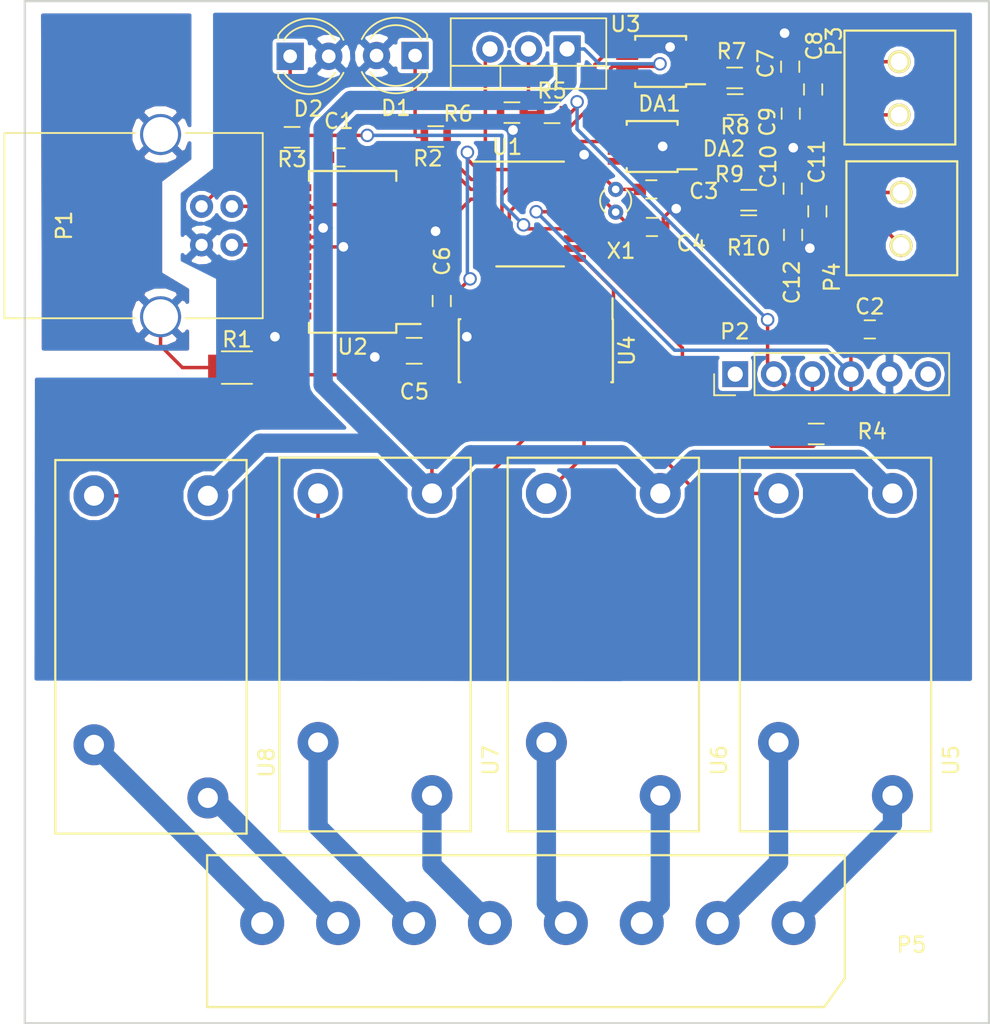
<source format=kicad_pcb>
(kicad_pcb (version 20170123) (host pcbnew "(2017-01-27 revision d0c46a8)-makepkg")

  (general
    (links 99)
    (no_connects 0)
    (area 126.380799 145.5381 191.845001 218.5625)
    (thickness 1.6)
    (drawings 4)
    (tracks 335)
    (zones 0)
    (modules 40)
    (nets 73)
  )

  (page A3)
  (layers
    (0 F.Cu signal)
    (31 B.Cu signal)
    (32 B.Adhes user)
    (33 F.Adhes user)
    (34 B.Paste user)
    (35 F.Paste user)
    (36 B.SilkS user)
    (37 F.SilkS user)
    (38 B.Mask user)
    (39 F.Mask user)
    (40 Dwgs.User user)
    (41 Cmts.User user)
    (42 Eco1.User user)
    (43 Eco2.User user)
    (44 Edge.Cuts user)
  )

  (setup
    (last_trace_width 0.254)
    (user_trace_width 0.2286)
    (user_trace_width 0.381)
    (user_trace_width 0.508)
    (user_trace_width 0.635)
    (user_trace_width 0.762)
    (user_trace_width 1.27)
    (trace_clearance 0.254)
    (zone_clearance 0.254)
    (zone_45_only no)
    (trace_min 0.01778)
    (segment_width 0.2)
    (edge_width 0.15)
    (via_size 0.889)
    (via_drill 0.635)
    (via_min_size 0.889)
    (via_min_drill 0.508)
    (uvia_size 0.508)
    (uvia_drill 0.127)
    (uvias_allowed no)
    (uvia_min_size 0.508)
    (uvia_min_drill 0.127)
    (pcb_text_width 0.3)
    (pcb_text_size 1 1)
    (mod_edge_width 0.15)
    (mod_text_size 1 1)
    (mod_text_width 0.15)
    (pad_size 0.381 1.27)
    (pad_drill 0)
    (pad_to_mask_clearance 0)
    (aux_axis_origin 0 0)
    (visible_elements 7FFFFFFF)
    (pcbplotparams
      (layerselection 0x010f0_ffffffff)
      (usegerberextensions true)
      (excludeedgelayer true)
      (linewidth 0.150000)
      (plotframeref false)
      (viasonmask false)
      (mode 1)
      (useauxorigin false)
      (hpglpennumber 1)
      (hpglpenspeed 20)
      (hpglpendiameter 15)
      (psnegative false)
      (psa4output false)
      (plotreference true)
      (plotvalue true)
      (plotinvisibletext false)
      (padsonsilk false)
      (subtractmaskfromsilk false)
      (outputformat 1)
      (mirror false)
      (drillshape 0)
      (scaleselection 1)
      (outputdirectory gerbers/))
  )

  (net 0 "")
  (net 1 +3.3V)
  (net 2 /ESD_RING)
  (net 3 /P1.0)
  (net 4 /P1.6)
  (net 5 /RX)
  (net 6 /TCK)
  (net 7 /TDIO)
  (net 8 /TX)
  (net 9 /XIN)
  (net 10 /XOUT)
  (net 11 /relay)
  (net 12 GND)
  (net 13 "Net-(U1-Pad12)")
  (net 14 "Net-(U1-Pad13)")
  (net 15 "Net-(D2-Pad1)")
  (net 16 "Net-(P2-Pad1)")
  (net 17 "Net-(P2-Pad6)")
  (net 18 "Net-(D1-Pad1)")
  (net 19 "Net-(U2-Pad13)")
  (net 20 "Net-(U2-Pad12)")
  (net 21 "Net-(U2-Pad11)")
  (net 22 "Net-(U2-Pad10)")
  (net 23 "Net-(U2-Pad9)")
  (net 24 "Net-(C1-Pad1)")
  (net 25 "Net-(DA1-Pad4)")
  (net 26 "Net-(DA2-Pad4)")
  (net 27 "/Relays and Themocouples/Relay_4_Term_B")
  (net 28 "/Relays and Themocouples/Relay_4_Term_A")
  (net 29 "/Relays and Themocouples/Relay_3_Term_B")
  (net 30 "/Relays and Themocouples/Relay_3_Term_A")
  (net 31 "/Relays and Themocouples/Relay_2_Term_A")
  (net 32 "/Relays and Themocouples/Relay_1_Term_B")
  (net 33 "/Relays and Themocouples/Relay_1_Term_A")
  (net 34 "/Relays and Themocouples/Thermocouple_1+")
  (net 35 "Net-(DA1-Pad1)")
  (net 36 "/Relays and Themocouples/Thermocouple_1-")
  (net 37 "/Relays and Themocouples/Thermocouple_2-")
  (net 38 "Net-(DA2-Pad1)")
  (net 39 "/Relays and Themocouples/Thermocouple_2+")
  (net 40 "Net-(DA2-Pad8)")
  (net 41 "Net-(DA1-Pad8)")
  (net 42 "/Relays and Themocouples/RelayCTRL_4")
  (net 43 "/Relays and Themocouples/RelayCTRL_3")
  (net 44 "/Relays and Themocouples/RelayCTRL_2")
  (net 45 "/Relays and Themocouples/RelayCTRL_1")
  (net 46 "Net-(U4-Pad13)")
  (net 47 "Net-(U4-Pad14)")
  (net 48 "Net-(U4-Pad15)")
  (net 49 "/Relays and Themocouples/Relay_2_Term_B")
  (net 50 "Net-(U4-Pad16)")
  (net 51 "Net-(R5-Pad1)")
  (net 52 "Net-(U1-Pad5)")
  (net 53 "Net-(U2-Pad28)")
  (net 54 "Net-(U2-Pad27)")
  (net 55 "Net-(U2-Pad23)")
  (net 56 "Net-(U2-Pad22)")
  (net 57 "Net-(U2-Pad19)")
  (net 58 /USB_DM)
  (net 59 /USB_DP)
  (net 60 "Net-(U2-Pad14)")
  (net 61 "Net-(U2-Pad6)")
  (net 62 "Net-(U2-Pad3)")
  (net 63 "Net-(U2-Pad2)")
  (net 64 +5V)
  (net 65 "Net-(U4-Pad12)")
  (net 66 "Net-(U4-Pad11)")
  (net 67 "Net-(U4-Pad10)")
  (net 68 "Net-(U4-Pad7)")
  (net 69 "Net-(U4-Pad6)")
  (net 70 "Net-(U4-Pad5)")
  (net 71 /TEMP_2)
  (net 72 /TEMP_1)

  (net_class Default "This is the default net class."
    (clearance 0.254)
    (trace_width 0.254)
    (via_dia 0.889)
    (via_drill 0.635)
    (uvia_dia 0.508)
    (uvia_drill 0.127)
    (add_net +3.3V)
    (add_net +5V)
    (add_net /ESD_RING)
    (add_net /P1.0)
    (add_net /P1.6)
    (add_net /RX)
    (add_net "/Relays and Themocouples/RelayCTRL_1")
    (add_net "/Relays and Themocouples/RelayCTRL_2")
    (add_net "/Relays and Themocouples/RelayCTRL_3")
    (add_net "/Relays and Themocouples/RelayCTRL_4")
    (add_net "/Relays and Themocouples/Relay_1_Term_A")
    (add_net "/Relays and Themocouples/Relay_1_Term_B")
    (add_net "/Relays and Themocouples/Relay_2_Term_A")
    (add_net "/Relays and Themocouples/Relay_2_Term_B")
    (add_net "/Relays and Themocouples/Relay_3_Term_A")
    (add_net "/Relays and Themocouples/Relay_3_Term_B")
    (add_net "/Relays and Themocouples/Relay_4_Term_A")
    (add_net "/Relays and Themocouples/Relay_4_Term_B")
    (add_net "/Relays and Themocouples/Thermocouple_1+")
    (add_net "/Relays and Themocouples/Thermocouple_1-")
    (add_net "/Relays and Themocouples/Thermocouple_2+")
    (add_net "/Relays and Themocouples/Thermocouple_2-")
    (add_net /TCK)
    (add_net /TDIO)
    (add_net /TEMP_1)
    (add_net /TEMP_2)
    (add_net /TX)
    (add_net /USB_DM)
    (add_net /USB_DP)
    (add_net /XIN)
    (add_net /XOUT)
    (add_net /relay)
    (add_net GND)
    (add_net "Net-(C1-Pad1)")
    (add_net "Net-(D1-Pad1)")
    (add_net "Net-(D2-Pad1)")
    (add_net "Net-(DA1-Pad1)")
    (add_net "Net-(DA1-Pad4)")
    (add_net "Net-(DA1-Pad8)")
    (add_net "Net-(DA2-Pad1)")
    (add_net "Net-(DA2-Pad4)")
    (add_net "Net-(DA2-Pad8)")
    (add_net "Net-(P2-Pad1)")
    (add_net "Net-(P2-Pad6)")
    (add_net "Net-(R5-Pad1)")
    (add_net "Net-(U1-Pad12)")
    (add_net "Net-(U1-Pad13)")
    (add_net "Net-(U1-Pad5)")
    (add_net "Net-(U2-Pad10)")
    (add_net "Net-(U2-Pad11)")
    (add_net "Net-(U2-Pad12)")
    (add_net "Net-(U2-Pad13)")
    (add_net "Net-(U2-Pad14)")
    (add_net "Net-(U2-Pad19)")
    (add_net "Net-(U2-Pad2)")
    (add_net "Net-(U2-Pad22)")
    (add_net "Net-(U2-Pad23)")
    (add_net "Net-(U2-Pad27)")
    (add_net "Net-(U2-Pad28)")
    (add_net "Net-(U2-Pad3)")
    (add_net "Net-(U2-Pad6)")
    (add_net "Net-(U2-Pad9)")
    (add_net "Net-(U4-Pad10)")
    (add_net "Net-(U4-Pad11)")
    (add_net "Net-(U4-Pad12)")
    (add_net "Net-(U4-Pad13)")
    (add_net "Net-(U4-Pad14)")
    (add_net "Net-(U4-Pad15)")
    (add_net "Net-(U4-Pad16)")
    (add_net "Net-(U4-Pad5)")
    (add_net "Net-(U4-Pad6)")
    (add_net "Net-(U4-Pad7)")
  )

  (module Housings_SSOP:TSSOP-20_4.4x6.5mm_Pitch0.65mm (layer F.Cu) (tedit 54130A77) (tstamp 58BCCECE)
    (at 161.5492 161.3372)
    (descr "20-Lead Plastic Thin Shrink Small Outline (ST)-4.4 mm Body [TSSOP] (see Microchip Packaging Specification 00000049BS.pdf)")
    (tags "SSOP 0.65")
    (path /50F7583A)
    (attr smd)
    (fp_text reference U1 (at -1.5165 -4.416) (layer F.SilkS)
      (effects (font (size 1 1) (thickness 0.15)))
    )
    (fp_text value MSP430G2553IPW20 (at 0 4.3) (layer F.Fab)
      (effects (font (size 1 1) (thickness 0.15)))
    )
    (fp_line (start -3.75 -3.45) (end 2.225 -3.45) (layer F.SilkS) (width 0.15))
    (fp_line (start -2.225 3.45) (end 2.225 3.45) (layer F.SilkS) (width 0.15))
    (fp_line (start -3.95 3.55) (end 3.95 3.55) (layer F.CrtYd) (width 0.05))
    (fp_line (start -3.95 -3.55) (end 3.95 -3.55) (layer F.CrtYd) (width 0.05))
    (fp_line (start 3.95 -3.55) (end 3.95 3.55) (layer F.CrtYd) (width 0.05))
    (fp_line (start -3.95 -3.55) (end -3.95 3.55) (layer F.CrtYd) (width 0.05))
    (fp_line (start -2.2 -2.25) (end -1.2 -3.25) (layer F.Fab) (width 0.15))
    (fp_line (start -2.2 3.25) (end -2.2 -2.25) (layer F.Fab) (width 0.15))
    (fp_line (start 2.2 3.25) (end -2.2 3.25) (layer F.Fab) (width 0.15))
    (fp_line (start 2.2 -3.25) (end 2.2 3.25) (layer F.Fab) (width 0.15))
    (fp_line (start -1.2 -3.25) (end 2.2 -3.25) (layer F.Fab) (width 0.15))
    (pad 20 smd rect (at 2.95 -2.925) (size 1.45 0.45) (layers F.Cu F.Paste F.Mask)
      (net 12 GND))
    (pad 19 smd rect (at 2.95 -2.275) (size 1.45 0.45) (layers F.Cu F.Paste F.Mask)
      (net 9 /XIN))
    (pad 18 smd rect (at 2.95 -1.625) (size 1.45 0.45) (layers F.Cu F.Paste F.Mask)
      (net 10 /XOUT))
    (pad 17 smd rect (at 2.95 -0.975) (size 1.45 0.45) (layers F.Cu F.Paste F.Mask)
      (net 6 /TCK))
    (pad 16 smd rect (at 2.95 -0.325) (size 1.45 0.45) (layers F.Cu F.Paste F.Mask)
      (net 7 /TDIO))
    (pad 15 smd rect (at 2.95 0.325) (size 1.45 0.45) (layers F.Cu F.Paste F.Mask)
      (net 11 /relay))
    (pad 14 smd rect (at 2.95 0.975) (size 1.45 0.45) (layers F.Cu F.Paste F.Mask)
      (net 4 /P1.6))
    (pad 13 smd rect (at 2.95 1.625) (size 1.45 0.45) (layers F.Cu F.Paste F.Mask)
      (net 14 "Net-(U1-Pad13)"))
    (pad 12 smd rect (at 2.95 2.275) (size 1.45 0.45) (layers F.Cu F.Paste F.Mask)
      (net 13 "Net-(U1-Pad12)"))
    (pad 11 smd rect (at 2.95 2.925) (size 1.45 0.45) (layers F.Cu F.Paste F.Mask)
      (net 42 "/Relays and Themocouples/RelayCTRL_4"))
    (pad 10 smd rect (at -2.95 2.925) (size 1.45 0.45) (layers F.Cu F.Paste F.Mask)
      (net 43 "/Relays and Themocouples/RelayCTRL_3"))
    (pad 9 smd rect (at -2.95 2.275) (size 1.45 0.45) (layers F.Cu F.Paste F.Mask)
      (net 44 "/Relays and Themocouples/RelayCTRL_2"))
    (pad 8 smd rect (at -2.95 1.625) (size 1.45 0.45) (layers F.Cu F.Paste F.Mask)
      (net 45 "/Relays and Themocouples/RelayCTRL_1"))
    (pad 7 smd rect (at -2.95 0.975) (size 1.45 0.45) (layers F.Cu F.Paste F.Mask)
      (net 71 /TEMP_2))
    (pad 6 smd rect (at -2.95 0.325) (size 1.45 0.45) (layers F.Cu F.Paste F.Mask)
      (net 72 /TEMP_1))
    (pad 5 smd rect (at -2.95 -0.325) (size 1.45 0.45) (layers F.Cu F.Paste F.Mask)
      (net 52 "Net-(U1-Pad5)"))
    (pad 4 smd rect (at -2.95 -0.975) (size 1.45 0.45) (layers F.Cu F.Paste F.Mask)
      (net 8 /TX))
    (pad 3 smd rect (at -2.95 -1.625) (size 1.45 0.45) (layers F.Cu F.Paste F.Mask)
      (net 5 /RX))
    (pad 2 smd rect (at -2.95 -2.275) (size 1.45 0.45) (layers F.Cu F.Paste F.Mask)
      (net 3 /P1.0))
    (pad 1 smd rect (at -2.95 -2.925) (size 1.45 0.45) (layers F.Cu F.Paste F.Mask)
      (net 1 +3.3V))
    (model Housings_SSOP.3dshapes/TSSOP-20_4.4x6.5mm_Pitch0.65mm.wrl
      (at (xyz 0 0 0))
      (scale (xyz 1 1 1))
      (rotate (xyz 0 0 0))
    )
  )

  (module Housings_SOIC:SOIC-16_3.9x9.9mm_Pitch1.27mm (layer F.Cu) (tedit 574D979F) (tstamp 58BCCFDC)
    (at 161.925 170.34 270)
    (descr "16-Lead Plastic Small Outline (SL) - Narrow, 3.90 mm Body [SOIC] (see Microchip Packaging Specification 00000049BS.pdf)")
    (tags "SOIC 1.27")
    (path /58BC1D4B/58BC28C1)
    (attr smd)
    (fp_text reference U4 (at 0 -6 270) (layer F.SilkS)
      (effects (font (size 1 1) (thickness 0.15)))
    )
    (fp_text value ULN2003A (at 0 6 270) (layer F.Fab)
      (effects (font (size 1 1) (thickness 0.15)))
    )
    (fp_line (start -2.075 -5.05) (end -3.45 -5.05) (layer F.SilkS) (width 0.15))
    (fp_line (start -2.075 5.075) (end 2.075 5.075) (layer F.SilkS) (width 0.15))
    (fp_line (start -2.075 -5.075) (end 2.075 -5.075) (layer F.SilkS) (width 0.15))
    (fp_line (start -2.075 5.075) (end -2.075 4.97) (layer F.SilkS) (width 0.15))
    (fp_line (start 2.075 5.075) (end 2.075 4.97) (layer F.SilkS) (width 0.15))
    (fp_line (start 2.075 -5.075) (end 2.075 -4.97) (layer F.SilkS) (width 0.15))
    (fp_line (start -2.075 -5.075) (end -2.075 -5.05) (layer F.SilkS) (width 0.15))
    (fp_line (start -3.7 5.25) (end 3.7 5.25) (layer F.CrtYd) (width 0.05))
    (fp_line (start -3.7 -5.25) (end 3.7 -5.25) (layer F.CrtYd) (width 0.05))
    (fp_line (start 3.7 -5.25) (end 3.7 5.25) (layer F.CrtYd) (width 0.05))
    (fp_line (start -3.7 -5.25) (end -3.7 5.25) (layer F.CrtYd) (width 0.05))
    (fp_line (start -1.95 -3.95) (end -0.95 -4.95) (layer F.Fab) (width 0.15))
    (fp_line (start -1.95 4.95) (end -1.95 -3.95) (layer F.Fab) (width 0.15))
    (fp_line (start 1.95 4.95) (end -1.95 4.95) (layer F.Fab) (width 0.15))
    (fp_line (start 1.95 -4.95) (end 1.95 4.95) (layer F.Fab) (width 0.15))
    (fp_line (start -0.95 -4.95) (end 1.95 -4.95) (layer F.Fab) (width 0.15))
    (pad 16 smd rect (at 2.7 -4.445 270) (size 1.5 0.6) (layers F.Cu F.Paste F.Mask)
      (net 50 "Net-(U4-Pad16)"))
    (pad 15 smd rect (at 2.7 -3.175 270) (size 1.5 0.6) (layers F.Cu F.Paste F.Mask)
      (net 48 "Net-(U4-Pad15)"))
    (pad 14 smd rect (at 2.7 -1.905 270) (size 1.5 0.6) (layers F.Cu F.Paste F.Mask)
      (net 47 "Net-(U4-Pad14)"))
    (pad 13 smd rect (at 2.7 -0.635 270) (size 1.5 0.6) (layers F.Cu F.Paste F.Mask)
      (net 46 "Net-(U4-Pad13)"))
    (pad 12 smd rect (at 2.7 0.635 270) (size 1.5 0.6) (layers F.Cu F.Paste F.Mask)
      (net 65 "Net-(U4-Pad12)"))
    (pad 11 smd rect (at 2.7 1.905 270) (size 1.5 0.6) (layers F.Cu F.Paste F.Mask)
      (net 66 "Net-(U4-Pad11)"))
    (pad 10 smd rect (at 2.7 3.175 270) (size 1.5 0.6) (layers F.Cu F.Paste F.Mask)
      (net 67 "Net-(U4-Pad10)"))
    (pad 9 smd rect (at 2.7 4.445 270) (size 1.5 0.6) (layers F.Cu F.Paste F.Mask)
      (net 64 +5V))
    (pad 8 smd rect (at -2.7 4.445 270) (size 1.5 0.6) (layers F.Cu F.Paste F.Mask)
      (net 12 GND))
    (pad 7 smd rect (at -2.7 3.175 270) (size 1.5 0.6) (layers F.Cu F.Paste F.Mask)
      (net 68 "Net-(U4-Pad7)"))
    (pad 6 smd rect (at -2.7 1.905 270) (size 1.5 0.6) (layers F.Cu F.Paste F.Mask)
      (net 69 "Net-(U4-Pad6)"))
    (pad 5 smd rect (at -2.7 0.635 270) (size 1.5 0.6) (layers F.Cu F.Paste F.Mask)
      (net 70 "Net-(U4-Pad5)"))
    (pad 4 smd rect (at -2.7 -0.635 270) (size 1.5 0.6) (layers F.Cu F.Paste F.Mask)
      (net 42 "/Relays and Themocouples/RelayCTRL_4"))
    (pad 3 smd rect (at -2.7 -1.905 270) (size 1.5 0.6) (layers F.Cu F.Paste F.Mask)
      (net 43 "/Relays and Themocouples/RelayCTRL_3"))
    (pad 2 smd rect (at -2.7 -3.175 270) (size 1.5 0.6) (layers F.Cu F.Paste F.Mask)
      (net 44 "/Relays and Themocouples/RelayCTRL_2"))
    (pad 1 smd rect (at -2.7 -4.445 270) (size 1.5 0.6) (layers F.Cu F.Paste F.Mask)
      (net 45 "/Relays and Themocouples/RelayCTRL_1"))
    (model Housings_SOIC.3dshapes/SOIC-16_3.9x9.9mm_Pitch1.27mm.wrl
      (at (xyz 0 0 0))
      (scale (xyz 1 1 1))
      (rotate (xyz 0 0 0))
    )
  )

  (module Housings_SSOP:SSOP-28_5.3x10.2mm_Pitch0.65mm (layer F.Cu) (tedit 54130A77) (tstamp 58BCCF13)
    (at 149.86 163.83 180)
    (descr "28-Lead Plastic Shrink Small Outline (SS)-5.30 mm Body [SSOP] (see Microchip Packaging Specification 00000049BS.pdf)")
    (tags "SSOP 0.65")
    (path /58BD090E)
    (attr smd)
    (fp_text reference U2 (at 0 -6.25 180) (layer F.SilkS)
      (effects (font (size 1 1) (thickness 0.15)))
    )
    (fp_text value FT232RL (at 0 6.25 180) (layer F.Fab)
      (effects (font (size 1 1) (thickness 0.15)))
    )
    (fp_line (start -2.875 -4.75) (end -4.475 -4.75) (layer F.SilkS) (width 0.15))
    (fp_line (start -2.875 5.325) (end 2.875 5.325) (layer F.SilkS) (width 0.15))
    (fp_line (start -2.875 -5.325) (end 2.875 -5.325) (layer F.SilkS) (width 0.15))
    (fp_line (start -2.875 5.325) (end -2.875 4.675) (layer F.SilkS) (width 0.15))
    (fp_line (start 2.875 5.325) (end 2.875 4.675) (layer F.SilkS) (width 0.15))
    (fp_line (start 2.875 -5.325) (end 2.875 -4.675) (layer F.SilkS) (width 0.15))
    (fp_line (start -2.875 -5.325) (end -2.875 -4.75) (layer F.SilkS) (width 0.15))
    (fp_line (start -4.75 5.5) (end 4.75 5.5) (layer F.CrtYd) (width 0.05))
    (fp_line (start -4.75 -5.5) (end 4.75 -5.5) (layer F.CrtYd) (width 0.05))
    (fp_line (start 4.75 -5.5) (end 4.75 5.5) (layer F.CrtYd) (width 0.05))
    (fp_line (start -4.75 -5.5) (end -4.75 5.5) (layer F.CrtYd) (width 0.05))
    (fp_line (start -2.65 -4.1) (end -1.65 -5.1) (layer F.Fab) (width 0.15))
    (fp_line (start -2.65 5.1) (end -2.65 -4.1) (layer F.Fab) (width 0.15))
    (fp_line (start 2.65 5.1) (end -2.65 5.1) (layer F.Fab) (width 0.15))
    (fp_line (start 2.65 -5.1) (end 2.65 5.1) (layer F.Fab) (width 0.15))
    (fp_line (start -1.65 -5.1) (end 2.65 -5.1) (layer F.Fab) (width 0.15))
    (pad 28 smd rect (at 3.6 -4.225 180) (size 1.75 0.45) (layers F.Cu F.Paste F.Mask)
      (net 53 "Net-(U2-Pad28)"))
    (pad 27 smd rect (at 3.6 -3.575 180) (size 1.75 0.45) (layers F.Cu F.Paste F.Mask)
      (net 54 "Net-(U2-Pad27)"))
    (pad 26 smd rect (at 3.6 -2.925 180) (size 1.75 0.45) (layers F.Cu F.Paste F.Mask)
      (net 12 GND))
    (pad 25 smd rect (at 3.6 -2.275 180) (size 1.75 0.45) (layers F.Cu F.Paste F.Mask)
      (net 12 GND))
    (pad 24 smd rect (at 3.6 -1.625 180) (size 1.75 0.45) (layers F.Cu F.Paste F.Mask))
    (pad 23 smd rect (at 3.6 -0.975 180) (size 1.75 0.45) (layers F.Cu F.Paste F.Mask)
      (net 55 "Net-(U2-Pad23)"))
    (pad 22 smd rect (at 3.6 -0.325 180) (size 1.75 0.45) (layers F.Cu F.Paste F.Mask)
      (net 56 "Net-(U2-Pad22)"))
    (pad 21 smd rect (at 3.6 0.325 180) (size 1.75 0.45) (layers F.Cu F.Paste F.Mask)
      (net 12 GND))
    (pad 20 smd rect (at 3.6 0.975 180) (size 1.75 0.45) (layers F.Cu F.Paste F.Mask)
      (net 64 +5V))
    (pad 19 smd rect (at 3.6 1.625 180) (size 1.75 0.45) (layers F.Cu F.Paste F.Mask)
      (net 57 "Net-(U2-Pad19)"))
    (pad 18 smd rect (at 3.6 2.275 180) (size 1.75 0.45) (layers F.Cu F.Paste F.Mask)
      (net 12 GND))
    (pad 17 smd rect (at 3.6 2.925 180) (size 1.75 0.45) (layers F.Cu F.Paste F.Mask)
      (net 24 "Net-(C1-Pad1)"))
    (pad 16 smd rect (at 3.6 3.575 180) (size 1.75 0.45) (layers F.Cu F.Paste F.Mask)
      (net 58 /USB_DM))
    (pad 15 smd rect (at 3.6 4.225 180) (size 1.75 0.45) (layers F.Cu F.Paste F.Mask)
      (net 59 /USB_DP))
    (pad 14 smd rect (at -3.6 4.225 180) (size 1.75 0.45) (layers F.Cu F.Paste F.Mask)
      (net 60 "Net-(U2-Pad14)"))
    (pad 13 smd rect (at -3.6 3.575 180) (size 1.75 0.45) (layers F.Cu F.Paste F.Mask)
      (net 19 "Net-(U2-Pad13)"))
    (pad 12 smd rect (at -3.6 2.925 180) (size 1.75 0.45) (layers F.Cu F.Paste F.Mask)
      (net 20 "Net-(U2-Pad12)"))
    (pad 11 smd rect (at -3.6 2.275 180) (size 1.75 0.45) (layers F.Cu F.Paste F.Mask)
      (net 21 "Net-(U2-Pad11)"))
    (pad 10 smd rect (at -3.6 1.625 180) (size 1.75 0.45) (layers F.Cu F.Paste F.Mask)
      (net 22 "Net-(U2-Pad10)"))
    (pad 9 smd rect (at -3.6 0.975 180) (size 1.75 0.45) (layers F.Cu F.Paste F.Mask)
      (net 23 "Net-(U2-Pad9)"))
    (pad 8 smd rect (at -3.6 0.325 180) (size 1.75 0.45) (layers F.Cu F.Paste F.Mask))
    (pad 7 smd rect (at -3.6 -0.325 180) (size 1.75 0.45) (layers F.Cu F.Paste F.Mask)
      (net 12 GND))
    (pad 6 smd rect (at -3.6 -0.975 180) (size 1.75 0.45) (layers F.Cu F.Paste F.Mask)
      (net 61 "Net-(U2-Pad6)"))
    (pad 5 smd rect (at -3.6 -1.625 180) (size 1.75 0.45) (layers F.Cu F.Paste F.Mask)
      (net 8 /TX))
    (pad 4 smd rect (at -3.6 -2.275 180) (size 1.75 0.45) (layers F.Cu F.Paste F.Mask)
      (net 1 +3.3V))
    (pad 3 smd rect (at -3.6 -2.925 180) (size 1.75 0.45) (layers F.Cu F.Paste F.Mask)
      (net 62 "Net-(U2-Pad3)"))
    (pad 2 smd rect (at -3.6 -3.575 180) (size 1.75 0.45) (layers F.Cu F.Paste F.Mask)
      (net 63 "Net-(U2-Pad2)"))
    (pad 1 smd rect (at -3.6 -4.225 180) (size 1.75 0.45) (layers F.Cu F.Paste F.Mask)
      (net 5 /RX))
    (model Housings_SSOP.3dshapes/SSOP-28_5.3x10.2mm_Pitch0.65mm.wrl
      (at (xyz 0 0 0))
      (scale (xyz 1 1 1))
      (rotate (xyz 0 0 0))
    )
  )

  (module Resistors_SMD:R_0603 (layer F.Cu) (tedit 58AAD9CA) (tstamp 58BCCD8D)
    (at 162.9911 154.6733)
    (descr "Resistor SMD 0603, reflow soldering, Vishay (see dcrcw.pdf)")
    (tags "resistor 0603")
    (path /58BD0933)
    (attr smd)
    (fp_text reference R5 (at 0 -1.45) (layer F.SilkS)
      (effects (font (size 1 1) (thickness 0.15)))
    )
    (fp_text value 330 (at 0 1.5) (layer F.Fab)
      (effects (font (size 1 1) (thickness 0.15)))
    )
    (fp_line (start 1.25 0.7) (end -1.25 0.7) (layer F.CrtYd) (width 0.05))
    (fp_line (start 1.25 0.7) (end 1.25 -0.7) (layer F.CrtYd) (width 0.05))
    (fp_line (start -1.25 -0.7) (end -1.25 0.7) (layer F.CrtYd) (width 0.05))
    (fp_line (start -1.25 -0.7) (end 1.25 -0.7) (layer F.CrtYd) (width 0.05))
    (fp_line (start -0.5 -0.68) (end 0.5 -0.68) (layer F.SilkS) (width 0.12))
    (fp_line (start 0.5 0.68) (end -0.5 0.68) (layer F.SilkS) (width 0.12))
    (fp_line (start -0.8 -0.4) (end 0.8 -0.4) (layer F.Fab) (width 0.1))
    (fp_line (start 0.8 -0.4) (end 0.8 0.4) (layer F.Fab) (width 0.1))
    (fp_line (start 0.8 0.4) (end -0.8 0.4) (layer F.Fab) (width 0.1))
    (fp_line (start -0.8 0.4) (end -0.8 -0.4) (layer F.Fab) (width 0.1))
    (fp_text user %R (at 0 -1.45) (layer F.Fab)
      (effects (font (size 1 1) (thickness 0.15)))
    )
    (pad 2 smd rect (at 0.75 0) (size 0.5 0.9) (layers F.Cu F.Paste F.Mask)
      (net 1 +3.3V))
    (pad 1 smd rect (at -0.75 0) (size 0.5 0.9) (layers F.Cu F.Paste F.Mask)
      (net 51 "Net-(R5-Pad1)"))
    (model Resistors_SMD.3dshapes/R_0603.wrl
      (at (xyz 0 0 0))
      (scale (xyz 1 1 1))
      (rotate (xyz 0 0 0))
    )
  )

  (module TO_SOT_Packages_THT:TO-220_Vertical (layer F.Cu) (tedit 58A217F2) (tstamp 58BCCD16)
    (at 163.9824 150.4696 180)
    (descr "TO-220, Vertical, RM 2.54mm")
    (tags "TO-220 Vertical RM 2.54mm")
    (path /58BD092C)
    (fp_text reference U3 (at -3.8481 1.6383 180) (layer F.SilkS)
      (effects (font (size 1 1) (thickness 0.15)))
    )
    (fp_text value LM317 (at 2.54 3.92 180) (layer F.Fab)
      (effects (font (size 1 1) (thickness 0.15)))
    )
    (fp_text user %R (at 2.54 -3.62 180) (layer F.Fab)
      (effects (font (size 1 1) (thickness 0.15)))
    )
    (fp_line (start 7.79 -2.75) (end -2.71 -2.75) (layer F.CrtYd) (width 0.05))
    (fp_line (start 7.79 2.16) (end 7.79 -2.75) (layer F.CrtYd) (width 0.05))
    (fp_line (start -2.71 2.16) (end 7.79 2.16) (layer F.CrtYd) (width 0.05))
    (fp_line (start -2.71 -2.75) (end -2.71 2.16) (layer F.CrtYd) (width 0.05))
    (fp_line (start 4.391 -2.62) (end 4.391 -1.11) (layer F.SilkS) (width 0.12))
    (fp_line (start 0.69 -2.62) (end 0.69 -1.11) (layer F.SilkS) (width 0.12))
    (fp_line (start -2.58 -1.11) (end 7.66 -1.11) (layer F.SilkS) (width 0.12))
    (fp_line (start 7.66 -2.62) (end 7.66 2.021) (layer F.SilkS) (width 0.12))
    (fp_line (start -2.58 -2.62) (end -2.58 2.021) (layer F.SilkS) (width 0.12))
    (fp_line (start -2.58 2.021) (end 7.66 2.021) (layer F.SilkS) (width 0.12))
    (fp_line (start -2.58 -2.62) (end 7.66 -2.62) (layer F.SilkS) (width 0.12))
    (fp_line (start 4.39 -2.5) (end 4.39 -1.23) (layer F.Fab) (width 0.1))
    (fp_line (start 0.69 -2.5) (end 0.69 -1.23) (layer F.Fab) (width 0.1))
    (fp_line (start -2.46 -1.23) (end 7.54 -1.23) (layer F.Fab) (width 0.1))
    (fp_line (start 7.54 -2.5) (end -2.46 -2.5) (layer F.Fab) (width 0.1))
    (fp_line (start 7.54 1.9) (end 7.54 -2.5) (layer F.Fab) (width 0.1))
    (fp_line (start -2.46 1.9) (end 7.54 1.9) (layer F.Fab) (width 0.1))
    (fp_line (start -2.46 -2.5) (end -2.46 1.9) (layer F.Fab) (width 0.1))
    (pad 3 thru_hole oval (at 5.08 0 180) (size 1.8 1.8) (drill 1) (layers *.Cu *.Mask)
      (net 1 +3.3V))
    (pad 2 thru_hole oval (at 2.54 0 180) (size 1.8 1.8) (drill 1) (layers *.Cu *.Mask)
      (net 51 "Net-(R5-Pad1)"))
    (pad 1 thru_hole rect (at 0 0 180) (size 1.8 1.8) (drill 1) (layers *.Cu *.Mask)
      (net 64 +5V))
    (model TO_SOT_Packages_THT.3dshapes/TO-220_Vertical.wrl
      (at (xyz 0.1 0 0))
      (scale (xyz 0.393701 0.393701 0.393701))
      (rotate (xyz 0 0 0))
    )
  )

  (module svolpe-custom-mod:MCHRM3H (layer F.Cu) (tedit 58B1D735) (tstamp 58BCCC91)
    (at 151.3332 189.6872 270)
    (path /58BC1D4B/58BC28CF)
    (fp_text reference U7 (at 7.62 -7.62 270) (layer F.SilkS)
      (effects (font (size 1 1) (thickness 0.15)))
    )
    (fp_text value MCHRM3H (at 0 -7.62 270) (layer F.Fab)
      (effects (font (size 1 1) (thickness 0.15)))
    )
    (fp_line (start -12.3 6.3) (end 12.3 6.3) (layer F.SilkS) (width 0.15))
    (fp_line (start 12.3 -6.3) (end 12.3 6.3) (layer F.SilkS) (width 0.15))
    (fp_line (start -12.3 -6.3) (end -12.3 6.3) (layer F.SilkS) (width 0.15))
    (fp_line (start -12.3 -6.3) (end 12.3 -6.3) (layer F.SilkS) (width 0.15))
    (pad 3 thru_hole circle (at 9.95 -3.75 270) (size 2.7 2.7) (drill 1.316) (layers *.Cu *.Mask)
      (net 30 "/Relays and Themocouples/Relay_3_Term_A"))
    (pad 4 thru_hole circle (at 6.45 3.75 270) (size 2.7 2.7) (drill 1.316) (layers *.Cu *.Mask)
      (net 29 "/Relays and Themocouples/Relay_3_Term_B"))
    (pad 2 thru_hole circle (at -9.95 3.75 270) (size 2.7 2.7) (drill 1.316) (layers *.Cu *.Mask)
      (net 47 "Net-(U4-Pad14)"))
    (pad 1 thru_hole circle (at -9.95 -3.75 270) (size 2.7 2.7) (drill 1.316) (layers *.Cu *.Mask)
      (net 64 +5V))
    (model C:/Users/shane/development/reflow-oven/svolpe-custom-kicad-lib/packages3d/svolpe-kicad-3d.pretty/mchrm3h.wrl
      (at (xyz 0.1181102362204725 0 0))
      (scale (xyz 0.4 0.4 0.39))
      (rotate (xyz -90 0 90))
    )
  )

  (module svolpe-custom-mod:MCHRM3H (layer F.Cu) (tedit 58B1D735) (tstamp 58BCCC7C)
    (at 136.5758 189.8396 270)
    (path /58BC1D4B/58BC28D6)
    (fp_text reference U8 (at 7.62 -7.62 270) (layer F.SilkS)
      (effects (font (size 1 1) (thickness 0.15)))
    )
    (fp_text value MCHRM3H (at 0 -7.62 270) (layer F.Fab)
      (effects (font (size 1 1) (thickness 0.15)))
    )
    (fp_line (start -12.3 -6.3) (end 12.3 -6.3) (layer F.SilkS) (width 0.15))
    (fp_line (start -12.3 -6.3) (end -12.3 6.3) (layer F.SilkS) (width 0.15))
    (fp_line (start 12.3 -6.3) (end 12.3 6.3) (layer F.SilkS) (width 0.15))
    (fp_line (start -12.3 6.3) (end 12.3 6.3) (layer F.SilkS) (width 0.15))
    (pad 1 thru_hole circle (at -9.95 -3.75 270) (size 2.7 2.7) (drill 1.316) (layers *.Cu *.Mask)
      (net 64 +5V))
    (pad 2 thru_hole circle (at -9.95 3.75 270) (size 2.7 2.7) (drill 1.316) (layers *.Cu *.Mask)
      (net 46 "Net-(U4-Pad13)"))
    (pad 4 thru_hole circle (at 6.45 3.75 270) (size 2.7 2.7) (drill 1.316) (layers *.Cu *.Mask)
      (net 27 "/Relays and Themocouples/Relay_4_Term_B"))
    (pad 3 thru_hole circle (at 9.95 -3.75 270) (size 2.7 2.7) (drill 1.316) (layers *.Cu *.Mask)
      (net 28 "/Relays and Themocouples/Relay_4_Term_A"))
    (model C:/Users/shane/development/reflow-oven/svolpe-custom-kicad-lib/packages3d/svolpe-kicad-3d.pretty/mchrm3h.wrl
      (at (xyz 0.1181102362204725 0 0))
      (scale (xyz 0.4 0.4 0.39))
      (rotate (xyz -90 0 90))
    )
  )

  (module Pin_Headers:Pin_Header_Straight_1x06_Pitch2.54mm (layer F.Cu) (tedit 5862ED52) (tstamp 58BCABE0)
    (at 175.0568 171.8818 90)
    (descr "Through hole straight pin header, 1x06, 2.54mm pitch, single row")
    (tags "Through hole pin header THT 1x06 2.54mm single row")
    (path /50FB8525)
    (fp_text reference P2 (at 2.8067 -0.0254 180) (layer F.SilkS)
      (effects (font (size 1 1) (thickness 0.15)))
    )
    (fp_text value CONN_6 (at 0 15.09 90) (layer F.Fab)
      (effects (font (size 1 1) (thickness 0.15)))
    )
    (fp_line (start 1.6 -1.6) (end -1.6 -1.6) (layer F.CrtYd) (width 0.05))
    (fp_line (start 1.6 14.3) (end 1.6 -1.6) (layer F.CrtYd) (width 0.05))
    (fp_line (start -1.6 14.3) (end 1.6 14.3) (layer F.CrtYd) (width 0.05))
    (fp_line (start -1.6 -1.6) (end -1.6 14.3) (layer F.CrtYd) (width 0.05))
    (fp_line (start -1.39 -1.39) (end 0 -1.39) (layer F.SilkS) (width 0.12))
    (fp_line (start -1.39 0) (end -1.39 -1.39) (layer F.SilkS) (width 0.12))
    (fp_line (start 1.39 1.27) (end -1.39 1.27) (layer F.SilkS) (width 0.12))
    (fp_line (start 1.39 14.09) (end 1.39 1.27) (layer F.SilkS) (width 0.12))
    (fp_line (start -1.39 14.09) (end 1.39 14.09) (layer F.SilkS) (width 0.12))
    (fp_line (start -1.39 1.27) (end -1.39 14.09) (layer F.SilkS) (width 0.12))
    (fp_line (start 1.27 -1.27) (end -1.27 -1.27) (layer F.Fab) (width 0.1))
    (fp_line (start 1.27 13.97) (end 1.27 -1.27) (layer F.Fab) (width 0.1))
    (fp_line (start -1.27 13.97) (end 1.27 13.97) (layer F.Fab) (width 0.1))
    (fp_line (start -1.27 -1.27) (end -1.27 13.97) (layer F.Fab) (width 0.1))
    (pad 6 thru_hole oval (at 0 12.7 90) (size 1.7 1.7) (drill 1) (layers *.Cu *.Mask)
      (net 17 "Net-(P2-Pad6)"))
    (pad 5 thru_hole oval (at 0 10.16 90) (size 1.7 1.7) (drill 1) (layers *.Cu *.Mask)
      (net 12 GND))
    (pad 4 thru_hole oval (at 0 7.62 90) (size 1.7 1.7) (drill 1) (layers *.Cu *.Mask)
      (net 7 /TDIO))
    (pad 3 thru_hole oval (at 0 5.08 90) (size 1.7 1.7) (drill 1) (layers *.Cu *.Mask)
      (net 6 /TCK))
    (pad 2 thru_hole oval (at 0 2.54 90) (size 1.7 1.7) (drill 1) (layers *.Cu *.Mask)
      (net 1 +3.3V))
    (pad 1 thru_hole rect (at 0 0 90) (size 1.7 1.7) (drill 1) (layers *.Cu *.Mask)
      (net 16 "Net-(P2-Pad1)"))
    (model Pin_Headers.3dshapes/Pin_Header_Straight_1x06_Pitch2.54mm.wrl
      (at (xyz 0 -0.25 0))
      (scale (xyz 1 1 1))
      (rotate (xyz 0 0 90))
    )
  )

  (module Capacitors_SMD:C_0603 (layer F.Cu) (tedit 58AA844E) (tstamp 58BC9E28)
    (at 180.467 161.163 270)
    (descr "Capacitor SMD 0603, reflow soldering, AVX (see smccp.pdf)")
    (tags "capacitor 0603")
    (path /58BC1D4B/58BCBF33)
    (attr smd)
    (fp_text reference C11 (at -3.2639 0.0381 270) (layer F.SilkS)
      (effects (font (size 1 1) (thickness 0.15)))
    )
    (fp_text value 100nF (at 0 1.5 270) (layer F.Fab)
      (effects (font (size 1 1) (thickness 0.15)))
    )
    (fp_text user %R (at 0 -1.5 270) (layer F.Fab)
      (effects (font (size 1 1) (thickness 0.15)))
    )
    (fp_line (start -0.8 0.4) (end -0.8 -0.4) (layer F.Fab) (width 0.1))
    (fp_line (start 0.8 0.4) (end -0.8 0.4) (layer F.Fab) (width 0.1))
    (fp_line (start 0.8 -0.4) (end 0.8 0.4) (layer F.Fab) (width 0.1))
    (fp_line (start -0.8 -0.4) (end 0.8 -0.4) (layer F.Fab) (width 0.1))
    (fp_line (start -0.35 -0.6) (end 0.35 -0.6) (layer F.SilkS) (width 0.12))
    (fp_line (start 0.35 0.6) (end -0.35 0.6) (layer F.SilkS) (width 0.12))
    (fp_line (start -1.4 -0.65) (end 1.4 -0.65) (layer F.CrtYd) (width 0.05))
    (fp_line (start -1.4 -0.65) (end -1.4 0.65) (layer F.CrtYd) (width 0.05))
    (fp_line (start 1.4 0.65) (end 1.4 -0.65) (layer F.CrtYd) (width 0.05))
    (fp_line (start 1.4 0.65) (end -1.4 0.65) (layer F.CrtYd) (width 0.05))
    (pad 1 smd rect (at -0.75 0 270) (size 0.8 0.75) (layers F.Cu F.Paste F.Mask)
      (net 37 "/Relays and Themocouples/Thermocouple_2-"))
    (pad 2 smd rect (at 0.75 0 270) (size 0.8 0.75) (layers F.Cu F.Paste F.Mask)
      (net 39 "/Relays and Themocouples/Thermocouple_2+"))
    (model Capacitors_SMD.3dshapes/C_0603.wrl
      (at (xyz 0 0 0))
      (scale (xyz 1 1 1))
      (rotate (xyz 0 0 0))
    )
  )

  (module Capacitors_SMD:C_0603 (layer F.Cu) (tedit 58AA844E) (tstamp 58BC9D98)
    (at 178.677 151.638 270)
    (descr "Capacitor SMD 0603, reflow soldering, AVX (see smccp.pdf)")
    (tags "capacitor 0603")
    (path /58BC1D4B/58BCC573)
    (attr smd)
    (fp_text reference C7 (at -0.2032 1.6136 270) (layer F.SilkS)
      (effects (font (size 1 1) (thickness 0.15)))
    )
    (fp_text value 10nF (at 0 1.5 270) (layer F.Fab)
      (effects (font (size 1 1) (thickness 0.15)))
    )
    (fp_line (start 1.4 0.65) (end -1.4 0.65) (layer F.CrtYd) (width 0.05))
    (fp_line (start 1.4 0.65) (end 1.4 -0.65) (layer F.CrtYd) (width 0.05))
    (fp_line (start -1.4 -0.65) (end -1.4 0.65) (layer F.CrtYd) (width 0.05))
    (fp_line (start -1.4 -0.65) (end 1.4 -0.65) (layer F.CrtYd) (width 0.05))
    (fp_line (start 0.35 0.6) (end -0.35 0.6) (layer F.SilkS) (width 0.12))
    (fp_line (start -0.35 -0.6) (end 0.35 -0.6) (layer F.SilkS) (width 0.12))
    (fp_line (start -0.8 -0.4) (end 0.8 -0.4) (layer F.Fab) (width 0.1))
    (fp_line (start 0.8 -0.4) (end 0.8 0.4) (layer F.Fab) (width 0.1))
    (fp_line (start 0.8 0.4) (end -0.8 0.4) (layer F.Fab) (width 0.1))
    (fp_line (start -0.8 0.4) (end -0.8 -0.4) (layer F.Fab) (width 0.1))
    (fp_text user %R (at 0 -1.5 270) (layer F.Fab)
      (effects (font (size 1 1) (thickness 0.15)))
    )
    (pad 2 smd rect (at 0.75 0 270) (size 0.8 0.75) (layers F.Cu F.Paste F.Mask)
      (net 36 "/Relays and Themocouples/Thermocouple_1-"))
    (pad 1 smd rect (at -0.75 0 270) (size 0.8 0.75) (layers F.Cu F.Paste F.Mask)
      (net 12 GND))
    (model Capacitors_SMD.3dshapes/C_0603.wrl
      (at (xyz 0 0 0))
      (scale (xyz 1 1 1))
      (rotate (xyz 0 0 0))
    )
  )

  (module Capacitors_SMD:C_0603 (layer F.Cu) (tedit 58AA844E) (tstamp 58BC9D88)
    (at 180.1876 153.1366 270)
    (descr "Capacitor SMD 0603, reflow soldering, AVX (see smccp.pdf)")
    (tags "capacitor 0603")
    (path /58BC1D4B/58BCBF8F)
    (attr smd)
    (fp_text reference C8 (at -2.8702 -0.0762 270) (layer F.SilkS)
      (effects (font (size 1 1) (thickness 0.15)))
    )
    (fp_text value 100nF (at 0 1.5 270) (layer F.Fab)
      (effects (font (size 1 1) (thickness 0.15)))
    )
    (fp_text user %R (at 0 -1.5 270) (layer F.Fab)
      (effects (font (size 1 1) (thickness 0.15)))
    )
    (fp_line (start -0.8 0.4) (end -0.8 -0.4) (layer F.Fab) (width 0.1))
    (fp_line (start 0.8 0.4) (end -0.8 0.4) (layer F.Fab) (width 0.1))
    (fp_line (start 0.8 -0.4) (end 0.8 0.4) (layer F.Fab) (width 0.1))
    (fp_line (start -0.8 -0.4) (end 0.8 -0.4) (layer F.Fab) (width 0.1))
    (fp_line (start -0.35 -0.6) (end 0.35 -0.6) (layer F.SilkS) (width 0.12))
    (fp_line (start 0.35 0.6) (end -0.35 0.6) (layer F.SilkS) (width 0.12))
    (fp_line (start -1.4 -0.65) (end 1.4 -0.65) (layer F.CrtYd) (width 0.05))
    (fp_line (start -1.4 -0.65) (end -1.4 0.65) (layer F.CrtYd) (width 0.05))
    (fp_line (start 1.4 0.65) (end 1.4 -0.65) (layer F.CrtYd) (width 0.05))
    (fp_line (start 1.4 0.65) (end -1.4 0.65) (layer F.CrtYd) (width 0.05))
    (pad 1 smd rect (at -0.75 0 270) (size 0.8 0.75) (layers F.Cu F.Paste F.Mask)
      (net 36 "/Relays and Themocouples/Thermocouple_1-"))
    (pad 2 smd rect (at 0.75 0 270) (size 0.8 0.75) (layers F.Cu F.Paste F.Mask)
      (net 34 "/Relays and Themocouples/Thermocouple_1+"))
    (model Capacitors_SMD.3dshapes/C_0603.wrl
      (at (xyz 0 0 0))
      (scale (xyz 1 1 1))
      (rotate (xyz 0 0 0))
    )
  )

  (module Capacitors_SMD:C_0603 (layer F.Cu) (tedit 58AA844E) (tstamp 58BC9D78)
    (at 178.7144 154.7248 270)
    (descr "Capacitor SMD 0603, reflow soldering, AVX (see smccp.pdf)")
    (tags "capacitor 0603")
    (path /58BC1D4B/58BCC5B9)
    (attr smd)
    (fp_text reference C9 (at 0.5454 1.5367 270) (layer F.SilkS)
      (effects (font (size 1 1) (thickness 0.15)))
    )
    (fp_text value 10nF (at 0 1.5 270) (layer F.Fab)
      (effects (font (size 1 1) (thickness 0.15)))
    )
    (fp_line (start 1.4 0.65) (end -1.4 0.65) (layer F.CrtYd) (width 0.05))
    (fp_line (start 1.4 0.65) (end 1.4 -0.65) (layer F.CrtYd) (width 0.05))
    (fp_line (start -1.4 -0.65) (end -1.4 0.65) (layer F.CrtYd) (width 0.05))
    (fp_line (start -1.4 -0.65) (end 1.4 -0.65) (layer F.CrtYd) (width 0.05))
    (fp_line (start 0.35 0.6) (end -0.35 0.6) (layer F.SilkS) (width 0.12))
    (fp_line (start -0.35 -0.6) (end 0.35 -0.6) (layer F.SilkS) (width 0.12))
    (fp_line (start -0.8 -0.4) (end 0.8 -0.4) (layer F.Fab) (width 0.1))
    (fp_line (start 0.8 -0.4) (end 0.8 0.4) (layer F.Fab) (width 0.1))
    (fp_line (start 0.8 0.4) (end -0.8 0.4) (layer F.Fab) (width 0.1))
    (fp_line (start -0.8 0.4) (end -0.8 -0.4) (layer F.Fab) (width 0.1))
    (fp_text user %R (at 0 -1.5 270) (layer F.Fab)
      (effects (font (size 1 1) (thickness 0.15)))
    )
    (pad 2 smd rect (at 0.75 0 270) (size 0.8 0.75) (layers F.Cu F.Paste F.Mask)
      (net 12 GND))
    (pad 1 smd rect (at -0.75 0 270) (size 0.8 0.75) (layers F.Cu F.Paste F.Mask)
      (net 34 "/Relays and Themocouples/Thermocouple_1+"))
    (model Capacitors_SMD.3dshapes/C_0603.wrl
      (at (xyz 0 0 0))
      (scale (xyz 1 1 1))
      (rotate (xyz 0 0 0))
    )
  )

  (module Capacitors_SMD:C_0603 (layer F.Cu) (tedit 58AA844E) (tstamp 58BC9D68)
    (at 178.8414 159.6644 270)
    (descr "Capacitor SMD 0603, reflow soldering, AVX (see smccp.pdf)")
    (tags "capacitor 0603")
    (path /58BC1D4B/58BCC675)
    (attr smd)
    (fp_text reference C10 (at -1.4478 1.6002 270) (layer F.SilkS)
      (effects (font (size 1 1) (thickness 0.15)))
    )
    (fp_text value 10nF (at 0 1.5 270) (layer F.Fab)
      (effects (font (size 1 1) (thickness 0.15)))
    )
    (fp_text user %R (at 0 -1.5 270) (layer F.Fab)
      (effects (font (size 1 1) (thickness 0.15)))
    )
    (fp_line (start -0.8 0.4) (end -0.8 -0.4) (layer F.Fab) (width 0.1))
    (fp_line (start 0.8 0.4) (end -0.8 0.4) (layer F.Fab) (width 0.1))
    (fp_line (start 0.8 -0.4) (end 0.8 0.4) (layer F.Fab) (width 0.1))
    (fp_line (start -0.8 -0.4) (end 0.8 -0.4) (layer F.Fab) (width 0.1))
    (fp_line (start -0.35 -0.6) (end 0.35 -0.6) (layer F.SilkS) (width 0.12))
    (fp_line (start 0.35 0.6) (end -0.35 0.6) (layer F.SilkS) (width 0.12))
    (fp_line (start -1.4 -0.65) (end 1.4 -0.65) (layer F.CrtYd) (width 0.05))
    (fp_line (start -1.4 -0.65) (end -1.4 0.65) (layer F.CrtYd) (width 0.05))
    (fp_line (start 1.4 0.65) (end 1.4 -0.65) (layer F.CrtYd) (width 0.05))
    (fp_line (start 1.4 0.65) (end -1.4 0.65) (layer F.CrtYd) (width 0.05))
    (pad 1 smd rect (at -0.75 0 270) (size 0.8 0.75) (layers F.Cu F.Paste F.Mask)
      (net 12 GND))
    (pad 2 smd rect (at 0.75 0 270) (size 0.8 0.75) (layers F.Cu F.Paste F.Mask)
      (net 37 "/Relays and Themocouples/Thermocouple_2-"))
    (model Capacitors_SMD.3dshapes/C_0603.wrl
      (at (xyz 0 0 0))
      (scale (xyz 1 1 1))
      (rotate (xyz 0 0 0))
    )
  )

  (module Capacitors_SMD:C_0603 (layer F.Cu) (tedit 58AA844E) (tstamp 58BC9D58)
    (at 178.8668 162.7124 270)
    (descr "Capacitor SMD 0603, reflow soldering, AVX (see smccp.pdf)")
    (tags "capacitor 0603")
    (path /58BC1D4B/58BCC6DB)
    (attr smd)
    (fp_text reference C12 (at 3.1242 0.0762 270) (layer F.SilkS)
      (effects (font (size 1 1) (thickness 0.15)))
    )
    (fp_text value 10nF (at 0 1.5 270) (layer F.Fab)
      (effects (font (size 1 1) (thickness 0.15)))
    )
    (fp_line (start 1.4 0.65) (end -1.4 0.65) (layer F.CrtYd) (width 0.05))
    (fp_line (start 1.4 0.65) (end 1.4 -0.65) (layer F.CrtYd) (width 0.05))
    (fp_line (start -1.4 -0.65) (end -1.4 0.65) (layer F.CrtYd) (width 0.05))
    (fp_line (start -1.4 -0.65) (end 1.4 -0.65) (layer F.CrtYd) (width 0.05))
    (fp_line (start 0.35 0.6) (end -0.35 0.6) (layer F.SilkS) (width 0.12))
    (fp_line (start -0.35 -0.6) (end 0.35 -0.6) (layer F.SilkS) (width 0.12))
    (fp_line (start -0.8 -0.4) (end 0.8 -0.4) (layer F.Fab) (width 0.1))
    (fp_line (start 0.8 -0.4) (end 0.8 0.4) (layer F.Fab) (width 0.1))
    (fp_line (start 0.8 0.4) (end -0.8 0.4) (layer F.Fab) (width 0.1))
    (fp_line (start -0.8 0.4) (end -0.8 -0.4) (layer F.Fab) (width 0.1))
    (fp_text user %R (at 0 -1.5 270) (layer F.Fab)
      (effects (font (size 1 1) (thickness 0.15)))
    )
    (pad 2 smd rect (at 0.75 0 270) (size 0.8 0.75) (layers F.Cu F.Paste F.Mask)
      (net 12 GND))
    (pad 1 smd rect (at -0.75 0 270) (size 0.8 0.75) (layers F.Cu F.Paste F.Mask)
      (net 39 "/Relays and Themocouples/Thermocouple_2+"))
    (model Capacitors_SMD.3dshapes/C_0603.wrl
      (at (xyz 0 0 0))
      (scale (xyz 1 1 1))
      (rotate (xyz 0 0 0))
    )
  )

  (module Resistors_SMD:R_0603 (layer F.Cu) (tedit 58AAD9CA) (tstamp 58BC9AF6)
    (at 175.9458 162.1028 180)
    (descr "Resistor SMD 0603, reflow soldering, Vishay (see dcrcw.pdf)")
    (tags "resistor 0603")
    (path /58BC1D4B/58BCAD1D)
    (attr smd)
    (fp_text reference R10 (at 0 -1.45 180) (layer F.SilkS)
      (effects (font (size 1 1) (thickness 0.15)))
    )
    (fp_text value 10K (at 0 1.5 180) (layer F.Fab)
      (effects (font (size 1 1) (thickness 0.15)))
    )
    (fp_text user %R (at 0 -1.45 180) (layer F.Fab)
      (effects (font (size 1 1) (thickness 0.15)))
    )
    (fp_line (start -0.8 0.4) (end -0.8 -0.4) (layer F.Fab) (width 0.1))
    (fp_line (start 0.8 0.4) (end -0.8 0.4) (layer F.Fab) (width 0.1))
    (fp_line (start 0.8 -0.4) (end 0.8 0.4) (layer F.Fab) (width 0.1))
    (fp_line (start -0.8 -0.4) (end 0.8 -0.4) (layer F.Fab) (width 0.1))
    (fp_line (start 0.5 0.68) (end -0.5 0.68) (layer F.SilkS) (width 0.12))
    (fp_line (start -0.5 -0.68) (end 0.5 -0.68) (layer F.SilkS) (width 0.12))
    (fp_line (start -1.25 -0.7) (end 1.25 -0.7) (layer F.CrtYd) (width 0.05))
    (fp_line (start -1.25 -0.7) (end -1.25 0.7) (layer F.CrtYd) (width 0.05))
    (fp_line (start 1.25 0.7) (end 1.25 -0.7) (layer F.CrtYd) (width 0.05))
    (fp_line (start 1.25 0.7) (end -1.25 0.7) (layer F.CrtYd) (width 0.05))
    (pad 1 smd rect (at -0.75 0 180) (size 0.5 0.9) (layers F.Cu F.Paste F.Mask)
      (net 39 "/Relays and Themocouples/Thermocouple_2+"))
    (pad 2 smd rect (at 0.75 0 180) (size 0.5 0.9) (layers F.Cu F.Paste F.Mask)
      (net 40 "Net-(DA2-Pad8)"))
    (model Resistors_SMD.3dshapes/R_0603.wrl
      (at (xyz 0 0 0))
      (scale (xyz 1 1 1))
      (rotate (xyz 0 0 0))
    )
  )

  (module Resistors_SMD:R_0603 (layer F.Cu) (tedit 58AAD9CA) (tstamp 58BC9AE6)
    (at 175.9458 160.4264 180)
    (descr "Resistor SMD 0603, reflow soldering, Vishay (see dcrcw.pdf)")
    (tags "resistor 0603")
    (path /58BC1D4B/58BCAD68)
    (attr smd)
    (fp_text reference R9 (at 1.27 1.7018 180) (layer F.SilkS)
      (effects (font (size 1 1) (thickness 0.15)))
    )
    (fp_text value 10K (at 0 1.5 180) (layer F.Fab)
      (effects (font (size 1 1) (thickness 0.15)))
    )
    (fp_line (start 1.25 0.7) (end -1.25 0.7) (layer F.CrtYd) (width 0.05))
    (fp_line (start 1.25 0.7) (end 1.25 -0.7) (layer F.CrtYd) (width 0.05))
    (fp_line (start -1.25 -0.7) (end -1.25 0.7) (layer F.CrtYd) (width 0.05))
    (fp_line (start -1.25 -0.7) (end 1.25 -0.7) (layer F.CrtYd) (width 0.05))
    (fp_line (start -0.5 -0.68) (end 0.5 -0.68) (layer F.SilkS) (width 0.12))
    (fp_line (start 0.5 0.68) (end -0.5 0.68) (layer F.SilkS) (width 0.12))
    (fp_line (start -0.8 -0.4) (end 0.8 -0.4) (layer F.Fab) (width 0.1))
    (fp_line (start 0.8 -0.4) (end 0.8 0.4) (layer F.Fab) (width 0.1))
    (fp_line (start 0.8 0.4) (end -0.8 0.4) (layer F.Fab) (width 0.1))
    (fp_line (start -0.8 0.4) (end -0.8 -0.4) (layer F.Fab) (width 0.1))
    (fp_text user %R (at 0 -1.45 180) (layer F.Fab)
      (effects (font (size 1 1) (thickness 0.15)))
    )
    (pad 2 smd rect (at 0.75 0 180) (size 0.5 0.9) (layers F.Cu F.Paste F.Mask)
      (net 38 "Net-(DA2-Pad1)"))
    (pad 1 smd rect (at -0.75 0 180) (size 0.5 0.9) (layers F.Cu F.Paste F.Mask)
      (net 37 "/Relays and Themocouples/Thermocouple_2-"))
    (model Resistors_SMD.3dshapes/R_0603.wrl
      (at (xyz 0 0 0))
      (scale (xyz 1 1 1))
      (rotate (xyz 0 0 0))
    )
  )

  (module Resistors_SMD:R_0603 (layer F.Cu) (tedit 58AAD9CA) (tstamp 58BC9AD6)
    (at 175.0194 152.3746 180)
    (descr "Resistor SMD 0603, reflow soldering, Vishay (see dcrcw.pdf)")
    (tags "resistor 0603")
    (path /58BC1D4B/58BCACA9)
    (attr smd)
    (fp_text reference R7 (at 0.2166 1.7526 180) (layer F.SilkS)
      (effects (font (size 1 1) (thickness 0.15)))
    )
    (fp_text value 10K (at 0 1.5 180) (layer F.Fab)
      (effects (font (size 1 1) (thickness 0.15)))
    )
    (fp_text user %R (at 0 -1.45 180) (layer F.Fab)
      (effects (font (size 1 1) (thickness 0.15)))
    )
    (fp_line (start -0.8 0.4) (end -0.8 -0.4) (layer F.Fab) (width 0.1))
    (fp_line (start 0.8 0.4) (end -0.8 0.4) (layer F.Fab) (width 0.1))
    (fp_line (start 0.8 -0.4) (end 0.8 0.4) (layer F.Fab) (width 0.1))
    (fp_line (start -0.8 -0.4) (end 0.8 -0.4) (layer F.Fab) (width 0.1))
    (fp_line (start 0.5 0.68) (end -0.5 0.68) (layer F.SilkS) (width 0.12))
    (fp_line (start -0.5 -0.68) (end 0.5 -0.68) (layer F.SilkS) (width 0.12))
    (fp_line (start -1.25 -0.7) (end 1.25 -0.7) (layer F.CrtYd) (width 0.05))
    (fp_line (start -1.25 -0.7) (end -1.25 0.7) (layer F.CrtYd) (width 0.05))
    (fp_line (start 1.25 0.7) (end 1.25 -0.7) (layer F.CrtYd) (width 0.05))
    (fp_line (start 1.25 0.7) (end -1.25 0.7) (layer F.CrtYd) (width 0.05))
    (pad 1 smd rect (at -0.75 0 180) (size 0.5 0.9) (layers F.Cu F.Paste F.Mask)
      (net 36 "/Relays and Themocouples/Thermocouple_1-"))
    (pad 2 smd rect (at 0.75 0 180) (size 0.5 0.9) (layers F.Cu F.Paste F.Mask)
      (net 35 "Net-(DA1-Pad1)"))
    (model Resistors_SMD.3dshapes/R_0603.wrl
      (at (xyz 0 0 0))
      (scale (xyz 1 1 1))
      (rotate (xyz 0 0 0))
    )
  )

  (module Resistors_SMD:R_0603 (layer F.Cu) (tedit 58AAD9CA) (tstamp 58BC9AC6)
    (at 175.0568 154.1272 180)
    (descr "Resistor SMD 0603, reflow soldering, Vishay (see dcrcw.pdf)")
    (tags "resistor 0603")
    (path /58BC1D4B/58BCAC4C)
    (attr smd)
    (fp_text reference R8 (at 0 -1.45 180) (layer F.SilkS)
      (effects (font (size 1 1) (thickness 0.15)))
    )
    (fp_text value 10K (at 0 1.5 180) (layer F.Fab)
      (effects (font (size 1 1) (thickness 0.15)))
    )
    (fp_line (start 1.25 0.7) (end -1.25 0.7) (layer F.CrtYd) (width 0.05))
    (fp_line (start 1.25 0.7) (end 1.25 -0.7) (layer F.CrtYd) (width 0.05))
    (fp_line (start -1.25 -0.7) (end -1.25 0.7) (layer F.CrtYd) (width 0.05))
    (fp_line (start -1.25 -0.7) (end 1.25 -0.7) (layer F.CrtYd) (width 0.05))
    (fp_line (start -0.5 -0.68) (end 0.5 -0.68) (layer F.SilkS) (width 0.12))
    (fp_line (start 0.5 0.68) (end -0.5 0.68) (layer F.SilkS) (width 0.12))
    (fp_line (start -0.8 -0.4) (end 0.8 -0.4) (layer F.Fab) (width 0.1))
    (fp_line (start 0.8 -0.4) (end 0.8 0.4) (layer F.Fab) (width 0.1))
    (fp_line (start 0.8 0.4) (end -0.8 0.4) (layer F.Fab) (width 0.1))
    (fp_line (start -0.8 0.4) (end -0.8 -0.4) (layer F.Fab) (width 0.1))
    (fp_text user %R (at 0 -1.45 180) (layer F.Fab)
      (effects (font (size 1 1) (thickness 0.15)))
    )
    (pad 2 smd rect (at 0.75 0 180) (size 0.5 0.9) (layers F.Cu F.Paste F.Mask)
      (net 41 "Net-(DA1-Pad8)"))
    (pad 1 smd rect (at -0.75 0 180) (size 0.5 0.9) (layers F.Cu F.Paste F.Mask)
      (net 34 "/Relays and Themocouples/Thermocouple_1+"))
    (model Resistors_SMD.3dshapes/R_0603.wrl
      (at (xyz 0 0 0))
      (scale (xyz 1 1 1))
      (rotate (xyz 0 0 0))
    )
  )

  (module svolpe-custom-mod:MCHRM3H (layer F.Cu) (tedit 58B1D735) (tstamp 58BC9982)
    (at 181.6608 189.6872 270)
    (path /58BC1D4B/58BC28BA)
    (fp_text reference U5 (at 7.62 -7.62 270) (layer F.SilkS)
      (effects (font (size 1 1) (thickness 0.15)))
    )
    (fp_text value MCHRM3H (at 0 -7.62 270) (layer F.Fab)
      (effects (font (size 1 1) (thickness 0.15)))
    )
    (fp_line (start -12.3 -6.3) (end 12.3 -6.3) (layer F.SilkS) (width 0.15))
    (fp_line (start -12.3 -6.3) (end -12.3 6.3) (layer F.SilkS) (width 0.15))
    (fp_line (start 12.3 -6.3) (end 12.3 6.3) (layer F.SilkS) (width 0.15))
    (fp_line (start -12.3 6.3) (end 12.3 6.3) (layer F.SilkS) (width 0.15))
    (pad 1 thru_hole circle (at -9.95 -3.75 270) (size 2.7 2.7) (drill 1.316) (layers *.Cu *.Mask)
      (net 64 +5V))
    (pad 2 thru_hole circle (at -9.95 3.75 270) (size 2.7 2.7) (drill 1.316) (layers *.Cu *.Mask)
      (net 50 "Net-(U4-Pad16)"))
    (pad 4 thru_hole circle (at 6.45 3.75 270) (size 2.7 2.7) (drill 1.316) (layers *.Cu *.Mask)
      (net 32 "/Relays and Themocouples/Relay_1_Term_B"))
    (pad 3 thru_hole circle (at 9.95 -3.75 270) (size 2.7 2.7) (drill 1.316) (layers *.Cu *.Mask)
      (net 33 "/Relays and Themocouples/Relay_1_Term_A"))
    (model C:/Users/shane/development/reflow-oven/svolpe-custom-kicad-lib/packages3d/svolpe-kicad-3d.pretty/mchrm3h.wrl
      (at (xyz 0.1181102362204725 0 0))
      (scale (xyz 0.4 0.4 0.39))
      (rotate (xyz -90 0 90))
    )
  )

  (module svolpe-custom-mod:1751248 (layer F.Cu) (tedit 58BCC2D7) (tstamp 58BB6CBA)
    (at 185.9788 161.6684 90)
    (path /58BC2BD7)
    (fp_text reference P4 (at -3.838 -4.5466 90) (layer F.SilkS)
      (effects (font (size 1 1) (thickness 0.15)))
    )
    (fp_text value CONN_2 (at 0.0736 2.6924 90) (layer F.SilkS)
      (effects (font (size 1 1) (thickness 0.15)) hide)
    )
    (fp_line (start -3.7 -3.6) (end -3.7 3.7) (layer F.SilkS) (width 0.15))
    (fp_line (start 3.8 -3.6) (end -3.7 -3.6) (layer F.SilkS) (width 0.15))
    (fp_line (start 3.8 3.7) (end 3.8 -3.6) (layer F.SilkS) (width 0.15))
    (fp_line (start -3.7 3.7) (end 3.8 3.7) (layer F.SilkS) (width 0.15))
    (pad 1 thru_hole circle (at -1.75 0 90) (size 1.5 1.5) (drill 1.1) (layers *.Cu *.Mask F.SilkS)
      (net 39 "/Relays and Themocouples/Thermocouple_2+"))
    (pad 2 thru_hole circle (at 1.75 0 90) (size 1.5 1.5) (drill 1.1) (layers *.Cu *.Mask F.SilkS)
      (net 37 "/Relays and Themocouples/Thermocouple_2-"))
    (model C:/Users/shane/development/reflow-oven/svolpe-custom-kicad-lib/packages3d/svolpe-kicad-3d.pretty/1751248.wrl
      (at (xyz 0.003937007874015749 0.003937007874015749 0.003937007874015749))
      (scale (xyz 0.4 0.4 0.4))
      (rotate (xyz -90 0 90))
    )
  )

  (module svolpe-custom-mod:1751248 (layer F.Cu) (tedit 58BCC2D9) (tstamp 58BB6C96)
    (at 185.8518 153.0604 90)
    (path /58BC2BDE)
    (fp_text reference P3 (at 3.0988 -4.2926 90) (layer F.SilkS)
      (effects (font (size 1 1) (thickness 0.15)))
    )
    (fp_text value CONN_2 (at 0.0254 2.6162 90) (layer F.SilkS)
      (effects (font (size 1 1) (thickness 0.15)) hide)
    )
    (fp_line (start -3.7 3.7) (end 3.8 3.7) (layer F.SilkS) (width 0.15))
    (fp_line (start 3.8 3.7) (end 3.8 -3.6) (layer F.SilkS) (width 0.15))
    (fp_line (start 3.8 -3.6) (end -3.7 -3.6) (layer F.SilkS) (width 0.15))
    (fp_line (start -3.7 -3.6) (end -3.7 3.7) (layer F.SilkS) (width 0.15))
    (pad 2 thru_hole circle (at 1.75 0 90) (size 1.5 1.5) (drill 1.1) (layers *.Cu *.Mask F.SilkS)
      (net 36 "/Relays and Themocouples/Thermocouple_1-"))
    (pad 1 thru_hole circle (at -1.75 0 90) (size 1.5 1.5) (drill 1.1) (layers *.Cu *.Mask F.SilkS)
      (net 34 "/Relays and Themocouples/Thermocouple_1+"))
    (model C:/Users/shane/development/reflow-oven/svolpe-custom-kicad-lib/packages3d/svolpe-kicad-3d.pretty/1751248.wrl
      (at (xyz 0.003937007874015749 0.003937007874015749 0.003937007874015749))
      (scale (xyz 0.4 0.4 0.4))
      (rotate (xyz -90 0 90))
    )
  )

  (module Housings_SSOP:MSOP-8_3x3mm_Pitch0.65mm (layer F.Cu) (tedit 54130A77) (tstamp 58BB5EDA)
    (at 169.586 156.8906 180)
    (descr "8-Lead Plastic Micro Small Outline Package (MS) [MSOP] (see Microchip Packaging Specification 00000049BS.pdf)")
    (tags "SSOP 0.65")
    (path /58BC1D4B/58BC230C)
    (attr smd)
    (fp_text reference DA2 (at -4.7215 -0.1449 180) (layer F.SilkS)
      (effects (font (size 1 1) (thickness 0.15)))
    )
    (fp_text value AD8495 (at 0 2.6 180) (layer F.Fab)
      (effects (font (size 1 1) (thickness 0.15)))
    )
    (fp_line (start -1.675 -1.5) (end -2.925 -1.5) (layer F.SilkS) (width 0.15))
    (fp_line (start -1.675 1.675) (end 1.675 1.675) (layer F.SilkS) (width 0.15))
    (fp_line (start -1.675 -1.675) (end 1.675 -1.675) (layer F.SilkS) (width 0.15))
    (fp_line (start -1.675 1.675) (end -1.675 1.425) (layer F.SilkS) (width 0.15))
    (fp_line (start 1.675 1.675) (end 1.675 1.425) (layer F.SilkS) (width 0.15))
    (fp_line (start 1.675 -1.675) (end 1.675 -1.425) (layer F.SilkS) (width 0.15))
    (fp_line (start -1.675 -1.675) (end -1.675 -1.5) (layer F.SilkS) (width 0.15))
    (fp_line (start -3.2 1.85) (end 3.2 1.85) (layer F.CrtYd) (width 0.05))
    (fp_line (start -3.2 -1.85) (end 3.2 -1.85) (layer F.CrtYd) (width 0.05))
    (fp_line (start 3.2 -1.85) (end 3.2 1.85) (layer F.CrtYd) (width 0.05))
    (fp_line (start -3.2 -1.85) (end -3.2 1.85) (layer F.CrtYd) (width 0.05))
    (fp_line (start -1.5 -0.5) (end -0.5 -1.5) (layer F.Fab) (width 0.15))
    (fp_line (start -1.5 1.5) (end -1.5 -0.5) (layer F.Fab) (width 0.15))
    (fp_line (start 1.5 1.5) (end -1.5 1.5) (layer F.Fab) (width 0.15))
    (fp_line (start 1.5 -1.5) (end 1.5 1.5) (layer F.Fab) (width 0.15))
    (fp_line (start -0.5 -1.5) (end 1.5 -1.5) (layer F.Fab) (width 0.15))
    (pad 8 smd rect (at 2.2 -0.975 180) (size 1.45 0.45) (layers F.Cu F.Paste F.Mask)
      (net 40 "Net-(DA2-Pad8)"))
    (pad 7 smd rect (at 2.2 -0.325 180) (size 1.45 0.45) (layers F.Cu F.Paste F.Mask)
      (net 64 +5V))
    (pad 6 smd rect (at 2.2 0.325 180) (size 1.45 0.45) (layers F.Cu F.Paste F.Mask)
      (net 71 /TEMP_2))
    (pad 5 smd rect (at 2.2 0.975 180) (size 1.45 0.45) (layers F.Cu F.Paste F.Mask)
      (net 71 /TEMP_2))
    (pad 4 smd rect (at -2.2 0.975 180) (size 1.45 0.45) (layers F.Cu F.Paste F.Mask)
      (net 26 "Net-(DA2-Pad4)"))
    (pad 3 smd rect (at -2.2 0.325 180) (size 1.45 0.45) (layers F.Cu F.Paste F.Mask)
      (net 12 GND))
    (pad 2 smd rect (at -2.2 -0.325 180) (size 1.45 0.45) (layers F.Cu F.Paste F.Mask)
      (net 12 GND))
    (pad 1 smd rect (at -2.2 -0.975 180) (size 1.45 0.45) (layers F.Cu F.Paste F.Mask)
      (net 38 "Net-(DA2-Pad1)"))
    (model Housings_SSOP.3dshapes/MSOP-8_3x3mm_Pitch0.65mm.wrl
      (at (xyz 0 0 0))
      (scale (xyz 1 1 1))
      (rotate (xyz 0 0 0))
    )
  )

  (module svolpe-custom-mod:1935226 (layer F.Cu) (tedit 58B1FB57) (tstamp 58B20CAE)
    (at 161.4024 208.026 180)
    (path /58B21E23)
    (fp_text reference P5 (at -25.2622 -1.4351 180) (layer F.SilkS)
      (effects (font (size 1 1) (thickness 0.15)))
    )
    (fp_text value CONN_01X08 (at 0 -9.39 180) (layer F.Fab)
      (effects (font (size 1 1) (thickness 0.15)))
    )
    (fp_line (start -19.5072 -5.5334) (end 21.127 -5.5334) (layer F.SilkS) (width 0.15))
    (fp_line (start -20.873 4.4666) (end 21.127 4.4666) (layer F.SilkS) (width 0.15))
    (fp_line (start -20.873 -3.5372) (end -20.873 4.4666) (layer F.SilkS) (width 0.15))
    (fp_line (start 21.127 -5.5334) (end 21.127 4.4666) (layer F.SilkS) (width 0.15))
    (fp_line (start -19.5072 -5.5372) (end -20.8788 -3.6322) (layer F.SilkS) (width 0.15))
    (pad 1 thru_hole circle (at -17.5 0 180) (size 2.9 2.9) (drill 1.45) (layers *.Cu *.Mask)
      (net 33 "/Relays and Themocouples/Relay_1_Term_A"))
    (pad 2 thru_hole circle (at -12.5 0 180) (size 2.9 2.9) (drill 1.45) (layers *.Cu *.Mask)
      (net 32 "/Relays and Themocouples/Relay_1_Term_B"))
    (pad 3 thru_hole circle (at -7.5 0 180) (size 2.9 2.9) (drill 1.45) (layers *.Cu *.Mask)
      (net 31 "/Relays and Themocouples/Relay_2_Term_A"))
    (pad 4 thru_hole circle (at -2.5 0 180) (size 2.9 2.9) (drill 1.45) (layers *.Cu *.Mask)
      (net 49 "/Relays and Themocouples/Relay_2_Term_B"))
    (pad 5 thru_hole circle (at 2.5 0 180) (size 2.9 2.9) (drill 1.45) (layers *.Cu *.Mask)
      (net 30 "/Relays and Themocouples/Relay_3_Term_A"))
    (pad 6 thru_hole circle (at 7.5 0 180) (size 2.9 2.9) (drill 1.45) (layers *.Cu *.Mask)
      (net 29 "/Relays and Themocouples/Relay_3_Term_B"))
    (pad 7 thru_hole circle (at 12.5 0 180) (size 2.9 2.9) (drill 1.45) (layers *.Cu *.Mask)
      (net 28 "/Relays and Themocouples/Relay_4_Term_A"))
    (pad 8 thru_hole circle (at 17.5 0 180) (size 2.9 2.9) (drill 1.45) (layers *.Cu *.Mask)
      (net 27 "/Relays and Themocouples/Relay_4_Term_B"))
    (model C:/Users/shane/development/reflow-oven/svolpe-custom-kicad-lib/packages3d/svolpe-kicad-3d.pretty/1935226.wrl
      (at (xyz 0 0 0.2165354330708661))
      (scale (xyz 0.4 0.4 0.4))
      (rotate (xyz -90 0 90))
    )
  )

  (module svolpe-custom-mod:MCHRM3H (layer F.Cu) (tedit 58B1D735) (tstamp 58B1FA44)
    (at 166.37 189.6872 270)
    (path /58BC1D4B/58BC28C8)
    (fp_text reference U6 (at 7.62 -7.62 270) (layer F.SilkS)
      (effects (font (size 1 1) (thickness 0.15)))
    )
    (fp_text value MCHRM3H (at 0 -7.62 270) (layer F.Fab)
      (effects (font (size 1 1) (thickness 0.15)))
    )
    (fp_line (start -12.3 -6.3) (end 12.3 -6.3) (layer F.SilkS) (width 0.15))
    (fp_line (start -12.3 -6.3) (end -12.3 6.3) (layer F.SilkS) (width 0.15))
    (fp_line (start 12.3 -6.3) (end 12.3 6.3) (layer F.SilkS) (width 0.15))
    (fp_line (start -12.3 6.3) (end 12.3 6.3) (layer F.SilkS) (width 0.15))
    (pad 1 thru_hole circle (at -9.95 -3.75 270) (size 2.7 2.7) (drill 1.316) (layers *.Cu *.Mask)
      (net 64 +5V))
    (pad 2 thru_hole circle (at -9.95 3.75 270) (size 2.7 2.7) (drill 1.316) (layers *.Cu *.Mask)
      (net 48 "Net-(U4-Pad15)"))
    (pad 4 thru_hole circle (at 6.45 3.75 270) (size 2.7 2.7) (drill 1.316) (layers *.Cu *.Mask)
      (net 49 "/Relays and Themocouples/Relay_2_Term_B"))
    (pad 3 thru_hole circle (at 9.95 -3.75 270) (size 2.7 2.7) (drill 1.316) (layers *.Cu *.Mask)
      (net 31 "/Relays and Themocouples/Relay_2_Term_A"))
    (model C:/Users/shane/development/reflow-oven/svolpe-custom-kicad-lib/packages3d/svolpe-kicad-3d.pretty/mchrm3h.wrl
      (at (xyz 0.1181102362204725 0 0))
      (scale (xyz 0.4 0.4 0.39))
      (rotate (xyz -90 0 90))
    )
  )

  (module Capacitors_SMD:C_0603 (layer F.Cu) (tedit 58AA844E) (tstamp 58B1DC8C)
    (at 169.5704 162.1917)
    (descr "Capacitor SMD 0603, reflow soldering, AVX (see smccp.pdf)")
    (tags "capacitor 0603")
    (path /50FB9357)
    (attr smd)
    (fp_text reference C4 (at 2.5908 1.0922) (layer F.SilkS)
      (effects (font (size 1 1) (thickness 0.15)))
    )
    (fp_text value 12pF (at 0 1.5) (layer F.Fab)
      (effects (font (size 1 1) (thickness 0.15)))
    )
    (fp_text user %R (at 0 -1.5) (layer F.Fab)
      (effects (font (size 1 1) (thickness 0.15)))
    )
    (fp_line (start -0.8 0.4) (end -0.8 -0.4) (layer F.Fab) (width 0.1))
    (fp_line (start 0.8 0.4) (end -0.8 0.4) (layer F.Fab) (width 0.1))
    (fp_line (start 0.8 -0.4) (end 0.8 0.4) (layer F.Fab) (width 0.1))
    (fp_line (start -0.8 -0.4) (end 0.8 -0.4) (layer F.Fab) (width 0.1))
    (fp_line (start -0.35 -0.6) (end 0.35 -0.6) (layer F.SilkS) (width 0.12))
    (fp_line (start 0.35 0.6) (end -0.35 0.6) (layer F.SilkS) (width 0.12))
    (fp_line (start -1.4 -0.65) (end 1.4 -0.65) (layer F.CrtYd) (width 0.05))
    (fp_line (start -1.4 -0.65) (end -1.4 0.65) (layer F.CrtYd) (width 0.05))
    (fp_line (start 1.4 0.65) (end 1.4 -0.65) (layer F.CrtYd) (width 0.05))
    (fp_line (start 1.4 0.65) (end -1.4 0.65) (layer F.CrtYd) (width 0.05))
    (pad 1 smd rect (at -0.75 0) (size 0.8 0.75) (layers F.Cu F.Paste F.Mask)
      (net 10 /XOUT))
    (pad 2 smd rect (at 0.75 0) (size 0.8 0.75) (layers F.Cu F.Paste F.Mask)
      (net 12 GND))
    (model Capacitors_SMD.3dshapes/C_0603.wrl
      (at (xyz 0 0 0))
      (scale (xyz 1 1 1))
      (rotate (xyz 0 0 0))
    )
  )

  (module Capacitors_SMD:C_0603 (layer F.Cu) (tedit 58AA844E) (tstamp 58B1DC81)
    (at 155.7274 167.0685 270)
    (descr "Capacitor SMD 0603, reflow soldering, AVX (see smccp.pdf)")
    (tags "capacitor 0603")
    (path /51008664)
    (attr smd)
    (fp_text reference C6 (at -2.6289 -0.0254 270) (layer F.SilkS)
      (effects (font (size 1 1) (thickness 0.15)))
    )
    (fp_text value 100nF (at 0 1.5 270) (layer F.Fab)
      (effects (font (size 1 1) (thickness 0.15)))
    )
    (fp_line (start 1.4 0.65) (end -1.4 0.65) (layer F.CrtYd) (width 0.05))
    (fp_line (start 1.4 0.65) (end 1.4 -0.65) (layer F.CrtYd) (width 0.05))
    (fp_line (start -1.4 -0.65) (end -1.4 0.65) (layer F.CrtYd) (width 0.05))
    (fp_line (start -1.4 -0.65) (end 1.4 -0.65) (layer F.CrtYd) (width 0.05))
    (fp_line (start 0.35 0.6) (end -0.35 0.6) (layer F.SilkS) (width 0.12))
    (fp_line (start -0.35 -0.6) (end 0.35 -0.6) (layer F.SilkS) (width 0.12))
    (fp_line (start -0.8 -0.4) (end 0.8 -0.4) (layer F.Fab) (width 0.1))
    (fp_line (start 0.8 -0.4) (end 0.8 0.4) (layer F.Fab) (width 0.1))
    (fp_line (start 0.8 0.4) (end -0.8 0.4) (layer F.Fab) (width 0.1))
    (fp_line (start -0.8 0.4) (end -0.8 -0.4) (layer F.Fab) (width 0.1))
    (fp_text user %R (at 0 -1.5 270) (layer F.Fab)
      (effects (font (size 1 1) (thickness 0.15)))
    )
    (pad 2 smd rect (at 0.75 0 270) (size 0.8 0.75) (layers F.Cu F.Paste F.Mask)
      (net 12 GND))
    (pad 1 smd rect (at -0.75 0 270) (size 0.8 0.75) (layers F.Cu F.Paste F.Mask)
      (net 1 +3.3V))
    (model Capacitors_SMD.3dshapes/C_0603.wrl
      (at (xyz 0 0 0))
      (scale (xyz 1 1 1))
      (rotate (xyz 0 0 0))
    )
  )

  (module Capacitors_SMD:C_0805 (layer F.Cu) (tedit 58AA8463) (tstamp 58B1DC63)
    (at 153.9113 170.3451 180)
    (descr "Capacitor SMD 0805, reflow soldering, AVX (see smccp.pdf)")
    (tags "capacitor 0805")
    (path /51008DD5)
    (attr smd)
    (fp_text reference C5 (at -0.0127 -2.6924 180) (layer F.SilkS)
      (effects (font (size 1 1) (thickness 0.15)))
    )
    (fp_text value 10uF (at 0 1.75 180) (layer F.Fab)
      (effects (font (size 1 1) (thickness 0.15)))
    )
    (fp_line (start 1.75 0.87) (end -1.75 0.87) (layer F.CrtYd) (width 0.05))
    (fp_line (start 1.75 0.87) (end 1.75 -0.88) (layer F.CrtYd) (width 0.05))
    (fp_line (start -1.75 -0.88) (end -1.75 0.87) (layer F.CrtYd) (width 0.05))
    (fp_line (start -1.75 -0.88) (end 1.75 -0.88) (layer F.CrtYd) (width 0.05))
    (fp_line (start -0.5 0.85) (end 0.5 0.85) (layer F.SilkS) (width 0.12))
    (fp_line (start 0.5 -0.85) (end -0.5 -0.85) (layer F.SilkS) (width 0.12))
    (fp_line (start -1 -0.62) (end 1 -0.62) (layer F.Fab) (width 0.1))
    (fp_line (start 1 -0.62) (end 1 0.62) (layer F.Fab) (width 0.1))
    (fp_line (start 1 0.62) (end -1 0.62) (layer F.Fab) (width 0.1))
    (fp_line (start -1 0.62) (end -1 -0.62) (layer F.Fab) (width 0.1))
    (fp_text user %R (at 0 -1.5 180) (layer F.Fab)
      (effects (font (size 1 1) (thickness 0.15)))
    )
    (pad 2 smd rect (at 1 0 180) (size 1 1.25) (layers F.Cu F.Paste F.Mask)
      (net 12 GND))
    (pad 1 smd rect (at -1 0 180) (size 1 1.25) (layers F.Cu F.Paste F.Mask)
      (net 1 +3.3V))
    (model Capacitors_SMD.3dshapes/C_0805.wrl
      (at (xyz 0 0 0))
      (scale (xyz 1 1 1))
      (rotate (xyz 0 0 0))
    )
  )

  (module Housings_SSOP:MSOP-8_3x3mm_Pitch0.65mm (layer F.Cu) (tedit 54130A77) (tstamp 58B1DC30)
    (at 170.1448 151.2922 180)
    (descr "8-Lead Plastic Micro Small Outline Package (MS) [MSOP] (see Microchip Packaging Specification 00000049BS.pdf)")
    (tags "SSOP 0.65")
    (path /58BC1D4B/58BC20DB)
    (attr smd)
    (fp_text reference DA1 (at 0.0791 -2.7842 180) (layer F.SilkS)
      (effects (font (size 1 1) (thickness 0.15)))
    )
    (fp_text value AD8495 (at 0 2.6 180) (layer F.Fab)
      (effects (font (size 1 1) (thickness 0.15)))
    )
    (fp_line (start -1.675 -1.5) (end -2.925 -1.5) (layer F.SilkS) (width 0.15))
    (fp_line (start -1.675 1.675) (end 1.675 1.675) (layer F.SilkS) (width 0.15))
    (fp_line (start -1.675 -1.675) (end 1.675 -1.675) (layer F.SilkS) (width 0.15))
    (fp_line (start -1.675 1.675) (end -1.675 1.425) (layer F.SilkS) (width 0.15))
    (fp_line (start 1.675 1.675) (end 1.675 1.425) (layer F.SilkS) (width 0.15))
    (fp_line (start 1.675 -1.675) (end 1.675 -1.425) (layer F.SilkS) (width 0.15))
    (fp_line (start -1.675 -1.675) (end -1.675 -1.5) (layer F.SilkS) (width 0.15))
    (fp_line (start -3.2 1.85) (end 3.2 1.85) (layer F.CrtYd) (width 0.05))
    (fp_line (start -3.2 -1.85) (end 3.2 -1.85) (layer F.CrtYd) (width 0.05))
    (fp_line (start 3.2 -1.85) (end 3.2 1.85) (layer F.CrtYd) (width 0.05))
    (fp_line (start -3.2 -1.85) (end -3.2 1.85) (layer F.CrtYd) (width 0.05))
    (fp_line (start -1.5 -0.5) (end -0.5 -1.5) (layer F.Fab) (width 0.15))
    (fp_line (start -1.5 1.5) (end -1.5 -0.5) (layer F.Fab) (width 0.15))
    (fp_line (start 1.5 1.5) (end -1.5 1.5) (layer F.Fab) (width 0.15))
    (fp_line (start 1.5 -1.5) (end 1.5 1.5) (layer F.Fab) (width 0.15))
    (fp_line (start -0.5 -1.5) (end 1.5 -1.5) (layer F.Fab) (width 0.15))
    (pad 8 smd rect (at 2.2 -0.975 180) (size 1.45 0.45) (layers F.Cu F.Paste F.Mask)
      (net 41 "Net-(DA1-Pad8)"))
    (pad 7 smd rect (at 2.2 -0.325 180) (size 1.45 0.45) (layers F.Cu F.Paste F.Mask)
      (net 64 +5V))
    (pad 6 smd rect (at 2.2 0.325 180) (size 1.45 0.45) (layers F.Cu F.Paste F.Mask)
      (net 72 /TEMP_1))
    (pad 5 smd rect (at 2.2 0.975 180) (size 1.45 0.45) (layers F.Cu F.Paste F.Mask)
      (net 72 /TEMP_1))
    (pad 4 smd rect (at -2.2 0.975 180) (size 1.45 0.45) (layers F.Cu F.Paste F.Mask)
      (net 25 "Net-(DA1-Pad4)"))
    (pad 3 smd rect (at -2.2 0.325 180) (size 1.45 0.45) (layers F.Cu F.Paste F.Mask)
      (net 12 GND))
    (pad 2 smd rect (at -2.2 -0.325 180) (size 1.45 0.45) (layers F.Cu F.Paste F.Mask)
      (net 12 GND))
    (pad 1 smd rect (at -2.2 -0.975 180) (size 1.45 0.45) (layers F.Cu F.Paste F.Mask)
      (net 35 "Net-(DA1-Pad1)"))
    (model Housings_SSOP.3dshapes/MSOP-8_3x3mm_Pitch0.65mm.wrl
      (at (xyz 0 0 0))
      (scale (xyz 1 1 1))
      (rotate (xyz 0 0 0))
    )
  )

  (module LEDs:LED_D4.0mm (layer F.Cu) (tedit 587A3A7B) (tstamp 58B1DB93)
    (at 153.9748 150.9014 180)
    (descr "LED, diameter 4.0mm, 2 pins, http://www.kingbright.com/attachments/file/psearch/000/00/00/L-43GD(Ver.12B).pdf")
    (tags "LED diameter 4.0mm 2 pins")
    (path /50FC1D40)
    (fp_text reference D1 (at 1.27 -3.46 180) (layer F.SilkS)
      (effects (font (size 1 1) (thickness 0.15)))
    )
    (fp_text value LED (at 1.27 3.46 180) (layer F.Fab)
      (effects (font (size 1 1) (thickness 0.15)))
    )
    (fp_line (start 4 -2.75) (end -1.45 -2.75) (layer F.CrtYd) (width 0.05))
    (fp_line (start 4 2.75) (end 4 -2.75) (layer F.CrtYd) (width 0.05))
    (fp_line (start -1.45 2.75) (end 4 2.75) (layer F.CrtYd) (width 0.05))
    (fp_line (start -1.45 -2.75) (end -1.45 2.75) (layer F.CrtYd) (width 0.05))
    (fp_line (start -0.79 1.08) (end -0.79 1.399) (layer F.SilkS) (width 0.12))
    (fp_line (start -0.79 -1.399) (end -0.79 -1.08) (layer F.SilkS) (width 0.12))
    (fp_line (start -0.73 -1.32665) (end -0.73 1.32665) (layer F.Fab) (width 0.1))
    (fp_circle (center 1.27 0) (end 3.27 0) (layer F.Fab) (width 0.1))
    (fp_arc (start 1.27 0) (end -0.41333 1.08) (angle -114.6) (layer F.SilkS) (width 0.12))
    (fp_arc (start 1.27 0) (end -0.41333 -1.08) (angle 114.6) (layer F.SilkS) (width 0.12))
    (fp_arc (start 1.27 0) (end -0.79 1.398749) (angle -120.1) (layer F.SilkS) (width 0.12))
    (fp_arc (start 1.27 0) (end -0.79 -1.398749) (angle 120.1) (layer F.SilkS) (width 0.12))
    (fp_arc (start 1.27 0) (end -0.73 -1.32665) (angle 292.9) (layer F.Fab) (width 0.1))
    (pad 2 thru_hole circle (at 2.54 0 180) (size 1.8 1.8) (drill 0.9) (layers *.Cu *.Mask)
      (net 12 GND))
    (pad 1 thru_hole rect (at 0 0 180) (size 1.8 1.8) (drill 0.9) (layers *.Cu *.Mask)
      (net 18 "Net-(D1-Pad1)"))
    (model LEDs.3dshapes/LED_D4.0mm.wrl
      (at (xyz 0 0 0))
      (scale (xyz 0.393701 0.393701 0.393701))
      (rotate (xyz 0 0 0))
    )
  )

  (module Resistors_SMD:R_0603 (layer F.Cu) (tedit 58AAD9CA) (tstamp 58B1DB19)
    (at 180.3908 175.8188)
    (descr "Resistor SMD 0603, reflow soldering, Vishay (see dcrcw.pdf)")
    (tags "resistor 0603")
    (path /50FB89E1)
    (attr smd)
    (fp_text reference R4 (at 3.683 -0.1651) (layer F.SilkS)
      (effects (font (size 1 1) (thickness 0.15)))
    )
    (fp_text value 47K (at 0 1.5) (layer F.Fab)
      (effects (font (size 1 1) (thickness 0.15)))
    )
    (fp_line (start 1.25 0.7) (end -1.25 0.7) (layer F.CrtYd) (width 0.05))
    (fp_line (start 1.25 0.7) (end 1.25 -0.7) (layer F.CrtYd) (width 0.05))
    (fp_line (start -1.25 -0.7) (end -1.25 0.7) (layer F.CrtYd) (width 0.05))
    (fp_line (start -1.25 -0.7) (end 1.25 -0.7) (layer F.CrtYd) (width 0.05))
    (fp_line (start -0.5 -0.68) (end 0.5 -0.68) (layer F.SilkS) (width 0.12))
    (fp_line (start 0.5 0.68) (end -0.5 0.68) (layer F.SilkS) (width 0.12))
    (fp_line (start -0.8 -0.4) (end 0.8 -0.4) (layer F.Fab) (width 0.1))
    (fp_line (start 0.8 -0.4) (end 0.8 0.4) (layer F.Fab) (width 0.1))
    (fp_line (start 0.8 0.4) (end -0.8 0.4) (layer F.Fab) (width 0.1))
    (fp_line (start -0.8 0.4) (end -0.8 -0.4) (layer F.Fab) (width 0.1))
    (fp_text user %R (at 0 -1.45) (layer F.Fab)
      (effects (font (size 1 1) (thickness 0.15)))
    )
    (pad 2 smd rect (at 0.75 0) (size 0.5 0.9) (layers F.Cu F.Paste F.Mask)
      (net 7 /TDIO))
    (pad 1 smd rect (at -0.75 0) (size 0.5 0.9) (layers F.Cu F.Paste F.Mask)
      (net 1 +3.3V))
    (model Resistors_SMD.3dshapes/R_0603.wrl
      (at (xyz 0 0 0))
      (scale (xyz 1 1 1))
      (rotate (xyz 0 0 0))
    )
  )

  (module Resistors_SMD:R_1206 (layer F.Cu) (tedit 58AADA9E) (tstamp 58B1DAA9)
    (at 142.24 171.45)
    (descr "Resistor SMD 1206, reflow soldering, Vishay (see dcrcw.pdf)")
    (tags "resistor 1206")
    (path /58BC3AA3)
    (attr smd)
    (fp_text reference R1 (at 0 -1.85) (layer F.SilkS)
      (effects (font (size 1 1) (thickness 0.15)))
    )
    (fp_text value 0 (at 0 1.95) (layer F.Fab)
      (effects (font (size 1 1) (thickness 0.15)))
    )
    (fp_line (start 2.15 1.1) (end -2.15 1.1) (layer F.CrtYd) (width 0.05))
    (fp_line (start 2.15 1.1) (end 2.15 -1.11) (layer F.CrtYd) (width 0.05))
    (fp_line (start -2.15 -1.11) (end -2.15 1.1) (layer F.CrtYd) (width 0.05))
    (fp_line (start -2.15 -1.11) (end 2.15 -1.11) (layer F.CrtYd) (width 0.05))
    (fp_line (start -1 -1.07) (end 1 -1.07) (layer F.SilkS) (width 0.12))
    (fp_line (start 1 1.07) (end -1 1.07) (layer F.SilkS) (width 0.12))
    (fp_line (start -1.6 -0.8) (end 1.6 -0.8) (layer F.Fab) (width 0.1))
    (fp_line (start 1.6 -0.8) (end 1.6 0.8) (layer F.Fab) (width 0.1))
    (fp_line (start 1.6 0.8) (end -1.6 0.8) (layer F.Fab) (width 0.1))
    (fp_line (start -1.6 0.8) (end -1.6 -0.8) (layer F.Fab) (width 0.1))
    (fp_text user %R (at 0 -1.85) (layer F.Fab)
      (effects (font (size 1 1) (thickness 0.15)))
    )
    (pad 2 smd rect (at 1.45 0) (size 0.9 1.7) (layers F.Cu F.Paste F.Mask)
      (net 12 GND))
    (pad 1 smd rect (at -1.45 0) (size 0.9 1.7) (layers F.Cu F.Paste F.Mask)
      (net 2 /ESD_RING))
    (model Resistors_SMD.3dshapes/R_1206.wrl
      (at (xyz 0 0 0))
      (scale (xyz 1 1 1))
      (rotate (xyz 0 0 0))
    )
  )

  (module Connectors:USB_B (layer F.Cu) (tedit 55B36073) (tstamp 58B0898E)
    (at 141.9098 163.3728 180)
    (descr "USB B connector")
    (tags "USB_B USB_DEV")
    (path /58BC3AAA)
    (fp_text reference P1 (at 11.05 1.27 270) (layer F.SilkS)
      (effects (font (size 1 1) (thickness 0.15)))
    )
    (fp_text value USB-A-SHLD (at 4.7 1.27 270) (layer F.Fab)
      (effects (font (size 1 1) (thickness 0.15)))
    )
    (fp_line (start -2.03 7.37) (end -2.03 -4.83) (layer F.SilkS) (width 0.12))
    (fp_line (start 14.99 -4.83) (end 14.99 7.37) (layer F.SilkS) (width 0.12))
    (fp_line (start -2.03 -4.83) (end 3.05 -4.83) (layer F.SilkS) (width 0.12))
    (fp_line (start 6.35 -4.83) (end 14.99 -4.83) (layer F.SilkS) (width 0.12))
    (fp_line (start -2.03 7.37) (end 3.05 7.37) (layer F.SilkS) (width 0.12))
    (fp_line (start 6.35 7.37) (end 14.99 7.37) (layer F.SilkS) (width 0.12))
    (fp_line (start 15.25 -6.35) (end 15.25 8.9) (layer F.CrtYd) (width 0.05))
    (fp_line (start -2.3 -6.35) (end 15.25 -6.35) (layer F.CrtYd) (width 0.05))
    (fp_line (start -2.3 8.9) (end -2.3 -6.35) (layer F.CrtYd) (width 0.05))
    (fp_line (start 15.25 8.9) (end -2.3 8.9) (layer F.CrtYd) (width 0.05))
    (pad 5 thru_hole circle (at 4.7 -4.73 90) (size 2.7 2.7) (drill 2.3) (layers *.Cu *.Mask)
      (net 2 /ESD_RING))
    (pad 5 thru_hole circle (at 4.7 7.27 90) (size 2.7 2.7) (drill 2.3) (layers *.Cu *.Mask)
      (net 2 /ESD_RING))
    (pad 3 thru_hole circle (at 2 2.54 90) (size 1.52 1.52) (drill 0.81) (layers *.Cu *.Mask)
      (net 59 /USB_DP))
    (pad 4 thru_hole circle (at 2 0 90) (size 1.52 1.52) (drill 0.81) (layers *.Cu *.Mask)
      (net 12 GND))
    (pad 1 thru_hole circle (at 0 0 90) (size 1.52 1.52) (drill 0.81) (layers *.Cu *.Mask)
      (net 64 +5V))
    (pad 2 thru_hole circle (at 0 2.54 90) (size 1.52 1.52) (drill 0.81) (layers *.Cu *.Mask)
      (net 58 /USB_DM))
    (model Connectors.3dshapes/USB_B.wrl
      (at (xyz 0.18 -0.05 0))
      (scale (xyz 0.39 0.39 0.39))
      (rotate (xyz 0 0 -90))
    )
  )

  (module LEDs:LED_D4.0mm (layer F.Cu) (tedit 587A3A7B) (tstamp 58B05539)
    (at 145.7452 150.9522)
    (descr "LED, diameter 4.0mm, 2 pins, http://www.kingbright.com/attachments/file/psearch/000/00/00/L-43GD(Ver.12B).pdf")
    (tags "LED diameter 4.0mm 2 pins")
    (path /50FC1D4F)
    (fp_text reference D2 (at 1.1938 3.4544) (layer F.SilkS)
      (effects (font (size 1 1) (thickness 0.15)))
    )
    (fp_text value LED (at 1.27 3.46) (layer F.Fab)
      (effects (font (size 1 1) (thickness 0.15)))
    )
    (fp_line (start 4 -2.75) (end -1.45 -2.75) (layer F.CrtYd) (width 0.05))
    (fp_line (start 4 2.75) (end 4 -2.75) (layer F.CrtYd) (width 0.05))
    (fp_line (start -1.45 2.75) (end 4 2.75) (layer F.CrtYd) (width 0.05))
    (fp_line (start -1.45 -2.75) (end -1.45 2.75) (layer F.CrtYd) (width 0.05))
    (fp_line (start -0.79 1.08) (end -0.79 1.399) (layer F.SilkS) (width 0.12))
    (fp_line (start -0.79 -1.399) (end -0.79 -1.08) (layer F.SilkS) (width 0.12))
    (fp_line (start -0.73 -1.32665) (end -0.73 1.32665) (layer F.Fab) (width 0.1))
    (fp_circle (center 1.27 0) (end 3.27 0) (layer F.Fab) (width 0.1))
    (fp_arc (start 1.27 0) (end -0.41333 1.08) (angle -114.6) (layer F.SilkS) (width 0.12))
    (fp_arc (start 1.27 0) (end -0.41333 -1.08) (angle 114.6) (layer F.SilkS) (width 0.12))
    (fp_arc (start 1.27 0) (end -0.79 1.398749) (angle -120.1) (layer F.SilkS) (width 0.12))
    (fp_arc (start 1.27 0) (end -0.79 -1.398749) (angle 120.1) (layer F.SilkS) (width 0.12))
    (fp_arc (start 1.27 0) (end -0.73 -1.32665) (angle 292.9) (layer F.Fab) (width 0.1))
    (pad 2 thru_hole circle (at 2.54 0) (size 1.8 1.8) (drill 0.9) (layers *.Cu *.Mask)
      (net 12 GND))
    (pad 1 thru_hole rect (at 0 0) (size 1.8 1.8) (drill 0.9) (layers *.Cu *.Mask)
      (net 15 "Net-(D2-Pad1)"))
    (model LEDs.3dshapes/LED_D4.0mm.wrl
      (at (xyz 0 0 0))
      (scale (xyz 0.393701 0.393701 0.393701))
      (rotate (xyz 0 0 0))
    )
  )

  (module Crystals:Crystal_Round_d1.0mm_Vertical (layer F.Cu) (tedit 5873C5C8) (tstamp 58B04C02)
    (at 167.1828 161.2152 90)
    (descr "Crystal THT DS10 1.0mm diameter http://www.microcrystal.com/images/_Product-Documentation/03_TF_metal_Packages/01_Datasheet/DS-Series.pdf")
    (tags ['DS10'])
    (path /50FB9344)
    (fp_text reference X1 (at -2.5513 0.3556 180) (layer F.SilkS)
      (effects (font (size 1 1) (thickness 0.15)))
    )
    (fp_text value CRYSTAL (at 0.75 1.7 90) (layer F.Fab)
      (effects (font (size 1 1) (thickness 0.15)))
    )
    (fp_circle (center 0.75 0) (end 2.25 0) (layer F.CrtYd) (width 0.05))
    (fp_circle (center 0.75 0) (end 1.25 0) (layer F.Fab) (width 0.1))
    (fp_arc (start 0.75 0) (end 0 0.7) (angle -93.9) (layer F.SilkS) (width 0.12))
    (fp_arc (start 0.75 0) (end 0 -0.7) (angle 93.9) (layer F.SilkS) (width 0.12))
    (pad 2 thru_hole circle (at 1.5 0 90) (size 1 1) (drill 0.5) (layers *.Cu *.Mask)
      (net 9 /XIN))
    (pad 1 thru_hole circle (at 0 0 90) (size 1 1) (drill 0.5) (layers *.Cu *.Mask)
      (net 10 /XOUT))
    (model Crystals.3dshapes/Crystal_Round_d1.0mm_Vertical.wrl
      (at (xyz 0 0 0))
      (scale (xyz 0.393701 0.393701 0.393701))
      (rotate (xyz 0 0 0))
    )
  )

  (module Capacitors_SMD:C_0603 (layer F.Cu) (tedit 58AA844E) (tstamp 58B03F4C)
    (at 169.5323 159.7152)
    (descr "Capacitor SMD 0603, reflow soldering, AVX (see smccp.pdf)")
    (tags "capacitor 0603")
    (path /50FB9351)
    (attr smd)
    (fp_text reference C3 (at 3.4544 0.1143) (layer F.SilkS)
      (effects (font (size 1 1) (thickness 0.15)))
    )
    (fp_text value 12pF (at 0 1.5) (layer F.Fab)
      (effects (font (size 1 1) (thickness 0.15)))
    )
    (fp_line (start 1.4 0.65) (end -1.4 0.65) (layer F.CrtYd) (width 0.05))
    (fp_line (start 1.4 0.65) (end 1.4 -0.65) (layer F.CrtYd) (width 0.05))
    (fp_line (start -1.4 -0.65) (end -1.4 0.65) (layer F.CrtYd) (width 0.05))
    (fp_line (start -1.4 -0.65) (end 1.4 -0.65) (layer F.CrtYd) (width 0.05))
    (fp_line (start 0.35 0.6) (end -0.35 0.6) (layer F.SilkS) (width 0.12))
    (fp_line (start -0.35 -0.6) (end 0.35 -0.6) (layer F.SilkS) (width 0.12))
    (fp_line (start -0.8 -0.4) (end 0.8 -0.4) (layer F.Fab) (width 0.1))
    (fp_line (start 0.8 -0.4) (end 0.8 0.4) (layer F.Fab) (width 0.1))
    (fp_line (start 0.8 0.4) (end -0.8 0.4) (layer F.Fab) (width 0.1))
    (fp_line (start -0.8 0.4) (end -0.8 -0.4) (layer F.Fab) (width 0.1))
    (fp_text user %R (at 0 -1.5) (layer F.Fab)
      (effects (font (size 1 1) (thickness 0.15)))
    )
    (pad 2 smd rect (at 0.75 0) (size 0.8 0.75) (layers F.Cu F.Paste F.Mask)
      (net 12 GND))
    (pad 1 smd rect (at -0.75 0) (size 0.8 0.75) (layers F.Cu F.Paste F.Mask)
      (net 9 /XIN))
    (model Capacitors_SMD.3dshapes/C_0603.wrl
      (at (xyz 0 0 0))
      (scale (xyz 1 1 1))
      (rotate (xyz 0 0 0))
    )
  )

  (module Capacitors_SMD:C_0603 (layer F.Cu) (tedit 58AA844E) (tstamp 58B03F3D)
    (at 148.9964 157.607)
    (descr "Capacitor SMD 0603, reflow soldering, AVX (see smccp.pdf)")
    (tags "capacitor 0603")
    (path /58BD0941)
    (attr smd)
    (fp_text reference C1 (at -0.0508 -2.3876) (layer F.SilkS)
      (effects (font (size 1 1) (thickness 0.15)))
    )
    (fp_text value 100nF (at 0 1.5) (layer F.Fab)
      (effects (font (size 1 1) (thickness 0.15)))
    )
    (fp_text user %R (at 0 -1.5) (layer F.Fab)
      (effects (font (size 1 1) (thickness 0.15)))
    )
    (fp_line (start -0.8 0.4) (end -0.8 -0.4) (layer F.Fab) (width 0.1))
    (fp_line (start 0.8 0.4) (end -0.8 0.4) (layer F.Fab) (width 0.1))
    (fp_line (start 0.8 -0.4) (end 0.8 0.4) (layer F.Fab) (width 0.1))
    (fp_line (start -0.8 -0.4) (end 0.8 -0.4) (layer F.Fab) (width 0.1))
    (fp_line (start -0.35 -0.6) (end 0.35 -0.6) (layer F.SilkS) (width 0.12))
    (fp_line (start 0.35 0.6) (end -0.35 0.6) (layer F.SilkS) (width 0.12))
    (fp_line (start -1.4 -0.65) (end 1.4 -0.65) (layer F.CrtYd) (width 0.05))
    (fp_line (start -1.4 -0.65) (end -1.4 0.65) (layer F.CrtYd) (width 0.05))
    (fp_line (start 1.4 0.65) (end 1.4 -0.65) (layer F.CrtYd) (width 0.05))
    (fp_line (start 1.4 0.65) (end -1.4 0.65) (layer F.CrtYd) (width 0.05))
    (pad 1 smd rect (at -0.75 0) (size 0.8 0.75) (layers F.Cu F.Paste F.Mask)
      (net 24 "Net-(C1-Pad1)"))
    (pad 2 smd rect (at 0.75 0) (size 0.8 0.75) (layers F.Cu F.Paste F.Mask)
      (net 12 GND))
    (model Capacitors_SMD.3dshapes/C_0603.wrl
      (at (xyz 0 0 0))
      (scale (xyz 1 1 1))
      (rotate (xyz 0 0 0))
    )
  )

  (module Capacitors_SMD:C_0603 (layer F.Cu) (tedit 58AA844E) (tstamp 58B03F10)
    (at 183.9214 168.9354)
    (descr "Capacitor SMD 0603, reflow soldering, AVX (see smccp.pdf)")
    (tags "capacitor 0603")
    (path /50FB8DFC)
    (attr smd)
    (fp_text reference C2 (at 0 -1.5) (layer F.SilkS)
      (effects (font (size 1 1) (thickness 0.15)))
    )
    (fp_text value 1nF (at 0 1.5) (layer F.Fab)
      (effects (font (size 1 1) (thickness 0.15)))
    )
    (fp_line (start 1.4 0.65) (end -1.4 0.65) (layer F.CrtYd) (width 0.05))
    (fp_line (start 1.4 0.65) (end 1.4 -0.65) (layer F.CrtYd) (width 0.05))
    (fp_line (start -1.4 -0.65) (end -1.4 0.65) (layer F.CrtYd) (width 0.05))
    (fp_line (start -1.4 -0.65) (end 1.4 -0.65) (layer F.CrtYd) (width 0.05))
    (fp_line (start 0.35 0.6) (end -0.35 0.6) (layer F.SilkS) (width 0.12))
    (fp_line (start -0.35 -0.6) (end 0.35 -0.6) (layer F.SilkS) (width 0.12))
    (fp_line (start -0.8 -0.4) (end 0.8 -0.4) (layer F.Fab) (width 0.1))
    (fp_line (start 0.8 -0.4) (end 0.8 0.4) (layer F.Fab) (width 0.1))
    (fp_line (start 0.8 0.4) (end -0.8 0.4) (layer F.Fab) (width 0.1))
    (fp_line (start -0.8 0.4) (end -0.8 -0.4) (layer F.Fab) (width 0.1))
    (fp_text user %R (at 0 -1.5) (layer F.Fab)
      (effects (font (size 1 1) (thickness 0.15)))
    )
    (pad 2 smd rect (at 0.75 0) (size 0.8 0.75) (layers F.Cu F.Paste F.Mask)
      (net 12 GND))
    (pad 1 smd rect (at -0.75 0) (size 0.8 0.75) (layers F.Cu F.Paste F.Mask)
      (net 7 /TDIO))
    (model Capacitors_SMD.3dshapes/C_0603.wrl
      (at (xyz 0 0 0))
      (scale (xyz 1 1 1))
      (rotate (xyz 0 0 0))
    )
  )

  (module Resistors_SMD:R_0603 (layer F.Cu) (tedit 58AAD9CA) (tstamp 58B03ED1)
    (at 160.3502 154.6606)
    (descr "Resistor SMD 0603, reflow soldering, Vishay (see dcrcw.pdf)")
    (tags "resistor 0603")
    (path /58BD093A)
    (attr smd)
    (fp_text reference R6 (at -3.5433 0.0762) (layer F.SilkS)
      (effects (font (size 1 1) (thickness 0.15)))
    )
    (fp_text value 560 (at 0 1.5) (layer F.Fab)
      (effects (font (size 1 1) (thickness 0.15)))
    )
    (fp_line (start 1.25 0.7) (end -1.25 0.7) (layer F.CrtYd) (width 0.05))
    (fp_line (start 1.25 0.7) (end 1.25 -0.7) (layer F.CrtYd) (width 0.05))
    (fp_line (start -1.25 -0.7) (end -1.25 0.7) (layer F.CrtYd) (width 0.05))
    (fp_line (start -1.25 -0.7) (end 1.25 -0.7) (layer F.CrtYd) (width 0.05))
    (fp_line (start -0.5 -0.68) (end 0.5 -0.68) (layer F.SilkS) (width 0.12))
    (fp_line (start 0.5 0.68) (end -0.5 0.68) (layer F.SilkS) (width 0.12))
    (fp_line (start -0.8 -0.4) (end 0.8 -0.4) (layer F.Fab) (width 0.1))
    (fp_line (start 0.8 -0.4) (end 0.8 0.4) (layer F.Fab) (width 0.1))
    (fp_line (start 0.8 0.4) (end -0.8 0.4) (layer F.Fab) (width 0.1))
    (fp_line (start -0.8 0.4) (end -0.8 -0.4) (layer F.Fab) (width 0.1))
    (fp_text user %R (at 0 -1.45) (layer F.Fab)
      (effects (font (size 1 1) (thickness 0.15)))
    )
    (pad 2 smd rect (at 0.75 0) (size 0.5 0.9) (layers F.Cu F.Paste F.Mask)
      (net 51 "Net-(R5-Pad1)"))
    (pad 1 smd rect (at -0.75 0) (size 0.5 0.9) (layers F.Cu F.Paste F.Mask)
      (net 12 GND))
    (model Resistors_SMD.3dshapes/R_0603.wrl
      (at (xyz 0 0 0))
      (scale (xyz 1 1 1))
      (rotate (xyz 0 0 0))
    )
  )

  (module Resistors_SMD:R_0603 (layer F.Cu) (tedit 58AAD9CA) (tstamp 58B03E81)
    (at 155.3337 156.2354 180)
    (descr "Resistor SMD 0603, reflow soldering, Vishay (see dcrcw.pdf)")
    (tags "resistor 0603")
    (path /50FC1D77)
    (attr smd)
    (fp_text reference R2 (at 0.5207 -1.4478 180) (layer F.SilkS)
      (effects (font (size 1 1) (thickness 0.15)))
    )
    (fp_text value 270 (at 0 1.5 180) (layer F.Fab)
      (effects (font (size 1 1) (thickness 0.15)))
    )
    (fp_line (start 1.25 0.7) (end -1.25 0.7) (layer F.CrtYd) (width 0.05))
    (fp_line (start 1.25 0.7) (end 1.25 -0.7) (layer F.CrtYd) (width 0.05))
    (fp_line (start -1.25 -0.7) (end -1.25 0.7) (layer F.CrtYd) (width 0.05))
    (fp_line (start -1.25 -0.7) (end 1.25 -0.7) (layer F.CrtYd) (width 0.05))
    (fp_line (start -0.5 -0.68) (end 0.5 -0.68) (layer F.SilkS) (width 0.12))
    (fp_line (start 0.5 0.68) (end -0.5 0.68) (layer F.SilkS) (width 0.12))
    (fp_line (start -0.8 -0.4) (end 0.8 -0.4) (layer F.Fab) (width 0.1))
    (fp_line (start 0.8 -0.4) (end 0.8 0.4) (layer F.Fab) (width 0.1))
    (fp_line (start 0.8 0.4) (end -0.8 0.4) (layer F.Fab) (width 0.1))
    (fp_line (start -0.8 0.4) (end -0.8 -0.4) (layer F.Fab) (width 0.1))
    (fp_text user %R (at 0 -1.45 180) (layer F.Fab)
      (effects (font (size 1 1) (thickness 0.15)))
    )
    (pad 2 smd rect (at 0.75 0 180) (size 0.5 0.9) (layers F.Cu F.Paste F.Mask)
      (net 18 "Net-(D1-Pad1)"))
    (pad 1 smd rect (at -0.75 0 180) (size 0.5 0.9) (layers F.Cu F.Paste F.Mask)
      (net 3 /P1.0))
    (model Resistors_SMD.3dshapes/R_0603.wrl
      (at (xyz 0 0 0))
      (scale (xyz 1 1 1))
      (rotate (xyz 0 0 0))
    )
  )

  (module Resistors_SMD:R_0603 (layer F.Cu) (tedit 58AAD9CA) (tstamp 58B03E51)
    (at 145.8722 156.2862 180)
    (descr "Resistor SMD 0603, reflow soldering, Vishay (see dcrcw.pdf)")
    (tags "resistor 0603")
    (path /50FC1D9D)
    (attr smd)
    (fp_text reference R3 (at 0 -1.45 180) (layer F.SilkS)
      (effects (font (size 1 1) (thickness 0.15)))
    )
    (fp_text value 270 (at 0 1.5 180) (layer F.Fab)
      (effects (font (size 1 1) (thickness 0.15)))
    )
    (fp_text user %R (at 0 -1.45 180) (layer F.Fab)
      (effects (font (size 1 1) (thickness 0.15)))
    )
    (fp_line (start -0.8 0.4) (end -0.8 -0.4) (layer F.Fab) (width 0.1))
    (fp_line (start 0.8 0.4) (end -0.8 0.4) (layer F.Fab) (width 0.1))
    (fp_line (start 0.8 -0.4) (end 0.8 0.4) (layer F.Fab) (width 0.1))
    (fp_line (start -0.8 -0.4) (end 0.8 -0.4) (layer F.Fab) (width 0.1))
    (fp_line (start 0.5 0.68) (end -0.5 0.68) (layer F.SilkS) (width 0.12))
    (fp_line (start -0.5 -0.68) (end 0.5 -0.68) (layer F.SilkS) (width 0.12))
    (fp_line (start -1.25 -0.7) (end 1.25 -0.7) (layer F.CrtYd) (width 0.05))
    (fp_line (start -1.25 -0.7) (end -1.25 0.7) (layer F.CrtYd) (width 0.05))
    (fp_line (start 1.25 0.7) (end 1.25 -0.7) (layer F.CrtYd) (width 0.05))
    (fp_line (start 1.25 0.7) (end -1.25 0.7) (layer F.CrtYd) (width 0.05))
    (pad 1 smd rect (at -0.75 0 180) (size 0.5 0.9) (layers F.Cu F.Paste F.Mask)
      (net 4 /P1.6))
    (pad 2 smd rect (at 0.75 0 180) (size 0.5 0.9) (layers F.Cu F.Paste F.Mask)
      (net 15 "Net-(D2-Pad1)"))
    (model Resistors_SMD.3dshapes/R_0603.wrl
      (at (xyz 0 0 0))
      (scale (xyz 1 1 1))
      (rotate (xyz 0 0 0))
    )
  )

  (gr_line (start 128.27 214.63) (end 128.27 147.32) (angle 90) (layer Edge.Cuts) (width 0.15))
  (gr_line (start 191.77 214.63) (end 128.27 214.63) (angle 90) (layer Edge.Cuts) (width 0.15))
  (gr_line (start 191.77 147.32) (end 191.77 214.63) (angle 90) (layer Edge.Cuts) (width 0.15))
  (gr_line (start 128.27 147.32) (end 191.77 147.32) (angle 90) (layer Edge.Cuts) (width 0.15))

  (segment (start 157.5943 165.608) (end 156.8838 166.3185) (width 0.2286) (layer F.Cu) (net 1))
  (segment (start 156.8838 166.3185) (end 155.7274 166.3185) (width 0.2286) (layer F.Cu) (net 1))
  (via (at 157.5943 165.608) (size 0.889) (drill 0.635) (layers F.Cu B.Cu) (net 1))
  (segment (start 157.4165 165.4302) (end 157.5943 165.608) (width 0.2286) (layer B.Cu) (net 1))
  (segment (start 157.4165 157.2768) (end 157.4165 165.4302) (width 0.2286) (layer B.Cu) (net 1))
  (via (at 157.4165 157.2768) (size 0.889) (drill 0.635) (layers F.Cu B.Cu) (net 1))
  (segment (start 157.4165 157.7295) (end 157.4165 157.2768) (width 0.2286) (layer F.Cu) (net 1))
  (segment (start 158.5992 158.4122) (end 158.0992 158.4122) (width 0.2286) (layer F.Cu) (net 1))
  (segment (start 158.0992 158.4122) (end 157.4165 157.7295) (width 0.2286) (layer F.Cu) (net 1))
  (segment (start 163.7411 154.6733) (end 163.7411 154.8733) (width 0.2286) (layer F.Cu) (net 1))
  (segment (start 163.7411 154.8733) (end 160.2022 158.4122) (width 0.2286) (layer F.Cu) (net 1))
  (segment (start 160.2022 158.4122) (end 159.5528 158.4122) (width 0.2286) (layer F.Cu) (net 1))
  (segment (start 159.5528 158.4122) (end 158.5992 158.4122) (width 0.2286) (layer F.Cu) (net 1))
  (segment (start 177.1904 168.3004) (end 177.1904 171.4754) (width 0.2286) (layer F.Cu) (net 1))
  (segment (start 177.1904 171.4754) (end 177.5968 171.8818) (width 0.2286) (layer F.Cu) (net 1))
  (segment (start 164.6428 155.7528) (end 177.1904 168.3004) (width 0.2286) (layer B.Cu) (net 1))
  (via (at 177.1904 168.3004) (size 0.889) (drill 0.635) (layers F.Cu B.Cu) (net 1))
  (segment (start 164.6428 153.9494) (end 164.6428 155.7528) (width 0.2286) (layer B.Cu) (net 1))
  (segment (start 164.6047 154.2883) (end 164.6047 153.9875) (width 0.2286) (layer F.Cu) (net 1))
  (segment (start 164.6047 153.9875) (end 164.6428 153.9494) (width 0.2286) (layer F.Cu) (net 1))
  (via (at 164.6428 153.9494) (size 0.889) (drill 0.635) (layers F.Cu B.Cu) (net 1))
  (segment (start 163.7411 154.6733) (end 164.2197 154.6733) (width 0.2286) (layer F.Cu) (net 1))
  (segment (start 164.2197 154.6733) (end 164.6047 154.2883) (width 0.2286) (layer F.Cu) (net 1))
  (segment (start 155.1238 166.3185) (end 154.9113 166.531) (width 0.2286) (layer F.Cu) (net 1))
  (segment (start 154.9113 166.531) (end 154.9113 170.3451) (width 0.2286) (layer F.Cu) (net 1))
  (segment (start 154.5636 166.105) (end 153.46 166.105) (width 0.2286) (layer F.Cu) (net 1))
  (segment (start 155.7274 166.3185) (end 155.1238 166.3185) (width 0.2286) (layer F.Cu) (net 1))
  (segment (start 155.1238 166.3185) (end 154.9103 166.105) (width 0.2286) (layer F.Cu) (net 1))
  (segment (start 154.9103 166.105) (end 154.5636 166.105) (width 0.2286) (layer F.Cu) (net 1))
  (segment (start 179.6408 175.8188) (end 179.6408 173.9258) (width 0.2286) (layer F.Cu) (net 1))
  (segment (start 179.6408 173.9258) (end 177.5968 171.8818) (width 0.2286) (layer F.Cu) (net 1))
  (segment (start 158.5992 158.4122) (end 158.5992 150.7728) (width 0.2286) (layer F.Cu) (net 1))
  (segment (start 158.5992 150.7728) (end 158.9024 150.4696) (width 0.2286) (layer F.Cu) (net 1))
  (segment (start 137.2098 168.1028) (end 137.2098 170.011988) (width 0.2286) (layer F.Cu) (net 2))
  (segment (start 137.2098 170.011988) (end 138.647812 171.45) (width 0.2286) (layer F.Cu) (net 2))
  (segment (start 140.1114 171.45) (end 140.79 171.45) (width 0.2286) (layer F.Cu) (net 2))
  (segment (start 138.647812 171.45) (end 140.1114 171.45) (width 0.2286) (layer F.Cu) (net 2))
  (segment (start 158.5992 159.0622) (end 157.678112 159.0622) (width 0.2286) (layer F.Cu) (net 3))
  (segment (start 157.678112 159.0622) (end 156.0837 157.467788) (width 0.2286) (layer F.Cu) (net 3))
  (segment (start 156.0837 157.467788) (end 156.0837 156.914) (width 0.2286) (layer F.Cu) (net 3))
  (segment (start 156.0837 156.914) (end 156.0837 156.2354) (width 0.2286) (layer F.Cu) (net 3))
  (segment (start 159.6898 156.1592) (end 159.6898 160.6296) (width 0.2286) (layer B.Cu) (net 4))
  (segment (start 159.6898 160.6296) (end 161.1122 162.052) (width 0.2286) (layer B.Cu) (net 4))
  (segment (start 150.8252 156.1592) (end 159.6898 156.1592) (width 0.2286) (layer B.Cu) (net 4))
  (segment (start 150.8252 156.1592) (end 146.7492 156.1592) (width 0.2286) (layer F.Cu) (net 4))
  (segment (start 146.7492 156.1592) (end 146.6222 156.2862) (width 0.2286) (layer F.Cu) (net 4))
  (via (at 150.8252 156.1592) (size 0.889) (drill 0.635) (layers F.Cu B.Cu) (net 4))
  (segment (start 164.4992 162.3122) (end 161.3724 162.3122) (width 0.2286) (layer F.Cu) (net 4))
  (segment (start 161.3724 162.3122) (end 161.1122 162.052) (width 0.2286) (layer F.Cu) (net 4))
  (via (at 161.1122 162.052) (size 0.889) (drill 0.635) (layers F.Cu B.Cu) (net 4))
  (segment (start 156.404 158.4706) (end 152.831458 158.4706) (width 0.2286) (layer F.Cu) (net 5))
  (segment (start 152.216699 159.085359) (end 152.216699 167.924641) (width 0.2286) (layer F.Cu) (net 5))
  (segment (start 152.831458 158.4706) (end 152.216699 159.085359) (width 0.2286) (layer F.Cu) (net 5))
  (segment (start 152.216699 167.924641) (end 152.347058 168.055) (width 0.2286) (layer F.Cu) (net 5))
  (segment (start 152.347058 168.055) (end 152.3564 168.055) (width 0.2286) (layer F.Cu) (net 5))
  (segment (start 152.3564 168.055) (end 153.46 168.055) (width 0.2286) (layer F.Cu) (net 5))
  (segment (start 158.5992 159.7122) (end 157.6456 159.7122) (width 0.2286) (layer F.Cu) (net 5))
  (segment (start 157.6456 159.7122) (end 156.404 158.4706) (width 0.2286) (layer F.Cu) (net 5))
  (segment (start 171.577 170.157488) (end 171.577 170.764942) (width 0.2286) (layer F.Cu) (net 6))
  (segment (start 171.577 170.764942) (end 177.449159 176.637101) (width 0.2286) (layer F.Cu) (net 6))
  (segment (start 180.259101 176.563441) (end 180.259101 173.206182) (width 0.2286) (layer F.Cu) (net 6))
  (segment (start 177.449159 176.637101) (end 180.185441 176.637101) (width 0.2286) (layer F.Cu) (net 6))
  (segment (start 180.185441 176.637101) (end 180.259101 176.563441) (width 0.2286) (layer F.Cu) (net 6))
  (segment (start 180.259101 173.206182) (end 180.1368 173.083881) (width 0.2286) (layer F.Cu) (net 6))
  (segment (start 180.1368 173.083881) (end 180.1368 171.8818) (width 0.2286) (layer F.Cu) (net 6))
  (segment (start 165.4528 160.3622) (end 166.314499 161.223899) (width 0.2286) (layer F.Cu) (net 6))
  (segment (start 166.314499 161.223899) (end 166.314499 164.894987) (width 0.2286) (layer F.Cu) (net 6))
  (segment (start 166.314499 164.894987) (end 171.577 170.157488) (width 0.2286) (layer F.Cu) (net 6))
  (segment (start 165.4528 160.3622) (end 164.4992 160.3622) (width 0.2286) (layer F.Cu) (net 6))
  (segment (start 182.6768 171.8818) (end 182.6768 169.43) (width 0.2286) (layer F.Cu) (net 7))
  (segment (start 182.6768 169.43) (end 183.1714 168.9354) (width 0.2286) (layer F.Cu) (net 7))
  (segment (start 182.6768 171.8818) (end 182.6768 174.7614) (width 0.2286) (layer F.Cu) (net 7))
  (segment (start 182.6768 174.7614) (end 181.6194 175.8188) (width 0.2286) (layer F.Cu) (net 7))
  (segment (start 181.6194 175.8188) (end 181.1408 175.8188) (width 0.2286) (layer F.Cu) (net 7))
  (segment (start 161.9504 161.1884) (end 163.3474 161.1884) (width 0.2286) (layer F.Cu) (net 7))
  (segment (start 163.3474 161.1884) (end 163.5236 161.0122) (width 0.2286) (layer F.Cu) (net 7))
  (segment (start 163.5236 161.0122) (end 163.5456 161.0122) (width 0.2286) (layer F.Cu) (net 7))
  (segment (start 163.5456 161.0122) (end 164.4992 161.0122) (width 0.2286) (layer F.Cu) (net 7))
  (segment (start 171.069 170.307) (end 161.9504 161.1884) (width 0.2286) (layer B.Cu) (net 7))
  (segment (start 161.8488 161.0868) (end 161.9504 161.1884) (width 0.2286) (layer B.Cu) (net 7))
  (via (at 161.9504 161.1884) (size 0.889) (drill 0.635) (layers F.Cu B.Cu) (net 7))
  (segment (start 182.6768 171.8818) (end 181.102 170.307) (width 0.2286) (layer B.Cu) (net 7))
  (segment (start 181.102 170.307) (end 171.069 170.307) (width 0.2286) (layer B.Cu) (net 7))
  (segment (start 156.4386 164.973) (end 155.9566 165.455) (width 0.2286) (layer F.Cu) (net 8))
  (segment (start 155.9566 165.455) (end 153.46 165.455) (width 0.2286) (layer F.Cu) (net 8))
  (segment (start 156.4386 161.5692) (end 156.4386 164.973) (width 0.2286) (layer F.Cu) (net 8))
  (segment (start 158.5992 160.3622) (end 157.6456 160.3622) (width 0.2286) (layer F.Cu) (net 8))
  (segment (start 157.6456 160.3622) (end 156.4386 161.5692) (width 0.2286) (layer F.Cu) (net 8))
  (segment (start 168.7823 159.7152) (end 167.1828 159.7152) (width 0.2286) (layer F.Cu) (net 9))
  (segment (start 167.1828 159.7152) (end 166.5298 159.0622) (width 0.2286) (layer F.Cu) (net 9))
  (segment (start 166.5298 159.0622) (end 164.4992 159.0622) (width 0.2286) (layer F.Cu) (net 9))
  (segment (start 168.8204 162.1917) (end 168.1593 162.1917) (width 0.2286) (layer F.Cu) (net 10))
  (segment (start 168.1593 162.1917) (end 167.1828 161.2152) (width 0.2286) (layer F.Cu) (net 10))
  (segment (start 167.1828 161.2152) (end 165.6798 159.7122) (width 0.2286) (layer F.Cu) (net 10))
  (segment (start 165.6798 159.7122) (end 164.4992 159.7122) (width 0.2286) (layer F.Cu) (net 10))
  (segment (start 172.3448 151.6172) (end 172.3448 150.9672) (width 0.2286) (layer F.Cu) (net 12))
  (segment (start 152.9113 170.3451) (end 151.7269 170.3451) (width 0.2286) (layer F.Cu) (net 12))
  (segment (start 151.7269 170.3451) (end 151.3205 170.7515) (width 0.2286) (layer F.Cu) (net 12))
  (via (at 151.3205 170.7515) (size 0.889) (drill 0.635) (layers F.Cu B.Cu) (net 12))
  (segment (start 155.7274 167.8185) (end 155.7274 167.8435) (width 0.2286) (layer F.Cu) (net 12))
  (segment (start 155.7274 167.8435) (end 157.3019 169.418) (width 0.2286) (layer F.Cu) (net 12))
  (segment (start 157.3019 169.418) (end 157.3784 169.418) (width 0.2286) (layer F.Cu) (net 12))
  (segment (start 149.7464 157.607) (end 149.7464 160.7185) (width 0.2286) (layer F.Cu) (net 12))
  (segment (start 149.7464 160.7185) (end 149.7464 163.0038) (width 0.2286) (layer F.Cu) (net 12))
  (segment (start 146.26 161.555) (end 147.414153 161.555) (width 0.2286) (layer F.Cu) (net 12))
  (segment (start 147.414153 161.555) (end 148.250653 160.7185) (width 0.2286) (layer F.Cu) (net 12))
  (segment (start 148.250653 160.7185) (end 149.7464 160.7185) (width 0.2286) (layer F.Cu) (net 12))
  (segment (start 149.7464 163.0038) (end 149.2504 163.4998) (width 0.2286) (layer F.Cu) (net 12))
  (via (at 155.321 162.4711) (size 0.889) (drill 0.635) (layers F.Cu B.Cu) (net 12))
  (segment (start 155.321 163.406942) (end 155.321 162.4711) (width 0.2286) (layer F.Cu) (net 12))
  (segment (start 153.46 164.155) (end 154.572942 164.155) (width 0.2286) (layer F.Cu) (net 12))
  (segment (start 154.572942 164.155) (end 155.321 163.406942) (width 0.2286) (layer F.Cu) (net 12))
  (segment (start 146.26 166.755) (end 145.147058 166.755) (width 0.2286) (layer F.Cu) (net 12))
  (segment (start 145.147058 166.755) (end 144.7419 167.160158) (width 0.2286) (layer F.Cu) (net 12))
  (segment (start 144.7419 167.160158) (end 144.7419 169.418) (width 0.2286) (layer F.Cu) (net 12))
  (via (at 144.7419 169.418) (size 0.889) (drill 0.635) (layers F.Cu B.Cu) (net 12))
  (segment (start 144.7419 171.0767) (end 144.7419 169.418) (width 0.2286) (layer F.Cu) (net 12))
  (segment (start 143.69 171.45) (end 144.3686 171.45) (width 0.2286) (layer F.Cu) (net 12))
  (segment (start 144.3686 171.45) (end 144.7419 171.0767) (width 0.2286) (layer F.Cu) (net 12))
  (segment (start 146.26 166.755) (end 146.26 166.105) (width 0.2286) (layer F.Cu) (net 12))
  (segment (start 160.1281 155.8671) (end 160.422797 155.807973) (width 0.2286) (layer F.Cu) (net 12))
  (segment (start 160.2994 155.8671) (end 160.36367 155.8671) (width 0.2286) (layer F.Cu) (net 12))
  (segment (start 160.36367 155.8671) (end 160.422797 155.807973) (width 0.2286) (layer F.Cu) (net 12))
  (via (at 160.422797 155.807973) (size 0.889) (drill 0.635) (layers F.Cu B.Cu) (net 12))
  (segment (start 159.6002 154.6606) (end 159.6002 155.3392) (width 0.2286) (layer F.Cu) (net 12))
  (segment (start 159.6002 155.3392) (end 160.1281 155.8671) (width 0.2286) (layer F.Cu) (net 12))
  (segment (start 164.4992 157.9586) (end 165.105637 157.430037) (width 0.2286) (layer F.Cu) (net 12))
  (segment (start 165.0667 157.3911) (end 165.105637 157.430037) (width 0.2286) (layer F.Cu) (net 12))
  (via (at 165.105637 157.430037) (size 0.889) (drill 0.635) (layers F.Cu B.Cu) (net 12))
  (segment (start 164.4992 158.4122) (end 164.4992 157.9586) (width 0.2286) (layer F.Cu) (net 12))
  (via (at 170.2816 156.8831) (size 0.889) (drill 0.635) (layers F.Cu B.Cu) (net 12))
  (segment (start 171.786 156.8831) (end 171.786 156.5656) (width 0.2286) (layer F.Cu) (net 12))
  (segment (start 171.786 157.2156) (end 171.786 156.8831) (width 0.2286) (layer F.Cu) (net 12))
  (segment (start 171.786 156.8831) (end 170.2816 156.8831) (width 0.2286) (layer F.Cu) (net 12))
  (segment (start 171.1706 160.9852) (end 171.1706 160.6035) (width 0.2286) (layer F.Cu) (net 12))
  (segment (start 171.1706 160.6035) (end 170.2823 159.7152) (width 0.2286) (layer F.Cu) (net 12))
  (segment (start 170.9233 160.9852) (end 171.1706 160.9852) (width 0.2286) (layer F.Cu) (net 12))
  (via (at 171.1706 160.9852) (size 0.889) (drill 0.635) (layers F.Cu B.Cu) (net 12))
  (segment (start 170.3204 162.1917) (end 170.3204 161.5881) (width 0.2286) (layer F.Cu) (net 12))
  (segment (start 170.3204 161.5881) (end 170.9233 160.9852) (width 0.2286) (layer F.Cu) (net 12))
  (segment (start 179.8454 163.4624) (end 179.9717 163.5887) (width 0.2286) (layer F.Cu) (net 12))
  (via (at 179.9717 163.5887) (size 0.889) (drill 0.635) (layers F.Cu B.Cu) (net 12))
  (segment (start 178.8668 163.4624) (end 179.8454 163.4624) (width 0.2286) (layer F.Cu) (net 12))
  (segment (start 178.8414 158.9144) (end 178.8414 157.0101) (width 0.2286) (layer F.Cu) (net 12))
  (segment (start 178.8414 157.0101) (end 178.8795 156.972) (width 0.2286) (layer F.Cu) (net 12))
  (segment (start 178.8795 156.2685) (end 178.8795 156.972) (width 0.2286) (layer F.Cu) (net 12))
  (via (at 178.8795 156.972) (size 0.889) (drill 0.635) (layers F.Cu B.Cu) (net 12))
  (segment (start 178.7144 155.4748) (end 178.7144 156.1034) (width 0.2286) (layer F.Cu) (net 12))
  (segment (start 178.7144 156.1034) (end 178.8795 156.2685) (width 0.2286) (layer F.Cu) (net 12))
  (via (at 178.308 149.4282) (size 0.889) (drill 0.635) (layers F.Cu B.Cu) (net 12))
  (segment (start 178.308 149.8904) (end 178.308 149.4282) (width 0.2286) (layer F.Cu) (net 12))
  (segment (start 178.677 150.888) (end 178.677 150.2594) (width 0.2286) (layer F.Cu) (net 12))
  (segment (start 178.677 150.2594) (end 178.308 149.8904) (width 0.2286) (layer F.Cu) (net 12))
  (via (at 170.7666 150.3426) (size 0.889) (drill 0.635) (layers F.Cu B.Cu) (net 12))
  (segment (start 172.3448 150.9672) (end 171.3912 150.9672) (width 0.2286) (layer F.Cu) (net 12))
  (segment (start 171.3912 150.9672) (end 170.7666 150.3426) (width 0.2286) (layer F.Cu) (net 12))
  (segment (start 185.2168 171.8818) (end 185.2168 169.4808) (width 0.2286) (layer F.Cu) (net 12))
  (segment (start 185.2168 169.4808) (end 184.6714 168.9354) (width 0.2286) (layer F.Cu) (net 12))
  (segment (start 157.48 167.64) (end 157.48 169.3164) (width 0.2286) (layer F.Cu) (net 12))
  (segment (start 157.48 169.3164) (end 157.3784 169.418) (width 0.2286) (layer F.Cu) (net 12))
  (via (at 157.3784 169.418) (size 0.889) (drill 0.635) (layers F.Cu B.Cu) (net 12))
  (segment (start 146.26 163.505) (end 149.2452 163.505) (width 0.2286) (layer F.Cu) (net 12))
  (segment (start 149.2452 163.505) (end 149.2504 163.4998) (width 0.2286) (layer F.Cu) (net 12))
  (via (at 149.2504 163.4998) (size 0.889) (drill 0.635) (layers F.Cu B.Cu) (net 12))
  (segment (start 145.7452 150.9522) (end 145.7452 156.1418) (width 0.2286) (layer F.Cu) (net 15))
  (segment (start 145.7452 156.1418) (end 145.6008 156.2862) (width 0.2286) (layer F.Cu) (net 15))
  (segment (start 145.6008 156.2862) (end 145.1222 156.2862) (width 0.2286) (layer F.Cu) (net 15))
  (segment (start 153.9748 150.9014) (end 153.9748 156.1051) (width 0.2286) (layer F.Cu) (net 18))
  (segment (start 153.9748 156.1051) (end 154.1051 156.2354) (width 0.2286) (layer F.Cu) (net 18))
  (segment (start 154.1051 156.2354) (end 154.5837 156.2354) (width 0.2286) (layer F.Cu) (net 18))
  (segment (start 146.26 160.905) (end 147.3636 160.905) (width 0.2286) (layer F.Cu) (net 24))
  (segment (start 147.3636 160.905) (end 148.2464 160.0222) (width 0.2286) (layer F.Cu) (net 24))
  (segment (start 148.2464 160.0222) (end 148.2464 158.2106) (width 0.2286) (layer F.Cu) (net 24))
  (segment (start 148.2464 158.2106) (end 148.2464 157.607) (width 0.2286) (layer F.Cu) (net 24))
  (segment (start 132.8258 196.2896) (end 143.9024 207.3662) (width 1.27) (layer B.Cu) (net 27))
  (segment (start 143.9024 207.3662) (end 143.9024 208.026) (width 1.27) (layer B.Cu) (net 27))
  (segment (start 140.3258 199.7896) (end 140.666 199.7896) (width 1.27) (layer B.Cu) (net 28))
  (segment (start 140.666 199.7896) (end 148.9024 208.026) (width 1.27) (layer B.Cu) (net 28))
  (segment (start 147.5832 196.1372) (end 147.5832 201.7068) (width 1.27) (layer B.Cu) (net 29))
  (segment (start 147.5832 201.7068) (end 152.452401 206.576001) (width 1.27) (layer B.Cu) (net 29))
  (segment (start 152.452401 206.576001) (end 153.9024 208.026) (width 1.27) (layer B.Cu) (net 29))
  (segment (start 155.0832 199.6372) (end 155.0832 204.2068) (width 1.27) (layer B.Cu) (net 30))
  (segment (start 155.0832 204.2068) (end 158.9024 208.026) (width 1.27) (layer B.Cu) (net 30))
  (segment (start 170.12 199.6372) (end 170.12 206.8084) (width 1.27) (layer B.Cu) (net 31))
  (segment (start 170.12 206.8084) (end 168.9024 208.026) (width 1.27) (layer B.Cu) (net 31))
  (segment (start 177.9108 196.1372) (end 177.9108 204.0176) (width 1.27) (layer B.Cu) (net 32))
  (segment (start 177.9108 204.0176) (end 173.9024 208.026) (width 1.27) (layer B.Cu) (net 32))
  (segment (start 185.4108 199.6372) (end 185.4108 201.5176) (width 1.27) (layer B.Cu) (net 33))
  (segment (start 185.4108 201.5176) (end 178.9024 208.026) (width 1.27) (layer B.Cu) (net 33))
  (segment (start 178.7144 153.9748) (end 175.9592 153.9748) (width 0.2286) (layer F.Cu) (net 34))
  (segment (start 175.9592 153.9748) (end 175.8068 154.1272) (width 0.2286) (layer F.Cu) (net 34))
  (segment (start 180.1876 153.8866) (end 178.8026 153.8866) (width 0.2286) (layer F.Cu) (net 34))
  (segment (start 178.8026 153.8866) (end 178.7144 153.9748) (width 0.2286) (layer F.Cu) (net 34))
  (segment (start 185.8518 154.8104) (end 181.0864 154.8104) (width 0.2286) (layer F.Cu) (net 34))
  (segment (start 180.1876 153.9116) (end 180.1876 153.8866) (width 0.2286) (layer F.Cu) (net 34))
  (segment (start 181.0864 154.8104) (end 180.1876 153.9116) (width 0.2286) (layer F.Cu) (net 34))
  (segment (start 172.3448 152.2672) (end 174.162 152.2672) (width 0.2286) (layer F.Cu) (net 35))
  (segment (start 174.162 152.2672) (end 174.2694 152.3746) (width 0.2286) (layer F.Cu) (net 35))
  (segment (start 177.0126 152.388) (end 176.9992 152.3746) (width 0.2286) (layer F.Cu) (net 36))
  (segment (start 176.9992 152.3746) (end 175.7694 152.3746) (width 0.2286) (layer F.Cu) (net 36))
  (segment (start 178.677 152.388) (end 177.0126 152.388) (width 0.2286) (layer F.Cu) (net 36))
  (segment (start 180.1876 152.3866) (end 178.6784 152.3866) (width 0.2286) (layer F.Cu) (net 36))
  (segment (start 178.6784 152.3866) (end 178.677 152.388) (width 0.2286) (layer F.Cu) (net 36))
  (segment (start 185.8518 151.3104) (end 181.2388 151.3104) (width 0.2286) (layer F.Cu) (net 36))
  (segment (start 181.2388 151.3104) (end 180.1876 152.3616) (width 0.2286) (layer F.Cu) (net 36))
  (segment (start 180.1876 152.3616) (end 180.1876 152.3866) (width 0.2286) (layer F.Cu) (net 36))
  (segment (start 178.8414 160.4144) (end 176.7078 160.4144) (width 0.2286) (layer F.Cu) (net 37))
  (segment (start 176.7078 160.4144) (end 176.6958 160.4264) (width 0.2286) (layer F.Cu) (net 37))
  (segment (start 180.467 160.413) (end 178.8428 160.413) (width 0.2286) (layer F.Cu) (net 37))
  (segment (start 178.8428 160.413) (end 178.8414 160.4144) (width 0.2286) (layer F.Cu) (net 37))
  (segment (start 185.9788 159.9184) (end 180.9616 159.9184) (width 0.2286) (layer F.Cu) (net 37))
  (segment (start 180.9616 159.9184) (end 180.467 160.413) (width 0.2286) (layer F.Cu) (net 37))
  (segment (start 171.786 157.8656) (end 172.286 157.8656) (width 0.2286) (layer F.Cu) (net 38))
  (segment (start 172.286 157.8656) (end 174.8468 160.4264) (width 0.2286) (layer F.Cu) (net 38))
  (segment (start 174.8468 160.4264) (end 175.1958 160.4264) (width 0.2286) (layer F.Cu) (net 38))
  (segment (start 178.8668 161.9624) (end 176.8362 161.9624) (width 0.2286) (layer F.Cu) (net 39))
  (segment (start 176.8362 161.9624) (end 176.6958 162.1028) (width 0.2286) (layer F.Cu) (net 39))
  (segment (start 180.467 161.913) (end 184.4734 161.913) (width 0.2286) (layer F.Cu) (net 39))
  (segment (start 184.4734 161.913) (end 185.9788 163.4184) (width 0.2286) (layer F.Cu) (net 39))
  (segment (start 178.8668 161.9624) (end 180.4176 161.9624) (width 0.2286) (layer F.Cu) (net 39))
  (segment (start 180.4176 161.9624) (end 180.467 161.913) (width 0.2286) (layer F.Cu) (net 39))
  (segment (start 167.386 157.8656) (end 169.870642 157.8656) (width 0.2286) (layer F.Cu) (net 40))
  (segment (start 169.870642 157.8656) (end 174.107842 162.1028) (width 0.2286) (layer F.Cu) (net 40))
  (segment (start 174.107842 162.1028) (end 174.7172 162.1028) (width 0.2286) (layer F.Cu) (net 40))
  (segment (start 174.7172 162.1028) (end 175.1958 162.1028) (width 0.2286) (layer F.Cu) (net 40))
  (segment (start 172.5676 154.1272) (end 170.7076 152.2672) (width 0.2286) (layer F.Cu) (net 41))
  (segment (start 170.7076 152.2672) (end 167.9448 152.2672) (width 0.2286) (layer F.Cu) (net 41))
  (segment (start 174.3068 154.1272) (end 172.5676 154.1272) (width 0.2286) (layer F.Cu) (net 41))
  (segment (start 163.0038 169.0624) (end 166.660542 169.0624) (width 0.2286) (layer F.Cu) (net 42))
  (segment (start 164.9992 164.2622) (end 164.4992 164.2622) (width 0.2286) (layer F.Cu) (net 42))
  (segment (start 166.660542 169.0624) (end 167.038301 168.684641) (width 0.2286) (layer F.Cu) (net 42))
  (segment (start 167.038301 168.684641) (end 167.038301 166.301301) (width 0.2286) (layer F.Cu) (net 42))
  (segment (start 167.038301 166.301301) (end 164.9992 164.2622) (width 0.2286) (layer F.Cu) (net 42))
  (segment (start 162.56 167.64) (end 162.56 168.6186) (width 0.2286) (layer F.Cu) (net 42))
  (segment (start 162.56 168.6186) (end 163.0038 169.0624) (width 0.2286) (layer F.Cu) (net 42))
  (segment (start 158.5992 164.2622) (end 160.9022 164.2622) (width 0.2286) (layer F.Cu) (net 43))
  (segment (start 160.9022 164.2622) (end 163.83 167.19) (width 0.2286) (layer F.Cu) (net 43))
  (segment (start 163.83 167.19) (end 163.83 167.64) (width 0.2286) (layer F.Cu) (net 43))
  (segment (start 158.5992 163.6122) (end 161.5222 163.6122) (width 0.2286) (layer F.Cu) (net 44))
  (segment (start 161.5222 163.6122) (end 165.1 167.19) (width 0.2286) (layer F.Cu) (net 44))
  (segment (start 165.1 167.19) (end 165.1 167.64) (width 0.2286) (layer F.Cu) (net 44))
  (segment (start 158.5992 162.9622) (end 161.586258 162.9622) (width 0.2286) (layer F.Cu) (net 45))
  (segment (start 161.586258 162.9622) (end 165.145757 166.521699) (width 0.2286) (layer F.Cu) (net 45))
  (segment (start 165.145757 166.521699) (end 165.701699 166.521699) (width 0.2286) (layer F.Cu) (net 45))
  (segment (start 165.701699 166.521699) (end 166.37 167.19) (width 0.2286) (layer F.Cu) (net 45))
  (segment (start 166.37 167.19) (end 166.37 167.64) (width 0.2286) (layer F.Cu) (net 45))
  (segment (start 162.56 173.04) (end 162.56 172.59) (width 0.2286) (layer F.Cu) (net 46))
  (segment (start 161.891699 171.921699) (end 145.181243 171.921699) (width 0.2286) (layer F.Cu) (net 46))
  (segment (start 162.56 172.59) (end 161.891699 171.921699) (width 0.2286) (layer F.Cu) (net 46))
  (segment (start 145.181243 171.921699) (end 137.213342 179.8896) (width 0.2286) (layer F.Cu) (net 46))
  (segment (start 137.213342 179.8896) (end 134.734988 179.8896) (width 0.2286) (layer F.Cu) (net 46))
  (segment (start 134.734988 179.8896) (end 132.8258 179.8896) (width 0.2286) (layer F.Cu) (net 46))
  (segment (start 148.562812 182.626) (end 154.694 182.626) (width 0.2286) (layer F.Cu) (net 47))
  (segment (start 154.694 182.626) (end 163.83 173.49) (width 0.2286) (layer F.Cu) (net 47))
  (segment (start 163.83 173.49) (end 163.83 173.04) (width 0.2286) (layer F.Cu) (net 47))
  (segment (start 147.5832 179.7372) (end 147.5832 181.646388) (width 0.2286) (layer F.Cu) (net 47))
  (segment (start 147.5832 181.646388) (end 148.562812 182.626) (width 0.2286) (layer F.Cu) (net 47))
  (segment (start 162.62 179.7372) (end 165.1 177.2572) (width 0.2286) (layer F.Cu) (net 48))
  (segment (start 165.1 177.2572) (end 165.1 173.04) (width 0.2286) (layer F.Cu) (net 48))
  (segment (start 162.62 196.1372) (end 162.62 206.7436) (width 1.27) (layer B.Cu) (net 49))
  (segment (start 162.62 206.7436) (end 163.9024 208.026) (width 1.27) (layer B.Cu) (net 49))
  (segment (start 177.9108 179.7372) (end 172.6172 179.7372) (width 0.2286) (layer F.Cu) (net 50))
  (segment (start 172.6172 179.7372) (end 166.37 173.49) (width 0.2286) (layer F.Cu) (net 50))
  (segment (start 166.37 173.49) (end 166.37 173.04) (width 0.2286) (layer F.Cu) (net 50))
  (segment (start 161.1002 154.6606) (end 162.2284 154.6606) (width 0.2286) (layer F.Cu) (net 51))
  (segment (start 162.2284 154.6606) (end 162.2411 154.6733) (width 0.2286) (layer F.Cu) (net 51))
  (segment (start 161.4424 150.4696) (end 161.4424 154.3184) (width 0.2286) (layer F.Cu) (net 51))
  (segment (start 161.4424 154.3184) (end 161.1002 154.6606) (width 0.2286) (layer F.Cu) (net 51))
  (segment (start 141.9098 160.8328) (end 142.984602 160.8328) (width 0.2286) (layer F.Cu) (net 58))
  (segment (start 142.984602 160.8328) (end 143.562402 160.255) (width 0.2286) (layer F.Cu) (net 58))
  (segment (start 143.562402 160.255) (end 145.1564 160.255) (width 0.2286) (layer F.Cu) (net 58))
  (segment (start 145.1564 160.255) (end 146.26 160.255) (width 0.2286) (layer F.Cu) (net 58))
  (segment (start 139.9098 160.8328) (end 141.1376 159.605) (width 0.2286) (layer F.Cu) (net 59))
  (segment (start 141.1376 159.605) (end 146.26 159.605) (width 0.2286) (layer F.Cu) (net 59))
  (segment (start 147.916899 155.683181) (end 147.916899 162.2552) (width 1.27) (layer B.Cu) (net 64))
  (segment (start 147.916899 162.2552) (end 147.916899 172.570899) (width 1.27) (layer B.Cu) (net 64))
  (segment (start 147.4822 162.855) (end 147.916899 162.420301) (width 0.2286) (layer F.Cu) (net 64))
  (segment (start 147.916899 162.420301) (end 147.916899 162.2552) (width 0.2286) (layer F.Cu) (net 64))
  (via (at 147.916899 162.2552) (size 0.889) (drill 0.635) (layers F.Cu B.Cu) (net 64))
  (segment (start 146.26 162.855) (end 147.4822 162.855) (width 0.2286) (layer F.Cu) (net 64))
  (segment (start 155.0832 179.7372) (end 151.7744 176.4284) (width 1.27) (layer B.Cu) (net 64))
  (segment (start 151.7744 176.4284) (end 143.787 176.4284) (width 1.27) (layer B.Cu) (net 64))
  (segment (start 141.675799 178.539601) (end 140.3258 179.8896) (width 1.27) (layer B.Cu) (net 64))
  (segment (start 143.787 176.4284) (end 141.675799 178.539601) (width 1.27) (layer B.Cu) (net 64))
  (segment (start 170.12 179.7372) (end 172.359001 177.498199) (width 1.27) (layer B.Cu) (net 64))
  (segment (start 172.359001 177.498199) (end 183.171799 177.498199) (width 1.27) (layer B.Cu) (net 64))
  (segment (start 183.171799 177.498199) (end 184.060801 178.387201) (width 1.27) (layer B.Cu) (net 64))
  (segment (start 184.060801 178.387201) (end 185.4108 179.7372) (width 1.27) (layer B.Cu) (net 64))
  (segment (start 155.0832 179.7372) (end 157.63 177.1904) (width 1.27) (layer B.Cu) (net 64))
  (segment (start 157.63 177.1904) (end 167.5732 177.1904) (width 1.27) (layer B.Cu) (net 64))
  (segment (start 167.5732 177.1904) (end 168.770001 178.387201) (width 1.27) (layer B.Cu) (net 64))
  (segment (start 168.770001 178.387201) (end 170.12 179.7372) (width 1.27) (layer B.Cu) (net 64))
  (segment (start 162.7632 153.8588) (end 149.74128 153.8588) (width 1.27) (layer B.Cu) (net 64))
  (segment (start 149.74128 153.8588) (end 147.916899 155.683181) (width 1.27) (layer B.Cu) (net 64))
  (segment (start 147.916899 172.570899) (end 153.733201 178.387201) (width 1.27) (layer B.Cu) (net 64))
  (segment (start 153.733201 178.387201) (end 155.0832 179.7372) (width 1.27) (layer B.Cu) (net 64))
  (segment (start 163.9824 150.4696) (end 163.9824 152.6396) (width 1.27) (layer B.Cu) (net 64))
  (segment (start 163.9824 152.6396) (end 162.7632 153.8588) (width 1.27) (layer B.Cu) (net 64))
  (segment (start 167.9448 151.6172) (end 166.9912 151.6172) (width 0.2286) (layer F.Cu) (net 64))
  (segment (start 166.851499 151.756901) (end 166.851499 152.786841) (width 0.2286) (layer F.Cu) (net 64))
  (segment (start 168.479301 154.414643) (end 168.479301 157.085241) (width 0.2286) (layer F.Cu) (net 64))
  (segment (start 166.9912 151.6172) (end 166.851499 151.756901) (width 0.2286) (layer F.Cu) (net 64))
  (segment (start 166.851499 152.786841) (end 168.479301 154.414643) (width 0.2286) (layer F.Cu) (net 64))
  (segment (start 168.479301 157.085241) (end 168.348942 157.2156) (width 0.2286) (layer F.Cu) (net 64))
  (segment (start 168.348942 157.2156) (end 168.3396 157.2156) (width 0.2286) (layer F.Cu) (net 64))
  (segment (start 168.3396 157.2156) (end 167.386 157.2156) (width 0.2286) (layer F.Cu) (net 64))
  (segment (start 170.1038 151.4475) (end 169.9341 151.6172) (width 0.2286) (layer F.Cu) (net 64))
  (segment (start 169.9341 151.6172) (end 167.9448 151.6172) (width 0.2286) (layer F.Cu) (net 64))
  (via (at 170.1038 151.4475) (size 0.889) (drill 0.635) (layers F.Cu B.Cu) (net 64))
  (segment (start 166.0889 151.4475) (end 170.1038 151.4475) (width 0.2286) (layer B.Cu) (net 64))
  (segment (start 163.9824 150.4696) (end 165.111 150.4696) (width 0.2286) (layer B.Cu) (net 64))
  (segment (start 165.111 150.4696) (end 166.0889 151.4475) (width 0.2286) (layer B.Cu) (net 64))
  (segment (start 155.0832 179.7372) (end 155.0832 174.9082) (width 0.2286) (layer F.Cu) (net 64))
  (segment (start 155.0832 174.9082) (end 156.9514 173.04) (width 0.2286) (layer F.Cu) (net 64))
  (segment (start 156.9514 173.04) (end 157.48 173.04) (width 0.2286) (layer F.Cu) (net 64))
  (segment (start 141.9098 163.3728) (end 142.984602 163.3728) (width 0.2286) (layer F.Cu) (net 64))
  (segment (start 142.984602 163.3728) (end 143.502402 162.855) (width 0.2286) (layer F.Cu) (net 64))
  (segment (start 143.502402 162.855) (end 145.1564 162.855) (width 0.2286) (layer F.Cu) (net 64))
  (segment (start 145.1564 162.855) (end 146.26 162.855) (width 0.2286) (layer F.Cu) (net 64))
  (segment (start 167.386 156.5656) (end 164.8206 156.5656) (width 0.2286) (layer F.Cu) (net 71))
  (segment (start 159.594655 162.3122) (end 159.5528 162.3122) (width 0.2286) (layer F.Cu) (net 71))
  (segment (start 164.8206 156.5656) (end 160.175111 161.211089) (width 0.2286) (layer F.Cu) (net 71))
  (segment (start 160.175111 161.211089) (end 160.175111 161.731744) (width 0.2286) (layer F.Cu) (net 71))
  (segment (start 160.175111 161.731744) (end 159.594655 162.3122) (width 0.2286) (layer F.Cu) (net 71))
  (segment (start 159.5528 162.3122) (end 158.5992 162.3122) (width 0.2286) (layer F.Cu) (net 71))
  (segment (start 167.386 156.5656) (end 167.386 155.9156) (width 0.2286) (layer F.Cu) (net 71))
  (segment (start 165.8112 151.4972) (end 165.8112 153.966142) (width 0.2286) (layer F.Cu) (net 72))
  (segment (start 159.562143 161.6622) (end 159.5528 161.6622) (width 0.2286) (layer F.Cu) (net 72))
  (segment (start 165.8112 153.966142) (end 159.692501 160.084841) (width 0.2286) (layer F.Cu) (net 72))
  (segment (start 159.692501 160.084841) (end 159.692501 161.531842) (width 0.2286) (layer F.Cu) (net 72))
  (segment (start 159.692501 161.531842) (end 159.562143 161.6622) (width 0.2286) (layer F.Cu) (net 72))
  (segment (start 159.5528 161.6622) (end 158.5992 161.6622) (width 0.2286) (layer F.Cu) (net 72))
  (segment (start 167.9448 150.3172) (end 166.9912 150.3172) (width 0.2286) (layer F.Cu) (net 72))
  (segment (start 166.9912 150.3172) (end 165.8112 151.4972) (width 0.2286) (layer F.Cu) (net 72))
  (segment (start 167.9448 150.9672) (end 167.9448 150.3172) (width 0.2286) (layer F.Cu) (net 72))

  (zone (net 12) (net_name GND) (layer B.Cu) (tstamp 51008C1C) (hatch edge 0.508)
    (connect_pads (clearance 0.254))
    (min_thickness 0.254)
    (fill yes (arc_segments 16) (thermal_gap 0.508) (thermal_bridge_width 0.508))
    (polygon
      (pts
        (xy 190.6524 192.0875) (xy 167.5638 192.0875) (xy 167.5765 192.1002) (xy 128.905 192.0621) (xy 128.9304 172.1104)
        (xy 140.8684 172.1104) (xy 140.8684 165.608) (xy 138.5316 164.4396) (xy 138.5316 159.9692) (xy 140.6652 158.3436)
        (xy 140.6652 148.082) (xy 190.6524 148.082)
      )
    )
    (filled_polygon
      (pts
        (xy 190.5254 191.9605) (xy 167.5638 191.9605) (xy 167.515199 191.970167) (xy 167.510757 191.973135) (xy 129.032162 191.935225)
        (xy 129.04706 180.232407) (xy 131.0945 180.232407) (xy 131.357474 180.868852) (xy 131.843987 181.356214) (xy 132.479972 181.620299)
        (xy 133.168607 181.6209) (xy 133.805052 181.357926) (xy 134.292414 180.871413) (xy 134.556499 180.235428) (xy 134.556501 180.232407)
        (xy 138.5945 180.232407) (xy 138.857474 180.868852) (xy 139.343987 181.356214) (xy 139.979972 181.620299) (xy 140.668607 181.6209)
        (xy 141.305052 181.357926) (xy 141.792414 180.871413) (xy 142.056499 180.235428) (xy 142.056634 180.080007) (xy 145.8519 180.080007)
        (xy 146.114874 180.716452) (xy 146.601387 181.203814) (xy 147.237372 181.467899) (xy 147.926007 181.4685) (xy 148.562452 181.205526)
        (xy 149.049814 180.719013) (xy 149.313899 180.083028) (xy 149.3145 179.394393) (xy 149.051526 178.757948) (xy 148.565013 178.270586)
        (xy 147.929028 178.006501) (xy 147.240393 178.0059) (xy 146.603948 178.268874) (xy 146.116586 178.755387) (xy 145.852501 179.391372)
        (xy 145.8519 180.080007) (xy 142.056634 180.080007) (xy 142.057058 179.595183) (xy 142.39422 179.258021) (xy 142.394222 179.258018)
        (xy 144.207841 177.4444) (xy 151.353559 177.4444) (xy 152.816946 178.907787) (xy 153.352456 179.443296) (xy 153.3519 180.080007)
        (xy 153.614874 180.716452) (xy 154.101387 181.203814) (xy 154.737372 181.467899) (xy 155.426007 181.4685) (xy 156.062452 181.205526)
        (xy 156.549814 180.719013) (xy 156.813899 180.083028) (xy 156.814458 179.442783) (xy 158.050841 178.2064) (xy 161.791946 178.2064)
        (xy 161.640748 178.268874) (xy 161.153386 178.755387) (xy 160.889301 179.391372) (xy 160.8887 180.080007) (xy 161.151674 180.716452)
        (xy 161.638187 181.203814) (xy 162.274172 181.467899) (xy 162.962807 181.4685) (xy 163.599252 181.205526) (xy 164.086614 180.719013)
        (xy 164.350699 180.083028) (xy 164.3513 179.394393) (xy 164.088326 178.757948) (xy 163.601813 178.270586) (xy 163.447237 178.2064)
        (xy 167.15236 178.2064) (xy 168.05158 179.105621) (xy 168.051583 179.105623) (xy 168.389256 179.443296) (xy 168.3887 180.080007)
        (xy 168.651674 180.716452) (xy 169.138187 181.203814) (xy 169.774172 181.467899) (xy 170.462807 181.4685) (xy 171.099252 181.205526)
        (xy 171.586614 180.719013) (xy 171.850699 180.083028) (xy 171.851258 179.442783) (xy 172.779842 178.514199) (xy 176.685795 178.514199)
        (xy 176.444186 178.755387) (xy 176.180101 179.391372) (xy 176.1795 180.080007) (xy 176.442474 180.716452) (xy 176.928987 181.203814)
        (xy 177.564972 181.467899) (xy 178.253607 181.4685) (xy 178.890052 181.205526) (xy 179.377414 180.719013) (xy 179.641499 180.083028)
        (xy 179.6421 179.394393) (xy 179.379126 178.757948) (xy 179.135802 178.514199) (xy 182.750959 178.514199) (xy 183.342381 179.105622)
        (xy 183.342384 179.105624) (xy 183.680056 179.443296) (xy 183.6795 180.080007) (xy 183.942474 180.716452) (xy 184.428987 181.203814)
        (xy 185.064972 181.467899) (xy 185.753607 181.4685) (xy 186.390052 181.205526) (xy 186.877414 180.719013) (xy 187.141499 180.083028)
        (xy 187.1421 179.394393) (xy 186.879126 178.757948) (xy 186.392613 178.270586) (xy 185.756628 178.006501) (xy 185.116382 178.005942)
        (xy 184.779224 177.668784) (xy 184.779222 177.668781) (xy 183.890219 176.779779) (xy 183.560606 176.559537) (xy 183.496099 176.546706)
        (xy 183.171799 176.482199) (xy 172.359001 176.482199) (xy 171.970194 176.559537) (xy 171.640581 176.779778) (xy 170.413904 178.006456)
        (xy 169.825582 178.005942) (xy 169.488423 177.668783) (xy 169.488421 177.66878) (xy 168.29162 176.47198) (xy 167.962007 176.251738)
        (xy 167.8975 176.238907) (xy 167.5732 176.1744) (xy 157.63 176.1744) (xy 157.3057 176.238907) (xy 157.241193 176.251738)
        (xy 156.911579 176.47198) (xy 155.377104 178.006456) (xy 154.788783 178.005942) (xy 154.149903 177.367062) (xy 148.932899 172.150059)
        (xy 148.932899 156.322682) (xy 149.999557 156.322682) (xy 150.124967 156.626198) (xy 150.356981 156.858617) (xy 150.660277 156.984557)
        (xy 150.988682 156.984843) (xy 151.292198 156.859433) (xy 151.497489 156.6545) (xy 156.871433 156.6545) (xy 156.717083 156.808581)
        (xy 156.591143 157.111877) (xy 156.590857 157.440282) (xy 156.716267 157.743798) (xy 156.9212 157.949089) (xy 156.9212 165.11351)
        (xy 156.894883 165.139781) (xy 156.768943 165.443077) (xy 156.768657 165.771482) (xy 156.894067 166.074998) (xy 157.126081 166.307417)
        (xy 157.429377 166.433357) (xy 157.757782 166.433643) (xy 158.061298 166.308233) (xy 158.293717 166.076219) (xy 158.419657 165.772923)
        (xy 158.419943 165.444518) (xy 158.294533 165.141002) (xy 158.062519 164.908583) (xy 157.9118 164.845999) (xy 157.9118 157.94878)
        (xy 158.115917 157.745019) (xy 158.241857 157.441723) (xy 158.242143 157.113318) (xy 158.116733 156.809802) (xy 157.961702 156.6545)
        (xy 159.1945 156.6545) (xy 159.1945 160.6296) (xy 159.232202 160.819144) (xy 159.33957 160.97983) (xy 160.286808 161.927068)
        (xy 160.286557 162.215482) (xy 160.411967 162.518998) (xy 160.643981 162.751417) (xy 160.947277 162.877357) (xy 161.275682 162.877643)
        (xy 161.579198 162.752233) (xy 161.811617 162.520219) (xy 161.937557 162.216923) (xy 161.937734 162.01389) (xy 162.07555 162.01401)
        (xy 170.71877 170.65723) (xy 170.879457 170.764598) (xy 171.069 170.8023) (xy 173.901922 170.8023) (xy 173.847906 170.883141)
        (xy 173.818336 171.0318) (xy 173.818336 172.7318) (xy 173.847906 172.880459) (xy 173.932114 173.006486) (xy 174.058141 173.090694)
        (xy 174.2068 173.120264) (xy 175.9068 173.120264) (xy 176.055459 173.090694) (xy 176.181486 173.006486) (xy 176.265694 172.880459)
        (xy 176.295264 172.7318) (xy 176.295264 171.0318) (xy 176.265694 170.883141) (xy 176.211678 170.8023) (xy 177.003126 170.8023)
        (xy 176.726352 170.987235) (xy 176.459504 171.3866) (xy 176.3658 171.857683) (xy 176.3658 171.905917) (xy 176.459504 172.377)
        (xy 176.726352 172.776365) (xy 177.125717 173.043213) (xy 177.5968 173.136917) (xy 178.067883 173.043213) (xy 178.467248 172.776365)
        (xy 178.734096 172.377) (xy 178.8278 171.905917) (xy 178.8278 171.857683) (xy 178.734096 171.3866) (xy 178.467248 170.987235)
        (xy 178.190474 170.8023) (xy 179.543126 170.8023) (xy 179.266352 170.987235) (xy 178.999504 171.3866) (xy 178.9058 171.857683)
        (xy 178.9058 171.905917) (xy 178.999504 172.377) (xy 179.266352 172.776365) (xy 179.665717 173.043213) (xy 180.1368 173.136917)
        (xy 180.607883 173.043213) (xy 181.007248 172.776365) (xy 181.274096 172.377) (xy 181.3678 171.905917) (xy 181.3678 171.857683)
        (xy 181.274096 171.3866) (xy 181.007248 170.987235) (xy 180.730474 170.8023) (xy 180.89684 170.8023) (xy 181.529821 171.435281)
        (xy 181.4458 171.857683) (xy 181.4458 171.905917) (xy 181.539504 172.377) (xy 181.806352 172.776365) (xy 182.205717 173.043213)
        (xy 182.6768 173.136917) (xy 183.147883 173.043213) (xy 183.547248 172.776365) (xy 183.814096 172.377) (xy 183.821883 172.337853)
        (xy 184.021617 172.763158) (xy 184.449876 173.153445) (xy 184.85991 173.323276) (xy 185.0898 173.201955) (xy 185.0898 172.0088)
        (xy 185.0698 172.0088) (xy 185.0698 171.7548) (xy 185.0898 171.7548) (xy 185.0898 170.561645) (xy 185.3438 170.561645)
        (xy 185.3438 171.7548) (xy 185.3638 171.7548) (xy 185.3638 172.0088) (xy 185.3438 172.0088) (xy 185.3438 173.201955)
        (xy 185.57369 173.323276) (xy 185.983724 173.153445) (xy 186.411983 172.763158) (xy 186.611717 172.337853) (xy 186.619504 172.377)
        (xy 186.886352 172.776365) (xy 187.285717 173.043213) (xy 187.7568 173.136917) (xy 188.227883 173.043213) (xy 188.627248 172.776365)
        (xy 188.894096 172.377) (xy 188.9878 171.905917) (xy 188.9878 171.857683) (xy 188.894096 171.3866) (xy 188.627248 170.987235)
        (xy 188.227883 170.720387) (xy 187.7568 170.626683) (xy 187.285717 170.720387) (xy 186.886352 170.987235) (xy 186.619504 171.3866)
        (xy 186.611717 171.425747) (xy 186.411983 171.000442) (xy 185.983724 170.610155) (xy 185.57369 170.440324) (xy 185.3438 170.561645)
        (xy 185.0898 170.561645) (xy 184.85991 170.440324) (xy 184.449876 170.610155) (xy 184.021617 171.000442) (xy 183.821883 171.425747)
        (xy 183.814096 171.3866) (xy 183.547248 170.987235) (xy 183.147883 170.720387) (xy 182.6768 170.626683) (xy 182.214166 170.718706)
        (xy 181.45223 169.95677) (xy 181.291544 169.849402) (xy 181.102 169.8117) (xy 171.27416 169.8117) (xy 162.775792 161.313332)
        (xy 162.776043 161.024918) (xy 162.650633 160.721402) (xy 162.418619 160.488983) (xy 162.115323 160.363043) (xy 161.786918 160.362757)
        (xy 161.483402 160.488167) (xy 161.250983 160.720181) (xy 161.125043 161.023477) (xy 161.124866 161.22651) (xy 160.98705 161.22639)
        (xy 160.1851 160.42444) (xy 160.1851 156.1592) (xy 160.147398 155.969657) (xy 160.04003 155.80897) (xy 159.879343 155.701602)
        (xy 159.6898 155.6639) (xy 151.49718 155.6639) (xy 151.293419 155.459783) (xy 150.990123 155.333843) (xy 150.661718 155.333557)
        (xy 150.358202 155.458967) (xy 150.125783 155.690981) (xy 149.999843 155.994277) (xy 149.999557 156.322682) (xy 148.932899 156.322682)
        (xy 148.932899 156.104021) (xy 150.162121 154.8748) (xy 162.7632 154.8748) (xy 163.0875 154.810293) (xy 163.152007 154.797462)
        (xy 163.48162 154.57722) (xy 163.854816 154.204024) (xy 163.942567 154.416398) (xy 164.1475 154.621689) (xy 164.1475 155.7528)
        (xy 164.185202 155.942344) (xy 164.29257 156.10303) (xy 167.0236 158.83406) (xy 167.008327 158.834047) (xy 166.684405 158.967889)
        (xy 166.43636 159.215502) (xy 166.301953 159.539189) (xy 166.301647 159.889673) (xy 166.435489 160.213595) (xy 166.683102 160.46164)
        (xy 166.691295 160.465042) (xy 166.684405 160.467889) (xy 166.43636 160.715502) (xy 166.301953 161.039189) (xy 166.301647 161.389673)
        (xy 166.435489 161.713595) (xy 166.683102 161.96164) (xy 167.006789 162.096047) (xy 167.357273 162.096353) (xy 167.681195 161.962511)
        (xy 167.92924 161.714898) (xy 168.063647 161.391211) (xy 168.063953 161.040727) (xy 167.930111 160.716805) (xy 167.682498 160.46876)
        (xy 167.674305 160.465358) (xy 167.681195 160.462511) (xy 167.92924 160.214898) (xy 168.063647 159.891211) (xy 168.063662 159.874122)
        (xy 176.365008 168.175468) (xy 176.364757 168.463882) (xy 176.490167 168.767398) (xy 176.722181 168.999817) (xy 177.025477 169.125757)
        (xy 177.353882 169.126043) (xy 177.657398 169.000633) (xy 177.889817 168.768619) (xy 178.015757 168.465323) (xy 178.016043 168.136918)
        (xy 177.890633 167.833402) (xy 177.658619 167.600983) (xy 177.355323 167.475043) (xy 177.06525 167.47479) (xy 173.232843 163.642383)
        (xy 184.847604 163.642383) (xy 185.019425 164.058223) (xy 185.337303 164.376656) (xy 185.752843 164.549204) (xy 186.202783 164.549596)
        (xy 186.618623 164.377775) (xy 186.937056 164.059897) (xy 187.109604 163.644357) (xy 187.109996 163.194417) (xy 186.938175 162.778577)
        (xy 186.620297 162.460144) (xy 186.204757 162.287596) (xy 185.754817 162.287204) (xy 185.338977 162.459025) (xy 185.020544 162.776903)
        (xy 184.847996 163.192443) (xy 184.847604 163.642383) (xy 173.232843 163.642383) (xy 169.732843 160.142383) (xy 184.847604 160.142383)
        (xy 185.019425 160.558223) (xy 185.337303 160.876656) (xy 185.752843 161.049204) (xy 186.202783 161.049596) (xy 186.618623 160.877775)
        (xy 186.937056 160.559897) (xy 187.109604 160.144357) (xy 187.109996 159.694417) (xy 186.938175 159.278577) (xy 186.620297 158.960144)
        (xy 186.204757 158.787596) (xy 185.754817 158.787204) (xy 185.338977 158.959025) (xy 185.020544 159.276903) (xy 184.847996 159.692443)
        (xy 184.847604 160.142383) (xy 169.732843 160.142383) (xy 165.1381 155.54764) (xy 165.1381 155.034383) (xy 184.720604 155.034383)
        (xy 184.892425 155.450223) (xy 185.210303 155.768656) (xy 185.625843 155.941204) (xy 186.075783 155.941596) (xy 186.491623 155.769775)
        (xy 186.810056 155.451897) (xy 186.982604 155.036357) (xy 186.982996 154.586417) (xy 186.811175 154.170577) (xy 186.493297 153.852144)
        (xy 186.077757 153.679596) (xy 185.627817 153.679204) (xy 185.211977 153.851025) (xy 184.893544 154.168903) (xy 184.720996 154.584443)
        (xy 184.720604 155.034383) (xy 165.1381 155.034383) (xy 165.1381 154.62138) (xy 165.342217 154.417619) (xy 165.468157 154.114323)
        (xy 165.468443 153.785918) (xy 165.343033 153.482402) (xy 165.111019 153.249983) (xy 164.846422 153.140112) (xy 164.921062 153.028407)
        (xy 164.933893 152.9639) (xy 164.9984 152.6396) (xy 164.9984 151.73499) (xy 165.031059 151.728494) (xy 165.157086 151.644286)
        (xy 165.241294 151.518259) (xy 165.270864 151.3696) (xy 165.270864 151.329924) (xy 165.73867 151.79773) (xy 165.899357 151.905098)
        (xy 166.0889 151.9428) (xy 169.43182 151.9428) (xy 169.635581 152.146917) (xy 169.938877 152.272857) (xy 170.267282 152.273143)
        (xy 170.570798 152.147733) (xy 170.803217 151.915719) (xy 170.929157 151.612423) (xy 170.929224 151.534383) (xy 184.720604 151.534383)
        (xy 184.892425 151.950223) (xy 185.210303 152.268656) (xy 185.625843 152.441204) (xy 186.075783 152.441596) (xy 186.491623 152.269775)
        (xy 186.810056 151.951897) (xy 186.982604 151.536357) (xy 186.982996 151.086417) (xy 186.811175 150.670577) (xy 186.493297 150.352144)
        (xy 186.077757 150.179596) (xy 185.627817 150.179204) (xy 185.211977 150.351025) (xy 184.893544 150.668903) (xy 184.720996 151.084443)
        (xy 184.720604 151.534383) (xy 170.929224 151.534383) (xy 170.929443 151.284018) (xy 170.804033 150.980502) (xy 170.572019 150.748083)
        (xy 170.268723 150.622143) (xy 169.940318 150.621857) (xy 169.636802 150.747267) (xy 169.431511 150.9522) (xy 166.29406 150.9522)
        (xy 165.46123 150.11937) (xy 165.300544 150.012002) (xy 165.270864 150.006098) (xy 165.270864 149.5696) (xy 165.241294 149.420941)
        (xy 165.157086 149.294914) (xy 165.031059 149.210706) (xy 164.8824 149.181136) (xy 163.0824 149.181136) (xy 162.933741 149.210706)
        (xy 162.807714 149.294914) (xy 162.723506 149.420941) (xy 162.693936 149.5696) (xy 162.693936 150.195308) (xy 162.650986 149.979383)
        (xy 162.3733 149.563796) (xy 161.957713 149.28611) (xy 161.467496 149.1886) (xy 161.417304 149.1886) (xy 160.927087 149.28611)
        (xy 160.5115 149.563796) (xy 160.233814 149.979383) (xy 160.1724 150.288133) (xy 160.110986 149.979383) (xy 159.8333 149.563796)
        (xy 159.417713 149.28611) (xy 158.927496 149.1886) (xy 158.877304 149.1886) (xy 158.387087 149.28611) (xy 157.9715 149.563796)
        (xy 157.693814 149.979383) (xy 157.596304 150.4696) (xy 157.693814 150.959817) (xy 157.9715 151.375404) (xy 158.387087 151.65309)
        (xy 158.877304 151.7506) (xy 158.927496 151.7506) (xy 159.417713 151.65309) (xy 159.8333 151.375404) (xy 160.110986 150.959817)
        (xy 160.1724 150.651067) (xy 160.233814 150.959817) (xy 160.5115 151.375404) (xy 160.927087 151.65309) (xy 161.417304 151.7506)
        (xy 161.467496 151.7506) (xy 161.957713 151.65309) (xy 162.3733 151.375404) (xy 162.650986 150.959817) (xy 162.693936 150.743892)
        (xy 162.693936 151.3696) (xy 162.723506 151.518259) (xy 162.807714 151.644286) (xy 162.933741 151.728494) (xy 162.9664 151.73499)
        (xy 162.9664 152.218759) (xy 162.34236 152.8428) (xy 149.74128 152.8428) (xy 149.352474 152.920138) (xy 149.352472 152.920139)
        (xy 149.352473 152.920139) (xy 149.022859 153.14038) (xy 147.198479 154.964761) (xy 146.978237 155.294374) (xy 146.970443 155.333557)
        (xy 146.900899 155.683181) (xy 146.900899 172.570899) (xy 146.939142 172.763158) (xy 146.978237 172.959706) (xy 147.198479 173.289319)
        (xy 149.32156 175.4124) (xy 143.787 175.4124) (xy 143.4627 175.476907) (xy 143.398193 175.489738) (xy 143.068579 175.70998)
        (xy 140.957382 177.821178) (xy 140.957379 177.82118) (xy 140.619704 178.158856) (xy 139.982993 178.1583) (xy 139.346548 178.421274)
        (xy 138.859186 178.907787) (xy 138.595101 179.543772) (xy 138.5945 180.232407) (xy 134.556501 180.232407) (xy 134.5571 179.546793)
        (xy 134.294126 178.910348) (xy 133.807613 178.422986) (xy 133.171628 178.158901) (xy 132.482993 178.1583) (xy 131.846548 178.421274)
        (xy 131.359186 178.907787) (xy 131.095101 179.543772) (xy 131.0945 180.232407) (xy 129.04706 180.232407) (xy 129.057239 172.2374)
        (xy 140.8684 172.2374) (xy 140.917001 172.227733) (xy 140.958203 172.200203) (xy 140.985733 172.159001) (xy 140.9954 172.1104)
        (xy 140.9954 165.608) (xy 140.985733 165.559399) (xy 140.958203 165.518197) (xy 140.925196 165.494408) (xy 138.6586 164.36111)
        (xy 138.6586 164.351564) (xy 139.110641 164.351564) (xy 139.179859 164.593542) (xy 139.70258 164.779955) (xy 140.256849 164.752141)
        (xy 140.639741 164.593542) (xy 140.708959 164.351564) (xy 139.9098 163.552405) (xy 139.110641 164.351564) (xy 138.6586 164.351564)
        (xy 138.6586 164.029209) (xy 138.689058 164.102741) (xy 138.931036 164.171959) (xy 139.730195 163.3728) (xy 140.089405 163.3728)
        (xy 140.888564 164.171959) (xy 141.049421 164.125946) (xy 141.262631 164.339529) (xy 141.681845 164.513602) (xy 142.135763 164.513998)
        (xy 142.55528 164.340657) (xy 142.876529 164.019969) (xy 143.050602 163.600755) (xy 143.050998 163.146837) (xy 142.877657 162.72732)
        (xy 142.556969 162.406071) (xy 142.137755 162.231998) (xy 141.683837 162.231602) (xy 141.26432 162.404943) (xy 141.049275 162.619612)
        (xy 140.888564 162.573641) (xy 140.089405 163.3728) (xy 139.730195 163.3728) (xy 138.931036 162.573641) (xy 138.689058 162.642859)
        (xy 138.6586 162.728266) (xy 138.6586 161.058763) (xy 138.768602 161.058763) (xy 138.941943 161.47828) (xy 139.262631 161.799529)
        (xy 139.681845 161.973602) (xy 139.953729 161.973839) (xy 139.562751 161.993459) (xy 139.179859 162.152058) (xy 139.110641 162.394036)
        (xy 139.9098 163.193195) (xy 140.708959 162.394036) (xy 140.639741 162.152058) (xy 140.137931 161.973102) (xy 140.55528 161.800657)
        (xy 140.876529 161.479969) (xy 140.909667 161.400165) (xy 140.941943 161.47828) (xy 141.262631 161.799529) (xy 141.681845 161.973602)
        (xy 142.135763 161.973998) (xy 142.55528 161.800657) (xy 142.876529 161.479969) (xy 143.050602 161.060755) (xy 143.050998 160.606837)
        (xy 142.877657 160.18732) (xy 142.556969 159.866071) (xy 142.137755 159.691998) (xy 141.683837 159.691602) (xy 141.26432 159.864943)
        (xy 140.943071 160.185631) (xy 140.909933 160.265435) (xy 140.877657 160.18732) (xy 140.556969 159.866071) (xy 140.137755 159.691998)
        (xy 139.683837 159.691602) (xy 139.26432 159.864943) (xy 138.943071 160.185631) (xy 138.768998 160.604845) (xy 138.768602 161.058763)
        (xy 138.6586 161.058763) (xy 138.6586 160.0321) (xy 140.742167 158.44462) (xy 140.774967 158.407476) (xy 140.7922 158.3436)
        (xy 140.7922 150.0522) (xy 144.456736 150.0522) (xy 144.456736 151.8522) (xy 144.486306 152.000859) (xy 144.570514 152.126886)
        (xy 144.696541 152.211094) (xy 144.8452 152.240664) (xy 146.6452 152.240664) (xy 146.793859 152.211094) (xy 146.919886 152.126886)
        (xy 146.983046 152.032359) (xy 147.384646 152.032359) (xy 147.471052 152.288843) (xy 148.044536 152.498658) (xy 148.65466 152.473039)
        (xy 149.099348 152.288843) (xy 149.185754 152.032359) (xy 149.134954 151.981559) (xy 150.534246 151.981559) (xy 150.620652 152.238043)
        (xy 151.194136 152.447858) (xy 151.80426 152.422239) (xy 152.248948 152.238043) (xy 152.335354 151.981559) (xy 151.4348 151.081005)
        (xy 150.534246 151.981559) (xy 149.134954 151.981559) (xy 148.2852 151.131805) (xy 147.384646 152.032359) (xy 146.983046 152.032359)
        (xy 147.004094 152.000859) (xy 147.033664 151.8522) (xy 147.033664 151.795019) (xy 147.205041 151.852754) (xy 148.105595 150.9522)
        (xy 148.464805 150.9522) (xy 149.365359 151.852754) (xy 149.621843 151.766348) (xy 149.831658 151.192864) (xy 149.809315 150.660736)
        (xy 149.888342 150.660736) (xy 149.913961 151.27086) (xy 150.098157 151.715548) (xy 150.354641 151.801954) (xy 151.255195 150.9014)
        (xy 151.614405 150.9014) (xy 152.514959 151.801954) (xy 152.686336 151.744219) (xy 152.686336 151.8014) (xy 152.715906 151.950059)
        (xy 152.800114 152.076086) (xy 152.926141 152.160294) (xy 153.0748 152.189864) (xy 154.8748 152.189864) (xy 155.023459 152.160294)
        (xy 155.149486 152.076086) (xy 155.233694 151.950059) (xy 155.263264 151.8014) (xy 155.263264 150.0014) (xy 155.233694 149.852741)
        (xy 155.149486 149.726714) (xy 155.023459 149.642506) (xy 154.8748 149.612936) (xy 153.0748 149.612936) (xy 152.926141 149.642506)
        (xy 152.800114 149.726714) (xy 152.715906 149.852741) (xy 152.686336 150.0014) (xy 152.686336 150.058581) (xy 152.514959 150.000846)
        (xy 151.614405 150.9014) (xy 151.255195 150.9014) (xy 150.354641 150.000846) (xy 150.098157 150.087252) (xy 149.888342 150.660736)
        (xy 149.809315 150.660736) (xy 149.806039 150.58274) (xy 149.621843 150.138052) (xy 149.365359 150.051646) (xy 148.464805 150.9522)
        (xy 148.105595 150.9522) (xy 147.205041 150.051646) (xy 147.033664 150.109381) (xy 147.033664 150.0522) (xy 147.004094 149.903541)
        (xy 146.983047 149.872041) (xy 147.384646 149.872041) (xy 148.2852 150.772595) (xy 149.185754 149.872041) (xy 149.168641 149.821241)
        (xy 150.534246 149.821241) (xy 151.4348 150.721795) (xy 152.335354 149.821241) (xy 152.248948 149.564757) (xy 151.675464 149.354942)
        (xy 151.06534 149.380561) (xy 150.620652 149.564757) (xy 150.534246 149.821241) (xy 149.168641 149.821241) (xy 149.099348 149.615557)
        (xy 148.525864 149.405742) (xy 147.91574 149.431361) (xy 147.471052 149.615557) (xy 147.384646 149.872041) (xy 146.983047 149.872041)
        (xy 146.919886 149.777514) (xy 146.793859 149.693306) (xy 146.6452 149.663736) (xy 144.8452 149.663736) (xy 144.696541 149.693306)
        (xy 144.570514 149.777514) (xy 144.486306 149.903541) (xy 144.456736 150.0522) (xy 140.7922 150.0522) (xy 140.7922 148.209)
        (xy 190.5254 148.209)
      )
    )
  )
  (zone (net 2) (net_name /ESD_RING) (layer B.Cu) (tstamp 51041D60) (hatch edge 0.508)
    (connect_pads (clearance 0.254))
    (min_thickness 0.254)
    (fill yes (arc_segments 16) (thermal_gap 0.508) (thermal_bridge_width 0.508))
    (polygon
      (pts
        (xy 139.0904 169.0624) (xy 139.0904 166.2684) (xy 137.3124 165.2016) (xy 137.3124 159.2072) (xy 139.2428 157.734)
        (xy 139.2428 150.6728) (xy 139.2428 148.1328) (xy 129.3368 148.1328) (xy 129.3876 170.3324) (xy 139.0904 170.3324)
        (xy 139.0904 169.2656)
      )
    )
    (filled_polygon
      (pts
        (xy 139.1158 155.494405) (xy 138.918582 155.018278) (xy 138.615393 154.876812) (xy 137.389405 156.1028) (xy 138.615393 157.328788)
        (xy 138.918582 157.187322) (xy 139.1158 156.677605) (xy 139.1158 157.671162) (xy 137.235352 159.106241) (xy 137.202582 159.143411)
        (xy 137.1854 159.2072) (xy 137.1854 165.2016) (xy 137.195067 165.250201) (xy 137.222597 165.291403) (xy 137.247059 165.310502)
        (xy 138.9634 166.340307) (xy 138.9634 167.126478) (xy 138.918582 167.018278) (xy 138.615393 166.876812) (xy 137.389405 168.1028)
        (xy 138.615393 169.328788) (xy 138.918582 169.187322) (xy 138.9634 169.071488) (xy 138.9634 170.2054) (xy 129.51431 170.2054)
        (xy 129.512716 169.508393) (xy 135.983812 169.508393) (xy 136.125278 169.811582) (xy 136.861755 170.096537) (xy 137.651218 170.077964)
        (xy 138.294322 169.811582) (xy 138.435788 169.508393) (xy 137.2098 168.282405) (xy 135.983812 169.508393) (xy 129.512716 169.508393)
        (xy 129.508703 167.754755) (xy 135.216063 167.754755) (xy 135.234636 168.544218) (xy 135.501018 169.187322) (xy 135.804207 169.328788)
        (xy 137.030195 168.1028) (xy 135.804207 166.876812) (xy 135.501018 167.018278) (xy 135.216063 167.754755) (xy 129.508703 167.754755)
        (xy 129.506283 166.697207) (xy 135.983812 166.697207) (xy 137.2098 167.923195) (xy 138.435788 166.697207) (xy 138.294322 166.394018)
        (xy 137.557845 166.109063) (xy 136.768382 166.127636) (xy 136.125278 166.394018) (xy 135.983812 166.697207) (xy 129.506283 166.697207)
        (xy 129.485256 157.508393) (xy 135.983812 157.508393) (xy 136.125278 157.811582) (xy 136.861755 158.096537) (xy 137.651218 158.077964)
        (xy 138.294322 157.811582) (xy 138.435788 157.508393) (xy 137.2098 156.282405) (xy 135.983812 157.508393) (xy 129.485256 157.508393)
        (xy 129.481243 155.754755) (xy 135.216063 155.754755) (xy 135.234636 156.544218) (xy 135.501018 157.187322) (xy 135.804207 157.328788)
        (xy 137.030195 156.1028) (xy 135.804207 154.876812) (xy 135.501018 155.018278) (xy 135.216063 155.754755) (xy 129.481243 155.754755)
        (xy 129.478823 154.697207) (xy 135.983812 154.697207) (xy 137.2098 155.923195) (xy 138.435788 154.697207) (xy 138.294322 154.394018)
        (xy 137.557845 154.109063) (xy 136.768382 154.127636) (xy 136.125278 154.394018) (xy 135.983812 154.697207) (xy 129.478823 154.697207)
        (xy 129.464091 148.2598) (xy 139.1158 148.2598)
      )
    )
  )
  (zone (net 2) (net_name /ESD_RING) (layer F.Cu) (tstamp 51041D60) (hatch edge 0.508)
    (connect_pads (clearance 0.254))
    (min_thickness 0.254)
    (fill yes (arc_segments 16) (thermal_gap 0.508) (thermal_bridge_width 0.508))
    (polygon
      (pts
        (xy 139.0904 169.0624) (xy 139.0904 166.2684) (xy 137.3124 165.2016) (xy 137.3124 159.2072) (xy 139.2428 157.734)
        (xy 139.2428 150.6728) (xy 139.2428 148.1328) (xy 129.3368 148.1328) (xy 129.3876 170.3324) (xy 139.0904 170.3324)
        (xy 139.0904 169.2656)
      )
    )
    (filled_polygon
      (pts
        (xy 139.1158 155.494405) (xy 138.918582 155.018278) (xy 138.615393 154.876812) (xy 137.389405 156.1028) (xy 138.615393 157.328788)
        (xy 138.918582 157.187322) (xy 139.1158 156.677605) (xy 139.1158 157.671162) (xy 137.235352 159.106241) (xy 137.202582 159.143411)
        (xy 137.1854 159.2072) (xy 137.1854 165.2016) (xy 137.195067 165.250201) (xy 137.222597 165.291403) (xy 137.247059 165.310502)
        (xy 138.9634 166.340307) (xy 138.9634 167.126478) (xy 138.918582 167.018278) (xy 138.615393 166.876812) (xy 137.389405 168.1028)
        (xy 138.615393 169.328788) (xy 138.918582 169.187322) (xy 138.9634 169.071488) (xy 138.9634 170.2054) (xy 129.51431 170.2054)
        (xy 129.512716 169.508393) (xy 135.983812 169.508393) (xy 136.125278 169.811582) (xy 136.861755 170.096537) (xy 137.651218 170.077964)
        (xy 138.294322 169.811582) (xy 138.435788 169.508393) (xy 137.2098 168.282405) (xy 135.983812 169.508393) (xy 129.512716 169.508393)
        (xy 129.508703 167.754755) (xy 135.216063 167.754755) (xy 135.234636 168.544218) (xy 135.501018 169.187322) (xy 135.804207 169.328788)
        (xy 137.030195 168.1028) (xy 135.804207 166.876812) (xy 135.501018 167.018278) (xy 135.216063 167.754755) (xy 129.508703 167.754755)
        (xy 129.506283 166.697207) (xy 135.983812 166.697207) (xy 137.2098 167.923195) (xy 138.435788 166.697207) (xy 138.294322 166.394018)
        (xy 137.557845 166.109063) (xy 136.768382 166.127636) (xy 136.125278 166.394018) (xy 135.983812 166.697207) (xy 129.506283 166.697207)
        (xy 129.485256 157.508393) (xy 135.983812 157.508393) (xy 136.125278 157.811582) (xy 136.861755 158.096537) (xy 137.651218 158.077964)
        (xy 138.294322 157.811582) (xy 138.435788 157.508393) (xy 137.2098 156.282405) (xy 135.983812 157.508393) (xy 129.485256 157.508393)
        (xy 129.481243 155.754755) (xy 135.216063 155.754755) (xy 135.234636 156.544218) (xy 135.501018 157.187322) (xy 135.804207 157.328788)
        (xy 137.030195 156.1028) (xy 135.804207 154.876812) (xy 135.501018 155.018278) (xy 135.216063 155.754755) (xy 129.481243 155.754755)
        (xy 129.478823 154.697207) (xy 135.983812 154.697207) (xy 137.2098 155.923195) (xy 138.435788 154.697207) (xy 138.294322 154.394018)
        (xy 137.557845 154.109063) (xy 136.768382 154.127636) (xy 136.125278 154.394018) (xy 135.983812 154.697207) (xy 129.478823 154.697207)
        (xy 129.464091 148.2598) (xy 139.1158 148.2598)
      )
    )
  )
)

</source>
